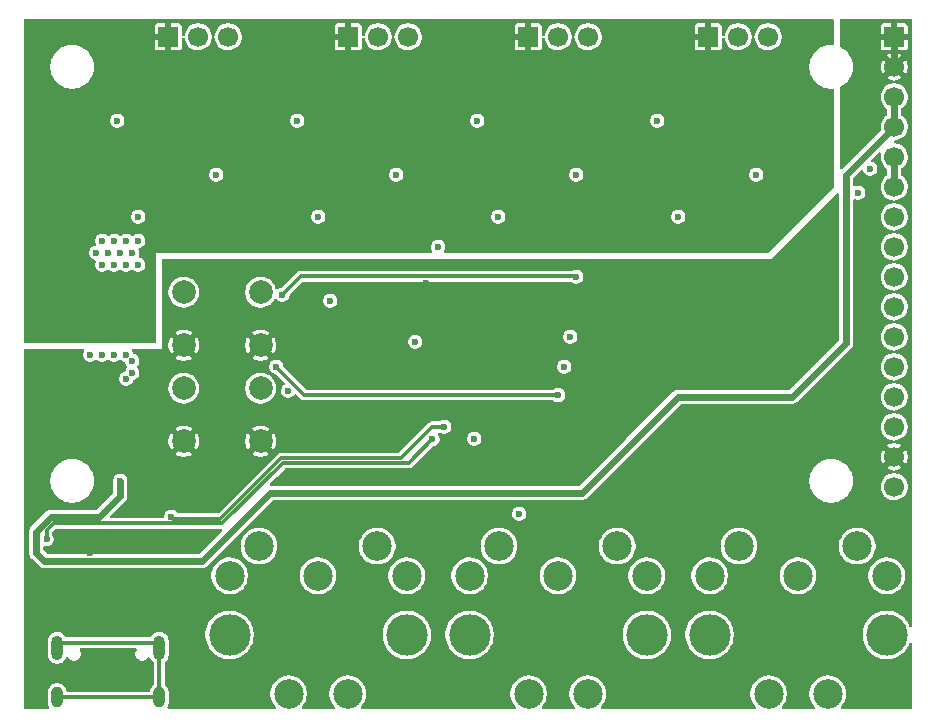
<source format=gbr>
%TF.GenerationSoftware,KiCad,Pcbnew,9.0.4*%
%TF.CreationDate,2025-12-28T22:29:46+01:00*%
%TF.ProjectId,Midi Expressor,4d696469-2045-4787-9072-6573736f722e,rev?*%
%TF.SameCoordinates,Original*%
%TF.FileFunction,Copper,L4,Bot*%
%TF.FilePolarity,Positive*%
%FSLAX46Y46*%
G04 Gerber Fmt 4.6, Leading zero omitted, Abs format (unit mm)*
G04 Created by KiCad (PCBNEW 9.0.4) date 2025-12-28 22:29:46*
%MOMM*%
%LPD*%
G01*
G04 APERTURE LIST*
%TA.AperFunction,ComponentPad*%
%ADD10C,3.500000*%
%TD*%
%TA.AperFunction,ComponentPad*%
%ADD11C,2.500000*%
%TD*%
%TA.AperFunction,ComponentPad*%
%ADD12R,1.700000X1.700000*%
%TD*%
%TA.AperFunction,ComponentPad*%
%ADD13C,1.700000*%
%TD*%
%TA.AperFunction,ComponentPad*%
%ADD14C,2.000000*%
%TD*%
%TA.AperFunction,HeatsinkPad*%
%ADD15O,1.000000X2.100000*%
%TD*%
%TA.AperFunction,HeatsinkPad*%
%ADD16O,1.000000X1.800000*%
%TD*%
%TA.AperFunction,ViaPad*%
%ADD17C,0.600000*%
%TD*%
%TA.AperFunction,Conductor*%
%ADD18C,0.600000*%
%TD*%
%TA.AperFunction,Conductor*%
%ADD19C,0.300000*%
%TD*%
G04 APERTURE END LIST*
D10*
%TO.P,J4,*%
%TO.N,*%
X181984000Y-138510000D03*
X196984000Y-138510000D03*
D11*
%TO.P,J4,1*%
%TO.N,unconnected-(J4-Pad1)*%
X196984000Y-133510000D03*
%TO.P,J4,2*%
%TO.N,unconnected-(J4-Pad2)*%
X189484000Y-133510000D03*
%TO.P,J4,3*%
%TO.N,unconnected-(J4-Pad3)*%
X181984000Y-133510000D03*
%TO.P,J4,4*%
%TO.N,Net-(J4-Pad4)*%
X194484000Y-131010000D03*
%TO.P,J4,5*%
%TO.N,Net-(J4-Pad5)*%
X184484000Y-131010000D03*
%TO.P,J4,G*%
%TO.N,N/C*%
X186984000Y-143510000D03*
X191984000Y-143510000D03*
%TD*%
D12*
%TO.P,J13,1,Pin_1*%
%TO.N,GND*%
X181864000Y-87884000D03*
D13*
%TO.P,J13,2,Pin_2*%
%TO.N,Net-(J13-Pin_2)*%
X184404000Y-87884000D03*
%TO.P,J13,3,Pin_3*%
%TO.N,Net-(J13-Pin_3)*%
X186944000Y-87884000D03*
%TD*%
D12*
%TO.P,J11,1,Pin_1*%
%TO.N,GND*%
X166624000Y-87884000D03*
D13*
%TO.P,J11,2,Pin_2*%
%TO.N,Net-(J11-Pin_2)*%
X169164000Y-87884000D03*
%TO.P,J11,3,Pin_3*%
%TO.N,Net-(J11-Pin_3)*%
X171704000Y-87884000D03*
%TD*%
D14*
%TO.P,SW1,1,1*%
%TO.N,GND*%
X143966000Y-114010000D03*
X137466000Y-114010000D03*
%TO.P,SW1,2,2*%
%TO.N,Net-(R1-Pad1)*%
X143966000Y-109510000D03*
X137466000Y-109510000D03*
%TD*%
%TO.P,SW2,1,1*%
%TO.N,GND*%
X143966000Y-122138000D03*
X137466000Y-122138000D03*
%TO.P,SW2,2,2*%
%TO.N,Net-(R3-Pad1)*%
X143966000Y-117638000D03*
X137466000Y-117638000D03*
%TD*%
D12*
%TO.P,J9,1,Pin_1*%
%TO.N,GND*%
X151384000Y-87884000D03*
D13*
%TO.P,J9,2,Pin_2*%
%TO.N,Net-(J9-Pin_2)*%
X153924000Y-87884000D03*
%TO.P,J9,3,Pin_3*%
%TO.N,Net-(J9-Pin_3)*%
X156464000Y-87884000D03*
%TD*%
D15*
%TO.P,J1,S1,SHIELD*%
%TO.N,/USB Connector/USB_SHIELD*%
X126744000Y-139623000D03*
D16*
X126744000Y-143823000D03*
D15*
X135384000Y-139623000D03*
D16*
X135384000Y-143823000D03*
%TD*%
D12*
%TO.P,J7,1,Pin_1*%
%TO.N,GND*%
X136144000Y-87884000D03*
D13*
%TO.P,J7,2,Pin_2*%
%TO.N,Net-(J7-Pin_2)*%
X138684000Y-87884000D03*
%TO.P,J7,3,Pin_3*%
%TO.N,Net-(J7-Pin_3)*%
X141224000Y-87884000D03*
%TD*%
D10*
%TO.P,J3,*%
%TO.N,*%
X161664000Y-138510000D03*
X176664000Y-138510000D03*
D11*
%TO.P,J3,1*%
%TO.N,unconnected-(J3-Pad1)*%
X176664000Y-133510000D03*
%TO.P,J3,2*%
%TO.N,unconnected-(J3-Pad2)*%
X169164000Y-133510000D03*
%TO.P,J3,3*%
%TO.N,unconnected-(J3-Pad3)*%
X161664000Y-133510000D03*
%TO.P,J3,4*%
%TO.N,Net-(J3-Pad4)*%
X174164000Y-131010000D03*
%TO.P,J3,5*%
%TO.N,Net-(J3-Pad5)*%
X164164000Y-131010000D03*
%TO.P,J3,G*%
%TO.N,N/C*%
X166664000Y-143510000D03*
X171664000Y-143510000D03*
%TD*%
D12*
%TO.P,J5,1,Pin_1*%
%TO.N,GND*%
X197612000Y-87884000D03*
D13*
%TO.P,J5,2,Pin_2*%
X197612000Y-90424000D03*
%TO.P,J5,3,Pin_3*%
%TO.N,+5V*%
X197612000Y-92964000D03*
%TO.P,J5,4,Pin_4*%
X197612000Y-95504000D03*
%TO.P,J5,5,Pin_5*%
%TO.N,+3.3V*%
X197612000Y-98044000D03*
%TO.P,J5,6,Pin_6*%
X197612000Y-100584000D03*
%TO.P,J5,7,Pin_7*%
%TO.N,STM_SPARE4*%
X197612000Y-103124000D03*
%TO.P,J5,8,Pin_8*%
%TO.N,STM_SPARE3*%
X197612000Y-105664000D03*
%TO.P,J5,9,Pin_9*%
%TO.N,STM_SPARE2*%
X197612000Y-108204000D03*
%TO.P,J5,10,Pin_10*%
%TO.N,STM_SPARE1*%
X197612000Y-110744000D03*
%TO.P,J5,11,Pin_11*%
%TO.N,STM_USART2_TX*%
X197612000Y-113284000D03*
%TO.P,J5,12,Pin_12*%
%TO.N,STM_USART2_RX*%
X197612000Y-115824000D03*
%TO.P,J5,13,Pin_13*%
%TO.N,STM_NRST*%
X197612000Y-118364000D03*
%TO.P,J5,14,Pin_14*%
%TO.N,STM_SWDIO*%
X197612000Y-120904000D03*
%TO.P,J5,15,Pin_15*%
%TO.N,GND*%
X197612000Y-123444000D03*
%TO.P,J5,16,Pin_16*%
%TO.N,STM_SWCLK*%
X197612000Y-125984000D03*
%TD*%
D10*
%TO.P,J2,*%
%TO.N,*%
X141344000Y-138510000D03*
X156344000Y-138510000D03*
D11*
%TO.P,J2,1*%
%TO.N,unconnected-(J2-Pad1)*%
X156344000Y-133510000D03*
%TO.P,J2,2*%
%TO.N,Net-(C21-Pad1)*%
X148844000Y-133510000D03*
%TO.P,J2,3*%
%TO.N,unconnected-(J2-Pad3)*%
X141344000Y-133510000D03*
%TO.P,J2,4*%
%TO.N,Net-(J2-Pad4)*%
X153844000Y-131010000D03*
%TO.P,J2,5*%
%TO.N,Net-(D3-A)*%
X143844000Y-131010000D03*
%TO.P,J2,G*%
%TO.N,N/C*%
X146344000Y-143510000D03*
X151344000Y-143510000D03*
%TD*%
D17*
%TO.N,GND*%
X145796000Y-111252000D03*
%TO.N,+3.3VA*%
X177546000Y-94996000D03*
X162306000Y-94996000D03*
X147066000Y-94996000D03*
X131826000Y-94996000D03*
%TO.N,GND*%
X140208000Y-124206000D03*
X169672000Y-117094000D03*
%TO.N,+3.3V*%
X165862000Y-128270000D03*
%TO.N,GND*%
X137160000Y-127762000D03*
X137160000Y-124714000D03*
X136652000Y-125476000D03*
X137160000Y-126238000D03*
X136652000Y-127000000D03*
%TO.N,+5V*%
X132080000Y-125476000D03*
X132080000Y-126238000D03*
%TO.N,GND*%
X138176000Y-105664000D03*
X136652000Y-105664000D03*
X130556000Y-118872000D03*
X169672000Y-91440000D03*
X182372000Y-90424000D03*
X157988000Y-108712000D03*
X138176000Y-135636000D03*
X139192000Y-91440000D03*
X135128000Y-137668000D03*
X157480000Y-96520000D03*
X126492000Y-137668000D03*
X130556000Y-113284000D03*
X184912000Y-91440000D03*
X141224000Y-96520000D03*
X130556000Y-120904000D03*
X131064000Y-119888000D03*
X133604000Y-111252000D03*
X159004000Y-111760000D03*
X171704000Y-96520000D03*
X166116000Y-90424000D03*
X167132000Y-90424000D03*
X138176000Y-144272000D03*
X135128000Y-135636000D03*
X126492000Y-135636000D03*
X132080000Y-112268000D03*
X183896000Y-91440000D03*
X168656000Y-91440000D03*
X131572000Y-113284000D03*
X138176000Y-91440000D03*
X133096000Y-112268000D03*
X181356000Y-90424000D03*
X132588000Y-111252000D03*
X135636000Y-136652000D03*
X150876000Y-90424000D03*
X136652000Y-136652000D03*
X132588000Y-118872000D03*
X137160000Y-135636000D03*
X155956000Y-109728000D03*
X136652000Y-90424000D03*
X142240000Y-96520000D03*
X130048000Y-112268000D03*
X168656000Y-110744000D03*
X137160000Y-144272000D03*
X131572000Y-118872000D03*
X172720000Y-96520000D03*
X130556000Y-111252000D03*
X136144000Y-135636000D03*
X186944000Y-96520000D03*
X129540000Y-131572000D03*
X178308000Y-109304000D03*
X131064000Y-112268000D03*
X160939543Y-121820403D03*
X172212000Y-113284000D03*
X153416000Y-91440000D03*
X154432000Y-109728000D03*
X154432000Y-91440000D03*
X132080000Y-119888000D03*
X151892000Y-90424000D03*
X156464000Y-96520000D03*
X187960000Y-96520000D03*
X135636000Y-90424000D03*
X125984000Y-136652000D03*
X130048000Y-119888000D03*
X131572000Y-120904000D03*
X137668000Y-136652000D03*
X136144000Y-137668000D03*
X131572000Y-111252000D03*
X127000000Y-136652000D03*
%TO.N,+5V*%
X180340000Y-118364000D03*
X181356000Y-118364000D03*
%TO.N,+3.3V*%
X132588000Y-114808000D03*
X132588000Y-116840000D03*
X149860000Y-110236000D03*
X129540000Y-114808000D03*
X195580000Y-99060000D03*
X194564000Y-101092000D03*
X170180000Y-113284000D03*
X133096000Y-116332000D03*
X133096000Y-115316000D03*
X162052000Y-121920000D03*
X130556000Y-114808000D03*
X146304000Y-117856000D03*
X131572000Y-114808000D03*
X157059456Y-113704544D03*
X169672000Y-115824000D03*
%TO.N,+3.3VA*%
X133604000Y-103124000D03*
X130556000Y-107188000D03*
X155448000Y-99568000D03*
X130556000Y-105156000D03*
X185928000Y-99568000D03*
X159004000Y-105664000D03*
X132080000Y-106172000D03*
X131064000Y-106172000D03*
X148844000Y-103124000D03*
X133604000Y-105156000D03*
X164084000Y-103124000D03*
X130048000Y-106172000D03*
X140208000Y-99568000D03*
X132588000Y-107188000D03*
X131572000Y-107188000D03*
X131572000Y-105156000D03*
X170688000Y-99568000D03*
X133604000Y-107188000D03*
X132588000Y-105156000D03*
X133096000Y-106172000D03*
X179324000Y-103124000D03*
%TO.N,STM_NRST*%
X145796000Y-109728000D03*
X170688000Y-108204000D03*
%TO.N,STM_BOOT0*%
X145288000Y-115824000D03*
X169164000Y-118221749D03*
%TO.N,STM_USB_DP*%
X125862500Y-130434500D03*
X158517000Y-121941000D03*
%TO.N,STM_USB_DM*%
X136398000Y-128525000D03*
X159512000Y-120904000D03*
%TD*%
D18*
%TO.N,+5V*%
X132080000Y-125476000D02*
X132080000Y-126238000D01*
X126220768Y-128524000D02*
X130302000Y-128524000D01*
X124968000Y-131572000D02*
X124968000Y-129776768D01*
X130302000Y-128524000D02*
X132080000Y-126746000D01*
X125669000Y-132273000D02*
X125222000Y-131826000D01*
X124968000Y-129776768D02*
X126220768Y-128524000D01*
X138999000Y-132273000D02*
X125669000Y-132273000D01*
X125222000Y-131826000D02*
X124968000Y-131572000D01*
X132080000Y-126746000D02*
X132080000Y-126238000D01*
X144780000Y-126492000D02*
X138999000Y-132273000D01*
D19*
%TO.N,STM_USB_DP*%
X156506000Y-123952000D02*
X158517000Y-121941000D01*
X145855100Y-123952000D02*
X156506000Y-123952000D01*
X125862500Y-129661500D02*
X126449000Y-129075000D01*
X125862500Y-130434500D02*
X125862500Y-129661500D01*
X126449000Y-129075000D02*
X140732100Y-129075000D01*
X140732100Y-129075000D02*
X145855100Y-123952000D01*
%TO.N,STM_USB_DM*%
X159233232Y-120904000D02*
X159512000Y-120904000D01*
X159232232Y-120903000D02*
X159233232Y-120904000D01*
X158775768Y-120903000D02*
X159232232Y-120903000D01*
X158774768Y-120904000D02*
X158775768Y-120903000D01*
X158496000Y-120904000D02*
X158774768Y-120904000D01*
X155849000Y-123551000D02*
X158496000Y-120904000D01*
X145689000Y-123551000D02*
X155849000Y-123551000D01*
X140566000Y-128674000D02*
X145689000Y-123551000D01*
X136398000Y-128525000D02*
X136547000Y-128674000D01*
X136547000Y-128674000D02*
X140566000Y-128674000D01*
D18*
%TO.N,GND*%
X197612000Y-87884000D02*
X197612000Y-90424000D01*
%TO.N,+5V*%
X179324000Y-118364000D02*
X171196000Y-126492000D01*
X197612000Y-92964000D02*
X197612000Y-95504000D01*
X188976000Y-118364000D02*
X193548000Y-113792000D01*
X193548000Y-113792000D02*
X193548000Y-99568000D01*
X181356000Y-118364000D02*
X180340000Y-118364000D01*
X193548000Y-99568000D02*
X197612000Y-95504000D01*
X171196000Y-126492000D02*
X144780000Y-126492000D01*
X181356000Y-118364000D02*
X188976000Y-118364000D01*
X180340000Y-118364000D02*
X179324000Y-118364000D01*
%TO.N,+3.3V*%
X197612000Y-98044000D02*
X197612000Y-100584000D01*
D19*
%TO.N,STM_NRST*%
X170645000Y-108161000D02*
X147363000Y-108161000D01*
X147363000Y-108161000D02*
X145796000Y-109728000D01*
X170688000Y-108204000D02*
X170645000Y-108161000D01*
%TO.N,STM_BOOT0*%
X169164000Y-118221749D02*
X147685749Y-118221749D01*
X147685749Y-118221749D02*
X145288000Y-115824000D01*
%TO.N,/USB Connector/USB_SHIELD*%
X134953000Y-139192000D02*
X127175000Y-139192000D01*
X135384000Y-139623000D02*
X135384000Y-143823000D01*
X127175000Y-139192000D02*
X126744000Y-139623000D01*
X135384000Y-139623000D02*
X134953000Y-139192000D01*
X126744000Y-143823000D02*
X135384000Y-143823000D01*
%TD*%
%TA.AperFunction,Conductor*%
%TO.N,GND*%
G36*
X192475039Y-86372185D02*
G01*
X192520794Y-86424989D01*
X192532000Y-86476500D01*
X192532000Y-88449804D01*
X192512315Y-88516843D01*
X192459511Y-88562598D01*
X192403347Y-88572910D01*
X192403347Y-88573500D01*
X192400134Y-88573500D01*
X192399916Y-88573540D01*
X192399304Y-88573500D01*
X192399288Y-88573500D01*
X192156712Y-88573500D01*
X192156711Y-88573500D01*
X191916214Y-88605161D01*
X191681895Y-88667947D01*
X191457794Y-88760773D01*
X191457785Y-88760777D01*
X191275851Y-88865817D01*
X191272078Y-88867996D01*
X191247706Y-88882067D01*
X191055263Y-89029733D01*
X191055256Y-89029739D01*
X190883739Y-89201256D01*
X190883733Y-89201263D01*
X190736067Y-89393706D01*
X190614777Y-89603785D01*
X190614773Y-89603794D01*
X190521947Y-89827895D01*
X190459161Y-90062214D01*
X190427500Y-90302711D01*
X190427500Y-90545288D01*
X190459161Y-90785785D01*
X190521947Y-91020104D01*
X190614773Y-91244205D01*
X190614776Y-91244212D01*
X190736064Y-91454289D01*
X190736066Y-91454292D01*
X190736067Y-91454293D01*
X190883733Y-91646736D01*
X190883739Y-91646743D01*
X191055256Y-91818260D01*
X191055262Y-91818265D01*
X191247711Y-91965936D01*
X191457788Y-92087224D01*
X191681900Y-92180054D01*
X191916211Y-92242838D01*
X192096586Y-92266584D01*
X192156711Y-92274500D01*
X192156712Y-92274500D01*
X192399294Y-92274500D01*
X192399889Y-92274461D01*
X192400063Y-92274500D01*
X192403347Y-92274500D01*
X192403347Y-92275234D01*
X192468073Y-92289718D01*
X192517184Y-92339416D01*
X192532000Y-92398195D01*
X192532000Y-100532638D01*
X192512315Y-100599677D01*
X192495681Y-100620319D01*
X186980319Y-106135681D01*
X186918996Y-106169166D01*
X186892638Y-106172000D01*
X159618878Y-106172000D01*
X159551839Y-106152315D01*
X159506084Y-106099511D01*
X159496140Y-106030353D01*
X159511491Y-105986000D01*
X159537928Y-105940209D01*
X159563577Y-105895784D01*
X159604500Y-105743057D01*
X159604500Y-105584943D01*
X159563577Y-105432216D01*
X159537928Y-105387790D01*
X159484524Y-105295290D01*
X159484518Y-105295282D01*
X159372717Y-105183481D01*
X159372709Y-105183475D01*
X159235790Y-105104426D01*
X159235786Y-105104424D01*
X159235784Y-105104423D01*
X159083057Y-105063500D01*
X158924943Y-105063500D01*
X158772216Y-105104423D01*
X158772209Y-105104426D01*
X158635290Y-105183475D01*
X158635282Y-105183481D01*
X158523481Y-105295282D01*
X158523475Y-105295290D01*
X158444426Y-105432209D01*
X158444423Y-105432216D01*
X158403500Y-105584943D01*
X158403500Y-105743057D01*
X158434712Y-105859540D01*
X158444423Y-105895783D01*
X158444424Y-105895786D01*
X158496509Y-105986000D01*
X158512982Y-106053900D01*
X158490129Y-106119927D01*
X158435208Y-106163118D01*
X158389122Y-106172000D01*
X135128000Y-106172000D01*
X135128000Y-113668000D01*
X135108315Y-113735039D01*
X135055511Y-113780794D01*
X135004000Y-113792000D01*
X124068500Y-113792000D01*
X124001461Y-113772315D01*
X123955706Y-113719511D01*
X123944500Y-113668000D01*
X123944500Y-106092943D01*
X129447500Y-106092943D01*
X129447500Y-106251056D01*
X129488423Y-106403783D01*
X129488426Y-106403790D01*
X129567475Y-106540709D01*
X129567479Y-106540714D01*
X129567480Y-106540716D01*
X129679284Y-106652520D01*
X129679286Y-106652521D01*
X129679290Y-106652524D01*
X129774478Y-106707480D01*
X129816216Y-106731577D01*
X129928507Y-106761665D01*
X129988166Y-106798029D01*
X130018695Y-106860876D01*
X130010400Y-106930251D01*
X130003801Y-106943436D01*
X129996424Y-106956213D01*
X129996423Y-106956216D01*
X129955500Y-107108943D01*
X129955500Y-107267056D01*
X129996423Y-107419783D01*
X129996426Y-107419790D01*
X130075475Y-107556709D01*
X130075479Y-107556714D01*
X130075480Y-107556716D01*
X130187284Y-107668520D01*
X130187286Y-107668521D01*
X130187290Y-107668524D01*
X130313172Y-107741201D01*
X130324216Y-107747577D01*
X130476943Y-107788500D01*
X130476945Y-107788500D01*
X130635055Y-107788500D01*
X130635057Y-107788500D01*
X130787784Y-107747577D01*
X130924716Y-107668520D01*
X130976319Y-107616917D01*
X131037642Y-107583432D01*
X131107334Y-107588416D01*
X131151681Y-107616917D01*
X131203284Y-107668520D01*
X131203286Y-107668521D01*
X131203290Y-107668524D01*
X131329172Y-107741201D01*
X131340216Y-107747577D01*
X131492943Y-107788500D01*
X131492945Y-107788500D01*
X131651055Y-107788500D01*
X131651057Y-107788500D01*
X131803784Y-107747577D01*
X131940716Y-107668520D01*
X131992319Y-107616917D01*
X132053642Y-107583432D01*
X132123334Y-107588416D01*
X132167681Y-107616917D01*
X132219284Y-107668520D01*
X132219286Y-107668521D01*
X132219290Y-107668524D01*
X132345172Y-107741201D01*
X132356216Y-107747577D01*
X132508943Y-107788500D01*
X132508945Y-107788500D01*
X132667055Y-107788500D01*
X132667057Y-107788500D01*
X132819784Y-107747577D01*
X132956716Y-107668520D01*
X133008319Y-107616917D01*
X133069642Y-107583432D01*
X133139334Y-107588416D01*
X133183681Y-107616917D01*
X133235284Y-107668520D01*
X133235286Y-107668521D01*
X133235290Y-107668524D01*
X133361172Y-107741201D01*
X133372216Y-107747577D01*
X133524943Y-107788500D01*
X133524945Y-107788500D01*
X133683055Y-107788500D01*
X133683057Y-107788500D01*
X133835784Y-107747577D01*
X133972716Y-107668520D01*
X134084520Y-107556716D01*
X134163577Y-107419784D01*
X134204500Y-107267057D01*
X134204500Y-107108943D01*
X134163577Y-106956216D01*
X134108533Y-106860876D01*
X134084524Y-106819290D01*
X134084518Y-106819282D01*
X133972717Y-106707481D01*
X133972709Y-106707475D01*
X133835790Y-106628426D01*
X133835785Y-106628423D01*
X133774951Y-106612123D01*
X133723492Y-106598334D01*
X133663833Y-106561970D01*
X133633304Y-106499123D01*
X133641599Y-106429747D01*
X133648198Y-106416564D01*
X133655577Y-106403784D01*
X133696500Y-106251057D01*
X133696500Y-106092943D01*
X133655577Y-105940216D01*
X133648199Y-105927437D01*
X133631727Y-105859540D01*
X133654579Y-105793513D01*
X133709500Y-105750322D01*
X133723479Y-105745668D01*
X133835784Y-105715577D01*
X133972716Y-105636520D01*
X134084520Y-105524716D01*
X134163577Y-105387784D01*
X134204500Y-105235057D01*
X134204500Y-105076943D01*
X134163577Y-104924216D01*
X134112000Y-104834881D01*
X134084524Y-104787290D01*
X134084518Y-104787282D01*
X133972717Y-104675481D01*
X133972709Y-104675475D01*
X133835790Y-104596426D01*
X133835786Y-104596424D01*
X133835784Y-104596423D01*
X133683057Y-104555500D01*
X133524943Y-104555500D01*
X133372216Y-104596423D01*
X133372209Y-104596426D01*
X133235290Y-104675475D01*
X133235282Y-104675481D01*
X133183681Y-104727083D01*
X133122358Y-104760568D01*
X133052666Y-104755584D01*
X133008319Y-104727083D01*
X132956717Y-104675481D01*
X132956709Y-104675475D01*
X132819790Y-104596426D01*
X132819786Y-104596424D01*
X132819784Y-104596423D01*
X132667057Y-104555500D01*
X132508943Y-104555500D01*
X132356216Y-104596423D01*
X132356209Y-104596426D01*
X132219290Y-104675475D01*
X132219282Y-104675481D01*
X132167681Y-104727083D01*
X132106358Y-104760568D01*
X132036666Y-104755584D01*
X131992319Y-104727083D01*
X131940717Y-104675481D01*
X131940709Y-104675475D01*
X131803790Y-104596426D01*
X131803786Y-104596424D01*
X131803784Y-104596423D01*
X131651057Y-104555500D01*
X131492943Y-104555500D01*
X131340216Y-104596423D01*
X131340209Y-104596426D01*
X131203290Y-104675475D01*
X131203282Y-104675481D01*
X131151681Y-104727083D01*
X131090358Y-104760568D01*
X131020666Y-104755584D01*
X130976319Y-104727083D01*
X130924717Y-104675481D01*
X130924709Y-104675475D01*
X130787790Y-104596426D01*
X130787786Y-104596424D01*
X130787784Y-104596423D01*
X130635057Y-104555500D01*
X130476943Y-104555500D01*
X130324216Y-104596423D01*
X130324209Y-104596426D01*
X130187290Y-104675475D01*
X130187282Y-104675481D01*
X130075481Y-104787282D01*
X130075475Y-104787290D01*
X129996426Y-104924209D01*
X129996423Y-104924216D01*
X129955500Y-105076943D01*
X129955500Y-105235057D01*
X129971640Y-105295290D01*
X129996423Y-105387783D01*
X129996423Y-105387784D01*
X130003800Y-105400561D01*
X130020272Y-105468461D01*
X129997419Y-105534488D01*
X129942497Y-105577678D01*
X129928506Y-105582335D01*
X129816214Y-105612423D01*
X129816209Y-105612426D01*
X129679290Y-105691475D01*
X129679282Y-105691481D01*
X129567481Y-105803282D01*
X129567475Y-105803290D01*
X129488426Y-105940209D01*
X129488423Y-105940216D01*
X129447500Y-106092943D01*
X123944500Y-106092943D01*
X123944500Y-103044943D01*
X133003500Y-103044943D01*
X133003500Y-103203056D01*
X133044423Y-103355783D01*
X133044426Y-103355790D01*
X133123475Y-103492709D01*
X133123479Y-103492714D01*
X133123480Y-103492716D01*
X133235284Y-103604520D01*
X133235286Y-103604521D01*
X133235290Y-103604524D01*
X133372209Y-103683573D01*
X133372216Y-103683577D01*
X133524943Y-103724500D01*
X133524945Y-103724500D01*
X133683055Y-103724500D01*
X133683057Y-103724500D01*
X133835784Y-103683577D01*
X133972716Y-103604520D01*
X134084520Y-103492716D01*
X134163577Y-103355784D01*
X134204500Y-103203057D01*
X134204500Y-103044943D01*
X148243500Y-103044943D01*
X148243500Y-103203056D01*
X148284423Y-103355783D01*
X148284426Y-103355790D01*
X148363475Y-103492709D01*
X148363479Y-103492714D01*
X148363480Y-103492716D01*
X148475284Y-103604520D01*
X148475286Y-103604521D01*
X148475290Y-103604524D01*
X148612209Y-103683573D01*
X148612216Y-103683577D01*
X148764943Y-103724500D01*
X148764945Y-103724500D01*
X148923055Y-103724500D01*
X148923057Y-103724500D01*
X149075784Y-103683577D01*
X149212716Y-103604520D01*
X149324520Y-103492716D01*
X149403577Y-103355784D01*
X149444500Y-103203057D01*
X149444500Y-103044943D01*
X163483500Y-103044943D01*
X163483500Y-103203056D01*
X163524423Y-103355783D01*
X163524426Y-103355790D01*
X163603475Y-103492709D01*
X163603479Y-103492714D01*
X163603480Y-103492716D01*
X163715284Y-103604520D01*
X163715286Y-103604521D01*
X163715290Y-103604524D01*
X163852209Y-103683573D01*
X163852216Y-103683577D01*
X164004943Y-103724500D01*
X164004945Y-103724500D01*
X164163055Y-103724500D01*
X164163057Y-103724500D01*
X164315784Y-103683577D01*
X164452716Y-103604520D01*
X164564520Y-103492716D01*
X164643577Y-103355784D01*
X164684500Y-103203057D01*
X164684500Y-103044943D01*
X178723500Y-103044943D01*
X178723500Y-103203056D01*
X178764423Y-103355783D01*
X178764426Y-103355790D01*
X178843475Y-103492709D01*
X178843479Y-103492714D01*
X178843480Y-103492716D01*
X178955284Y-103604520D01*
X178955286Y-103604521D01*
X178955290Y-103604524D01*
X179092209Y-103683573D01*
X179092216Y-103683577D01*
X179244943Y-103724500D01*
X179244945Y-103724500D01*
X179403055Y-103724500D01*
X179403057Y-103724500D01*
X179555784Y-103683577D01*
X179692716Y-103604520D01*
X179804520Y-103492716D01*
X179883577Y-103355784D01*
X179924500Y-103203057D01*
X179924500Y-103044943D01*
X179883577Y-102892216D01*
X179883573Y-102892209D01*
X179804524Y-102755290D01*
X179804518Y-102755282D01*
X179692717Y-102643481D01*
X179692709Y-102643475D01*
X179555790Y-102564426D01*
X179555786Y-102564424D01*
X179555784Y-102564423D01*
X179403057Y-102523500D01*
X179244943Y-102523500D01*
X179092216Y-102564423D01*
X179092209Y-102564426D01*
X178955290Y-102643475D01*
X178955282Y-102643481D01*
X178843481Y-102755282D01*
X178843475Y-102755290D01*
X178764426Y-102892209D01*
X178764423Y-102892216D01*
X178723500Y-103044943D01*
X164684500Y-103044943D01*
X164643577Y-102892216D01*
X164643573Y-102892209D01*
X164564524Y-102755290D01*
X164564518Y-102755282D01*
X164452717Y-102643481D01*
X164452709Y-102643475D01*
X164315790Y-102564426D01*
X164315786Y-102564424D01*
X164315784Y-102564423D01*
X164163057Y-102523500D01*
X164004943Y-102523500D01*
X163852216Y-102564423D01*
X163852209Y-102564426D01*
X163715290Y-102643475D01*
X163715282Y-102643481D01*
X163603481Y-102755282D01*
X163603475Y-102755290D01*
X163524426Y-102892209D01*
X163524423Y-102892216D01*
X163483500Y-103044943D01*
X149444500Y-103044943D01*
X149403577Y-102892216D01*
X149403573Y-102892209D01*
X149324524Y-102755290D01*
X149324518Y-102755282D01*
X149212717Y-102643481D01*
X149212709Y-102643475D01*
X149075790Y-102564426D01*
X149075786Y-102564424D01*
X149075784Y-102564423D01*
X148923057Y-102523500D01*
X148764943Y-102523500D01*
X148612216Y-102564423D01*
X148612209Y-102564426D01*
X148475290Y-102643475D01*
X148475282Y-102643481D01*
X148363481Y-102755282D01*
X148363475Y-102755290D01*
X148284426Y-102892209D01*
X148284423Y-102892216D01*
X148243500Y-103044943D01*
X134204500Y-103044943D01*
X134163577Y-102892216D01*
X134163573Y-102892209D01*
X134084524Y-102755290D01*
X134084518Y-102755282D01*
X133972717Y-102643481D01*
X133972709Y-102643475D01*
X133835790Y-102564426D01*
X133835786Y-102564424D01*
X133835784Y-102564423D01*
X133683057Y-102523500D01*
X133524943Y-102523500D01*
X133372216Y-102564423D01*
X133372209Y-102564426D01*
X133235290Y-102643475D01*
X133235282Y-102643481D01*
X133123481Y-102755282D01*
X133123475Y-102755290D01*
X133044426Y-102892209D01*
X133044423Y-102892216D01*
X133003500Y-103044943D01*
X123944500Y-103044943D01*
X123944500Y-99488943D01*
X139607500Y-99488943D01*
X139607500Y-99647056D01*
X139648423Y-99799783D01*
X139648426Y-99799790D01*
X139727475Y-99936709D01*
X139727479Y-99936714D01*
X139727480Y-99936716D01*
X139839284Y-100048520D01*
X139839286Y-100048521D01*
X139839290Y-100048524D01*
X139976209Y-100127573D01*
X139976216Y-100127577D01*
X140128943Y-100168500D01*
X140128945Y-100168500D01*
X140287055Y-100168500D01*
X140287057Y-100168500D01*
X140439784Y-100127577D01*
X140576716Y-100048520D01*
X140688520Y-99936716D01*
X140767577Y-99799784D01*
X140808500Y-99647057D01*
X140808500Y-99488943D01*
X154847500Y-99488943D01*
X154847500Y-99647056D01*
X154888423Y-99799783D01*
X154888426Y-99799790D01*
X154967475Y-99936709D01*
X154967479Y-99936714D01*
X154967480Y-99936716D01*
X155079284Y-100048520D01*
X155079286Y-100048521D01*
X155079290Y-100048524D01*
X155216209Y-100127573D01*
X155216216Y-100127577D01*
X155368943Y-100168500D01*
X155368945Y-100168500D01*
X155527055Y-100168500D01*
X155527057Y-100168500D01*
X155679784Y-100127577D01*
X155816716Y-100048520D01*
X155928520Y-99936716D01*
X156007577Y-99799784D01*
X156048500Y-99647057D01*
X156048500Y-99488943D01*
X170087500Y-99488943D01*
X170087500Y-99647056D01*
X170128423Y-99799783D01*
X170128426Y-99799790D01*
X170207475Y-99936709D01*
X170207479Y-99936714D01*
X170207480Y-99936716D01*
X170319284Y-100048520D01*
X170319286Y-100048521D01*
X170319290Y-100048524D01*
X170456209Y-100127573D01*
X170456216Y-100127577D01*
X170608943Y-100168500D01*
X170608945Y-100168500D01*
X170767055Y-100168500D01*
X170767057Y-100168500D01*
X170919784Y-100127577D01*
X171056716Y-100048520D01*
X171168520Y-99936716D01*
X171247577Y-99799784D01*
X171288500Y-99647057D01*
X171288500Y-99488943D01*
X185327500Y-99488943D01*
X185327500Y-99647056D01*
X185368423Y-99799783D01*
X185368426Y-99799790D01*
X185447475Y-99936709D01*
X185447479Y-99936714D01*
X185447480Y-99936716D01*
X185559284Y-100048520D01*
X185559286Y-100048521D01*
X185559290Y-100048524D01*
X185696209Y-100127573D01*
X185696216Y-100127577D01*
X185848943Y-100168500D01*
X185848945Y-100168500D01*
X186007055Y-100168500D01*
X186007057Y-100168500D01*
X186159784Y-100127577D01*
X186296716Y-100048520D01*
X186408520Y-99936716D01*
X186487577Y-99799784D01*
X186528500Y-99647057D01*
X186528500Y-99488943D01*
X186487577Y-99336216D01*
X186487573Y-99336209D01*
X186408524Y-99199290D01*
X186408518Y-99199282D01*
X186296717Y-99087481D01*
X186296709Y-99087475D01*
X186159790Y-99008426D01*
X186159786Y-99008424D01*
X186159784Y-99008423D01*
X186007057Y-98967500D01*
X185848943Y-98967500D01*
X185696216Y-99008423D01*
X185696209Y-99008426D01*
X185559290Y-99087475D01*
X185559282Y-99087481D01*
X185447481Y-99199282D01*
X185447475Y-99199290D01*
X185368426Y-99336209D01*
X185368423Y-99336216D01*
X185327500Y-99488943D01*
X171288500Y-99488943D01*
X171247577Y-99336216D01*
X171247573Y-99336209D01*
X171168524Y-99199290D01*
X171168518Y-99199282D01*
X171056717Y-99087481D01*
X171056709Y-99087475D01*
X170919790Y-99008426D01*
X170919786Y-99008424D01*
X170919784Y-99008423D01*
X170767057Y-98967500D01*
X170608943Y-98967500D01*
X170456216Y-99008423D01*
X170456209Y-99008426D01*
X170319290Y-99087475D01*
X170319282Y-99087481D01*
X170207481Y-99199282D01*
X170207475Y-99199290D01*
X170128426Y-99336209D01*
X170128423Y-99336216D01*
X170087500Y-99488943D01*
X156048500Y-99488943D01*
X156007577Y-99336216D01*
X156007573Y-99336209D01*
X155928524Y-99199290D01*
X155928518Y-99199282D01*
X155816717Y-99087481D01*
X155816709Y-99087475D01*
X155679790Y-99008426D01*
X155679786Y-99008424D01*
X155679784Y-99008423D01*
X155527057Y-98967500D01*
X155368943Y-98967500D01*
X155216216Y-99008423D01*
X155216209Y-99008426D01*
X155079290Y-99087475D01*
X155079282Y-99087481D01*
X154967481Y-99199282D01*
X154967475Y-99199290D01*
X154888426Y-99336209D01*
X154888423Y-99336216D01*
X154847500Y-99488943D01*
X140808500Y-99488943D01*
X140767577Y-99336216D01*
X140767573Y-99336209D01*
X140688524Y-99199290D01*
X140688518Y-99199282D01*
X140576717Y-99087481D01*
X140576709Y-99087475D01*
X140439790Y-99008426D01*
X140439786Y-99008424D01*
X140439784Y-99008423D01*
X140287057Y-98967500D01*
X140128943Y-98967500D01*
X139976216Y-99008423D01*
X139976209Y-99008426D01*
X139839290Y-99087475D01*
X139839282Y-99087481D01*
X139727481Y-99199282D01*
X139727475Y-99199290D01*
X139648426Y-99336209D01*
X139648423Y-99336216D01*
X139607500Y-99488943D01*
X123944500Y-99488943D01*
X123944500Y-94916943D01*
X131225500Y-94916943D01*
X131225500Y-95075056D01*
X131266423Y-95227783D01*
X131266426Y-95227790D01*
X131345475Y-95364709D01*
X131345479Y-95364714D01*
X131345480Y-95364716D01*
X131457284Y-95476520D01*
X131457286Y-95476521D01*
X131457290Y-95476524D01*
X131594209Y-95555573D01*
X131594216Y-95555577D01*
X131746943Y-95596500D01*
X131746945Y-95596500D01*
X131905055Y-95596500D01*
X131905057Y-95596500D01*
X132057784Y-95555577D01*
X132194716Y-95476520D01*
X132306520Y-95364716D01*
X132385577Y-95227784D01*
X132426500Y-95075057D01*
X132426500Y-94916943D01*
X146465500Y-94916943D01*
X146465500Y-95075056D01*
X146506423Y-95227783D01*
X146506426Y-95227790D01*
X146585475Y-95364709D01*
X146585479Y-95364714D01*
X146585480Y-95364716D01*
X146697284Y-95476520D01*
X146697286Y-95476521D01*
X146697290Y-95476524D01*
X146834209Y-95555573D01*
X146834216Y-95555577D01*
X146986943Y-95596500D01*
X146986945Y-95596500D01*
X147145055Y-95596500D01*
X147145057Y-95596500D01*
X147297784Y-95555577D01*
X147434716Y-95476520D01*
X147546520Y-95364716D01*
X147625577Y-95227784D01*
X147666500Y-95075057D01*
X147666500Y-94916943D01*
X161705500Y-94916943D01*
X161705500Y-95075056D01*
X161746423Y-95227783D01*
X161746426Y-95227790D01*
X161825475Y-95364709D01*
X161825479Y-95364714D01*
X161825480Y-95364716D01*
X161937284Y-95476520D01*
X161937286Y-95476521D01*
X161937290Y-95476524D01*
X162074209Y-95555573D01*
X162074216Y-95555577D01*
X162226943Y-95596500D01*
X162226945Y-95596500D01*
X162385055Y-95596500D01*
X162385057Y-95596500D01*
X162537784Y-95555577D01*
X162674716Y-95476520D01*
X162786520Y-95364716D01*
X162865577Y-95227784D01*
X162906500Y-95075057D01*
X162906500Y-94916943D01*
X176945500Y-94916943D01*
X176945500Y-95075056D01*
X176986423Y-95227783D01*
X176986426Y-95227790D01*
X177065475Y-95364709D01*
X177065479Y-95364714D01*
X177065480Y-95364716D01*
X177177284Y-95476520D01*
X177177286Y-95476521D01*
X177177290Y-95476524D01*
X177314209Y-95555573D01*
X177314216Y-95555577D01*
X177466943Y-95596500D01*
X177466945Y-95596500D01*
X177625055Y-95596500D01*
X177625057Y-95596500D01*
X177777784Y-95555577D01*
X177914716Y-95476520D01*
X178026520Y-95364716D01*
X178105577Y-95227784D01*
X178146500Y-95075057D01*
X178146500Y-94916943D01*
X178105577Y-94764216D01*
X178105573Y-94764209D01*
X178026524Y-94627290D01*
X178026518Y-94627282D01*
X177914717Y-94515481D01*
X177914709Y-94515475D01*
X177777790Y-94436426D01*
X177777786Y-94436424D01*
X177777784Y-94436423D01*
X177625057Y-94395500D01*
X177466943Y-94395500D01*
X177314216Y-94436423D01*
X177314209Y-94436426D01*
X177177290Y-94515475D01*
X177177282Y-94515481D01*
X177065481Y-94627282D01*
X177065475Y-94627290D01*
X176986426Y-94764209D01*
X176986423Y-94764216D01*
X176945500Y-94916943D01*
X162906500Y-94916943D01*
X162865577Y-94764216D01*
X162865573Y-94764209D01*
X162786524Y-94627290D01*
X162786518Y-94627282D01*
X162674717Y-94515481D01*
X162674709Y-94515475D01*
X162537790Y-94436426D01*
X162537786Y-94436424D01*
X162537784Y-94436423D01*
X162385057Y-94395500D01*
X162226943Y-94395500D01*
X162074216Y-94436423D01*
X162074209Y-94436426D01*
X161937290Y-94515475D01*
X161937282Y-94515481D01*
X161825481Y-94627282D01*
X161825475Y-94627290D01*
X161746426Y-94764209D01*
X161746423Y-94764216D01*
X161705500Y-94916943D01*
X147666500Y-94916943D01*
X147625577Y-94764216D01*
X147625573Y-94764209D01*
X147546524Y-94627290D01*
X147546518Y-94627282D01*
X147434717Y-94515481D01*
X147434709Y-94515475D01*
X147297790Y-94436426D01*
X147297786Y-94436424D01*
X147297784Y-94436423D01*
X147145057Y-94395500D01*
X146986943Y-94395500D01*
X146834216Y-94436423D01*
X146834209Y-94436426D01*
X146697290Y-94515475D01*
X146697282Y-94515481D01*
X146585481Y-94627282D01*
X146585475Y-94627290D01*
X146506426Y-94764209D01*
X146506423Y-94764216D01*
X146465500Y-94916943D01*
X132426500Y-94916943D01*
X132385577Y-94764216D01*
X132385573Y-94764209D01*
X132306524Y-94627290D01*
X132306518Y-94627282D01*
X132194717Y-94515481D01*
X132194709Y-94515475D01*
X132057790Y-94436426D01*
X132057786Y-94436424D01*
X132057784Y-94436423D01*
X131905057Y-94395500D01*
X131746943Y-94395500D01*
X131594216Y-94436423D01*
X131594209Y-94436426D01*
X131457290Y-94515475D01*
X131457282Y-94515481D01*
X131345481Y-94627282D01*
X131345475Y-94627290D01*
X131266426Y-94764209D01*
X131266423Y-94764216D01*
X131225500Y-94916943D01*
X123944500Y-94916943D01*
X123944500Y-90302711D01*
X126165500Y-90302711D01*
X126165500Y-90545288D01*
X126197161Y-90785785D01*
X126259947Y-91020104D01*
X126352773Y-91244205D01*
X126352776Y-91244212D01*
X126474064Y-91454289D01*
X126474066Y-91454292D01*
X126474067Y-91454293D01*
X126621733Y-91646736D01*
X126621739Y-91646743D01*
X126793256Y-91818260D01*
X126793262Y-91818265D01*
X126985711Y-91965936D01*
X127195788Y-92087224D01*
X127419900Y-92180054D01*
X127654211Y-92242838D01*
X127834586Y-92266584D01*
X127894711Y-92274500D01*
X127894712Y-92274500D01*
X128137289Y-92274500D01*
X128185388Y-92268167D01*
X128377789Y-92242838D01*
X128612100Y-92180054D01*
X128836212Y-92087224D01*
X129046289Y-91965936D01*
X129238738Y-91818265D01*
X129410265Y-91646738D01*
X129557936Y-91454289D01*
X129679224Y-91244212D01*
X129772054Y-91020100D01*
X129834838Y-90785789D01*
X129866500Y-90545288D01*
X129866500Y-90302712D01*
X129834838Y-90062211D01*
X129772054Y-89827900D01*
X129679224Y-89603788D01*
X129557936Y-89393711D01*
X129410265Y-89201262D01*
X129410260Y-89201256D01*
X129238743Y-89029739D01*
X129238736Y-89029733D01*
X129046293Y-88882067D01*
X129046292Y-88882066D01*
X129046289Y-88882064D01*
X128867405Y-88778785D01*
X128836214Y-88760777D01*
X128836205Y-88760773D01*
X128612104Y-88667947D01*
X128483543Y-88633499D01*
X128377789Y-88605162D01*
X128377788Y-88605161D01*
X128377785Y-88605161D01*
X128137289Y-88573500D01*
X128137288Y-88573500D01*
X127894712Y-88573500D01*
X127894711Y-88573500D01*
X127654214Y-88605161D01*
X127419895Y-88667947D01*
X127195794Y-88760773D01*
X127195785Y-88760777D01*
X127013851Y-88865817D01*
X127010078Y-88867996D01*
X126985706Y-88882067D01*
X126793263Y-89029733D01*
X126793256Y-89029739D01*
X126621739Y-89201256D01*
X126621733Y-89201263D01*
X126474067Y-89393706D01*
X126352777Y-89603785D01*
X126352773Y-89603794D01*
X126259947Y-89827895D01*
X126197161Y-90062214D01*
X126165500Y-90302711D01*
X123944500Y-90302711D01*
X123944500Y-86989205D01*
X134994000Y-86989205D01*
X134994000Y-87634000D01*
X135710988Y-87634000D01*
X135678075Y-87691007D01*
X135644000Y-87818174D01*
X135644000Y-87949826D01*
X135678075Y-88076993D01*
X135710988Y-88134000D01*
X134994001Y-88134000D01*
X134994001Y-88778785D01*
X134994002Y-88778808D01*
X134996908Y-88803869D01*
X134996909Y-88803873D01*
X135042211Y-88906474D01*
X135042214Y-88906479D01*
X135121520Y-88985785D01*
X135121525Y-88985788D01*
X135224123Y-89031089D01*
X135249206Y-89033999D01*
X135893999Y-89033999D01*
X135894000Y-89033998D01*
X135894000Y-88317012D01*
X135951007Y-88349925D01*
X136078174Y-88384000D01*
X136209826Y-88384000D01*
X136336993Y-88349925D01*
X136394000Y-88317012D01*
X136394000Y-89033999D01*
X137038786Y-89033999D01*
X137038808Y-89033997D01*
X137063869Y-89031091D01*
X137063873Y-89031090D01*
X137166474Y-88985788D01*
X137166479Y-88985785D01*
X137245785Y-88906479D01*
X137245788Y-88906474D01*
X137291089Y-88803877D01*
X137291089Y-88803875D01*
X137293999Y-88778794D01*
X137293999Y-88037971D01*
X137313683Y-87970932D01*
X137366487Y-87925177D01*
X137435646Y-87915233D01*
X137499202Y-87944258D01*
X137536976Y-88003036D01*
X137540472Y-88018572D01*
X137561829Y-88153410D01*
X137617787Y-88325636D01*
X137617788Y-88325639D01*
X137700006Y-88486997D01*
X137806441Y-88633494D01*
X137806445Y-88633499D01*
X137934500Y-88761554D01*
X137934505Y-88761558D01*
X137992753Y-88803877D01*
X138081006Y-88867996D01*
X138156523Y-88906474D01*
X138242360Y-88950211D01*
X138242363Y-88950212D01*
X138328476Y-88978191D01*
X138414591Y-89006171D01*
X138497429Y-89019291D01*
X138593449Y-89034500D01*
X138593454Y-89034500D01*
X138774551Y-89034500D01*
X138861259Y-89020765D01*
X138953409Y-89006171D01*
X139125639Y-88950211D01*
X139286994Y-88867996D01*
X139433501Y-88761553D01*
X139561553Y-88633501D01*
X139667996Y-88486994D01*
X139750211Y-88325639D01*
X139806171Y-88153409D01*
X139829988Y-88003036D01*
X139831527Y-87993321D01*
X139861456Y-87930186D01*
X139920768Y-87893255D01*
X139990630Y-87894253D01*
X140048863Y-87932863D01*
X140076473Y-87993321D01*
X140101829Y-88153410D01*
X140157787Y-88325636D01*
X140157788Y-88325639D01*
X140240006Y-88486997D01*
X140346441Y-88633494D01*
X140346445Y-88633499D01*
X140474500Y-88761554D01*
X140474505Y-88761558D01*
X140532753Y-88803877D01*
X140621006Y-88867996D01*
X140696523Y-88906474D01*
X140782360Y-88950211D01*
X140782363Y-88950212D01*
X140868476Y-88978191D01*
X140954591Y-89006171D01*
X141037429Y-89019291D01*
X141133449Y-89034500D01*
X141133454Y-89034500D01*
X141314551Y-89034500D01*
X141401259Y-89020765D01*
X141493409Y-89006171D01*
X141665639Y-88950211D01*
X141826994Y-88867996D01*
X141973501Y-88761553D01*
X142101553Y-88633501D01*
X142207996Y-88486994D01*
X142290211Y-88325639D01*
X142346171Y-88153409D01*
X142349245Y-88134000D01*
X142360453Y-88063240D01*
X142374500Y-87974551D01*
X142374500Y-87793448D01*
X142349245Y-87634000D01*
X142346171Y-87614591D01*
X142290211Y-87442361D01*
X142290211Y-87442360D01*
X142260474Y-87384000D01*
X142207996Y-87281006D01*
X142194396Y-87262287D01*
X142101558Y-87134505D01*
X142101554Y-87134500D01*
X141973499Y-87006445D01*
X141973494Y-87006441D01*
X141949770Y-86989205D01*
X150234000Y-86989205D01*
X150234000Y-87634000D01*
X150950988Y-87634000D01*
X150918075Y-87691007D01*
X150884000Y-87818174D01*
X150884000Y-87949826D01*
X150918075Y-88076993D01*
X150950988Y-88134000D01*
X150234001Y-88134000D01*
X150234001Y-88778785D01*
X150234002Y-88778808D01*
X150236908Y-88803869D01*
X150236909Y-88803873D01*
X150282211Y-88906474D01*
X150282214Y-88906479D01*
X150361520Y-88985785D01*
X150361525Y-88985788D01*
X150464123Y-89031089D01*
X150489206Y-89033999D01*
X151133999Y-89033999D01*
X151134000Y-89033998D01*
X151134000Y-88317012D01*
X151191007Y-88349925D01*
X151318174Y-88384000D01*
X151449826Y-88384000D01*
X151576993Y-88349925D01*
X151634000Y-88317012D01*
X151634000Y-89033999D01*
X152278786Y-89033999D01*
X152278808Y-89033997D01*
X152303869Y-89031091D01*
X152303873Y-89031090D01*
X152406474Y-88985788D01*
X152406479Y-88985785D01*
X152485785Y-88906479D01*
X152485788Y-88906474D01*
X152531089Y-88803877D01*
X152531089Y-88803875D01*
X152533999Y-88778794D01*
X152533999Y-88037971D01*
X152553683Y-87970932D01*
X152606487Y-87925177D01*
X152675646Y-87915233D01*
X152739202Y-87944258D01*
X152776976Y-88003036D01*
X152780472Y-88018572D01*
X152801829Y-88153410D01*
X152857787Y-88325636D01*
X152857788Y-88325639D01*
X152940006Y-88486997D01*
X153046441Y-88633494D01*
X153046445Y-88633499D01*
X153174500Y-88761554D01*
X153174505Y-88761558D01*
X153232753Y-88803877D01*
X153321006Y-88867996D01*
X153396523Y-88906474D01*
X153482360Y-88950211D01*
X153482363Y-88950212D01*
X153568476Y-88978191D01*
X153654591Y-89006171D01*
X153737429Y-89019291D01*
X153833449Y-89034500D01*
X153833454Y-89034500D01*
X154014551Y-89034500D01*
X154101259Y-89020765D01*
X154193409Y-89006171D01*
X154365639Y-88950211D01*
X154526994Y-88867996D01*
X154673501Y-88761553D01*
X154801553Y-88633501D01*
X154907996Y-88486994D01*
X154990211Y-88325639D01*
X155046171Y-88153409D01*
X155069988Y-88003036D01*
X155071527Y-87993321D01*
X155101456Y-87930186D01*
X155160768Y-87893255D01*
X155230630Y-87894253D01*
X155288863Y-87932863D01*
X155316473Y-87993321D01*
X155341829Y-88153410D01*
X155397787Y-88325636D01*
X155397788Y-88325639D01*
X155480006Y-88486997D01*
X155586441Y-88633494D01*
X155586445Y-88633499D01*
X155714500Y-88761554D01*
X155714505Y-88761558D01*
X155772753Y-88803877D01*
X155861006Y-88867996D01*
X155936523Y-88906474D01*
X156022360Y-88950211D01*
X156022363Y-88950212D01*
X156108476Y-88978191D01*
X156194591Y-89006171D01*
X156277429Y-89019291D01*
X156373449Y-89034500D01*
X156373454Y-89034500D01*
X156554551Y-89034500D01*
X156641259Y-89020765D01*
X156733409Y-89006171D01*
X156905639Y-88950211D01*
X157066994Y-88867996D01*
X157213501Y-88761553D01*
X157341553Y-88633501D01*
X157447996Y-88486994D01*
X157530211Y-88325639D01*
X157586171Y-88153409D01*
X157589245Y-88134000D01*
X157600453Y-88063240D01*
X157614500Y-87974551D01*
X157614500Y-87793448D01*
X157589245Y-87634000D01*
X157586171Y-87614591D01*
X157530211Y-87442361D01*
X157530211Y-87442360D01*
X157500474Y-87384000D01*
X157447996Y-87281006D01*
X157434396Y-87262287D01*
X157341558Y-87134505D01*
X157341554Y-87134500D01*
X157213499Y-87006445D01*
X157213494Y-87006441D01*
X157189770Y-86989205D01*
X165474000Y-86989205D01*
X165474000Y-87634000D01*
X166190988Y-87634000D01*
X166158075Y-87691007D01*
X166124000Y-87818174D01*
X166124000Y-87949826D01*
X166158075Y-88076993D01*
X166190988Y-88134000D01*
X165474001Y-88134000D01*
X165474001Y-88778785D01*
X165474002Y-88778808D01*
X165476908Y-88803869D01*
X165476909Y-88803873D01*
X165522211Y-88906474D01*
X165522214Y-88906479D01*
X165601520Y-88985785D01*
X165601525Y-88985788D01*
X165704123Y-89031089D01*
X165729206Y-89033999D01*
X166373999Y-89033999D01*
X166374000Y-89033998D01*
X166374000Y-88317012D01*
X166431007Y-88349925D01*
X166558174Y-88384000D01*
X166689826Y-88384000D01*
X166816993Y-88349925D01*
X166874000Y-88317012D01*
X166874000Y-89033999D01*
X167518786Y-89033999D01*
X167518808Y-89033997D01*
X167543869Y-89031091D01*
X167543873Y-89031090D01*
X167646474Y-88985788D01*
X167646479Y-88985785D01*
X167725785Y-88906479D01*
X167725788Y-88906474D01*
X167771089Y-88803877D01*
X167771089Y-88803875D01*
X167773999Y-88778794D01*
X167773999Y-88037971D01*
X167793683Y-87970932D01*
X167846487Y-87925177D01*
X167915646Y-87915233D01*
X167979202Y-87944258D01*
X168016976Y-88003036D01*
X168020472Y-88018572D01*
X168041829Y-88153410D01*
X168097787Y-88325636D01*
X168097788Y-88325639D01*
X168180006Y-88486997D01*
X168286441Y-88633494D01*
X168286445Y-88633499D01*
X168414500Y-88761554D01*
X168414505Y-88761558D01*
X168472753Y-88803877D01*
X168561006Y-88867996D01*
X168636523Y-88906474D01*
X168722360Y-88950211D01*
X168722363Y-88950212D01*
X168808476Y-88978191D01*
X168894591Y-89006171D01*
X168977429Y-89019291D01*
X169073449Y-89034500D01*
X169073454Y-89034500D01*
X169254551Y-89034500D01*
X169341259Y-89020765D01*
X169433409Y-89006171D01*
X169605639Y-88950211D01*
X169766994Y-88867996D01*
X169913501Y-88761553D01*
X170041553Y-88633501D01*
X170147996Y-88486994D01*
X170230211Y-88325639D01*
X170286171Y-88153409D01*
X170309988Y-88003036D01*
X170311527Y-87993321D01*
X170341456Y-87930186D01*
X170400768Y-87893255D01*
X170470630Y-87894253D01*
X170528863Y-87932863D01*
X170556473Y-87993321D01*
X170581829Y-88153410D01*
X170637787Y-88325636D01*
X170637788Y-88325639D01*
X170720006Y-88486997D01*
X170826441Y-88633494D01*
X170826445Y-88633499D01*
X170954500Y-88761554D01*
X170954505Y-88761558D01*
X171012753Y-88803877D01*
X171101006Y-88867996D01*
X171176523Y-88906474D01*
X171262360Y-88950211D01*
X171262363Y-88950212D01*
X171348476Y-88978191D01*
X171434591Y-89006171D01*
X171517429Y-89019291D01*
X171613449Y-89034500D01*
X171613454Y-89034500D01*
X171794551Y-89034500D01*
X171881259Y-89020765D01*
X171973409Y-89006171D01*
X172145639Y-88950211D01*
X172306994Y-88867996D01*
X172453501Y-88761553D01*
X172581553Y-88633501D01*
X172687996Y-88486994D01*
X172770211Y-88325639D01*
X172826171Y-88153409D01*
X172829245Y-88134000D01*
X172840453Y-88063240D01*
X172854500Y-87974551D01*
X172854500Y-87793448D01*
X172829245Y-87634000D01*
X172826171Y-87614591D01*
X172770211Y-87442361D01*
X172770211Y-87442360D01*
X172740474Y-87384000D01*
X172687996Y-87281006D01*
X172674396Y-87262287D01*
X172581558Y-87134505D01*
X172581554Y-87134500D01*
X172453499Y-87006445D01*
X172453494Y-87006441D01*
X172429770Y-86989205D01*
X180714000Y-86989205D01*
X180714000Y-87634000D01*
X181430988Y-87634000D01*
X181398075Y-87691007D01*
X181364000Y-87818174D01*
X181364000Y-87949826D01*
X181398075Y-88076993D01*
X181430988Y-88134000D01*
X180714001Y-88134000D01*
X180714001Y-88778785D01*
X180714002Y-88778808D01*
X180716908Y-88803869D01*
X180716909Y-88803873D01*
X180762211Y-88906474D01*
X180762214Y-88906479D01*
X180841520Y-88985785D01*
X180841525Y-88985788D01*
X180944123Y-89031089D01*
X180969206Y-89033999D01*
X181613999Y-89033999D01*
X181614000Y-89033998D01*
X181614000Y-88317012D01*
X181671007Y-88349925D01*
X181798174Y-88384000D01*
X181929826Y-88384000D01*
X182056993Y-88349925D01*
X182114000Y-88317012D01*
X182114000Y-89033999D01*
X182758786Y-89033999D01*
X182758808Y-89033997D01*
X182783869Y-89031091D01*
X182783873Y-89031090D01*
X182886474Y-88985788D01*
X182886479Y-88985785D01*
X182965785Y-88906479D01*
X182965788Y-88906474D01*
X183011089Y-88803877D01*
X183011089Y-88803875D01*
X183013999Y-88778794D01*
X183013999Y-88037971D01*
X183033683Y-87970932D01*
X183086487Y-87925177D01*
X183155646Y-87915233D01*
X183219202Y-87944258D01*
X183256976Y-88003036D01*
X183260472Y-88018572D01*
X183281829Y-88153410D01*
X183337787Y-88325636D01*
X183337788Y-88325639D01*
X183420006Y-88486997D01*
X183526441Y-88633494D01*
X183526445Y-88633499D01*
X183654500Y-88761554D01*
X183654505Y-88761558D01*
X183712753Y-88803877D01*
X183801006Y-88867996D01*
X183876523Y-88906474D01*
X183962360Y-88950211D01*
X183962363Y-88950212D01*
X184048476Y-88978191D01*
X184134591Y-89006171D01*
X184217429Y-89019291D01*
X184313449Y-89034500D01*
X184313454Y-89034500D01*
X184494551Y-89034500D01*
X184581259Y-89020765D01*
X184673409Y-89006171D01*
X184845639Y-88950211D01*
X185006994Y-88867996D01*
X185153501Y-88761553D01*
X185281553Y-88633501D01*
X185387996Y-88486994D01*
X185470211Y-88325639D01*
X185526171Y-88153409D01*
X185549988Y-88003036D01*
X185551527Y-87993321D01*
X185581456Y-87930186D01*
X185640768Y-87893255D01*
X185710630Y-87894253D01*
X185768863Y-87932863D01*
X185796473Y-87993321D01*
X185821829Y-88153410D01*
X185877787Y-88325636D01*
X185877788Y-88325639D01*
X185960006Y-88486997D01*
X186066441Y-88633494D01*
X186066445Y-88633499D01*
X186194500Y-88761554D01*
X186194505Y-88761558D01*
X186252753Y-88803877D01*
X186341006Y-88867996D01*
X186416523Y-88906474D01*
X186502360Y-88950211D01*
X186502363Y-88950212D01*
X186588476Y-88978191D01*
X186674591Y-89006171D01*
X186757429Y-89019291D01*
X186853449Y-89034500D01*
X186853454Y-89034500D01*
X187034551Y-89034500D01*
X187121259Y-89020765D01*
X187213409Y-89006171D01*
X187385639Y-88950211D01*
X187546994Y-88867996D01*
X187693501Y-88761553D01*
X187821553Y-88633501D01*
X187927996Y-88486994D01*
X188010211Y-88325639D01*
X188066171Y-88153409D01*
X188089988Y-88003036D01*
X188094500Y-87974551D01*
X188094500Y-87793448D01*
X188069245Y-87634000D01*
X188066171Y-87614591D01*
X188010211Y-87442361D01*
X188010211Y-87442360D01*
X187980474Y-87384000D01*
X187927996Y-87281006D01*
X187914396Y-87262287D01*
X187821558Y-87134505D01*
X187821554Y-87134500D01*
X187693499Y-87006445D01*
X187693494Y-87006441D01*
X187546997Y-86900006D01*
X187546996Y-86900005D01*
X187546994Y-86900004D01*
X187495300Y-86873664D01*
X187385639Y-86817788D01*
X187385636Y-86817787D01*
X187213410Y-86761829D01*
X187034551Y-86733500D01*
X187034546Y-86733500D01*
X186853454Y-86733500D01*
X186853449Y-86733500D01*
X186674589Y-86761829D01*
X186502363Y-86817787D01*
X186502360Y-86817788D01*
X186341002Y-86900006D01*
X186194505Y-87006441D01*
X186194500Y-87006445D01*
X186066445Y-87134500D01*
X186066441Y-87134505D01*
X185960006Y-87281002D01*
X185877788Y-87442360D01*
X185877787Y-87442363D01*
X185821829Y-87614589D01*
X185796473Y-87774678D01*
X185766544Y-87837813D01*
X185707232Y-87874744D01*
X185637369Y-87873746D01*
X185579137Y-87835136D01*
X185551527Y-87774678D01*
X185529245Y-87634000D01*
X185526171Y-87614591D01*
X185470211Y-87442361D01*
X185470211Y-87442360D01*
X185440474Y-87384000D01*
X185387996Y-87281006D01*
X185374396Y-87262287D01*
X185281558Y-87134505D01*
X185281554Y-87134500D01*
X185153499Y-87006445D01*
X185153494Y-87006441D01*
X185006997Y-86900006D01*
X185006996Y-86900005D01*
X185006994Y-86900004D01*
X184955300Y-86873664D01*
X184845639Y-86817788D01*
X184845636Y-86817787D01*
X184673410Y-86761829D01*
X184494551Y-86733500D01*
X184494546Y-86733500D01*
X184313454Y-86733500D01*
X184313449Y-86733500D01*
X184134589Y-86761829D01*
X183962363Y-86817787D01*
X183962360Y-86817788D01*
X183801002Y-86900006D01*
X183654505Y-87006441D01*
X183654500Y-87006445D01*
X183526445Y-87134500D01*
X183526441Y-87134505D01*
X183420006Y-87281002D01*
X183337788Y-87442360D01*
X183337787Y-87442363D01*
X183281829Y-87614589D01*
X183260472Y-87749428D01*
X183230542Y-87812562D01*
X183171231Y-87849493D01*
X183101368Y-87848495D01*
X183043136Y-87809885D01*
X183015022Y-87745921D01*
X183013999Y-87730029D01*
X183013999Y-86989214D01*
X183013997Y-86989191D01*
X183011091Y-86964130D01*
X183011090Y-86964126D01*
X182965788Y-86861525D01*
X182965785Y-86861520D01*
X182886479Y-86782214D01*
X182886474Y-86782211D01*
X182783876Y-86736910D01*
X182758794Y-86734000D01*
X182114000Y-86734000D01*
X182114000Y-87450988D01*
X182056993Y-87418075D01*
X181929826Y-87384000D01*
X181798174Y-87384000D01*
X181671007Y-87418075D01*
X181614000Y-87450988D01*
X181614000Y-86734000D01*
X180969214Y-86734000D01*
X180969191Y-86734002D01*
X180944130Y-86736908D01*
X180944126Y-86736909D01*
X180841525Y-86782211D01*
X180841520Y-86782214D01*
X180762214Y-86861520D01*
X180762211Y-86861525D01*
X180716910Y-86964122D01*
X180716910Y-86964124D01*
X180714000Y-86989205D01*
X172429770Y-86989205D01*
X172306997Y-86900006D01*
X172306996Y-86900005D01*
X172306994Y-86900004D01*
X172255300Y-86873664D01*
X172145639Y-86817788D01*
X172145636Y-86817787D01*
X171973410Y-86761829D01*
X171794551Y-86733500D01*
X171794546Y-86733500D01*
X171613454Y-86733500D01*
X171613449Y-86733500D01*
X171434589Y-86761829D01*
X171262363Y-86817787D01*
X171262360Y-86817788D01*
X171101002Y-86900006D01*
X170954505Y-87006441D01*
X170954500Y-87006445D01*
X170826445Y-87134500D01*
X170826441Y-87134505D01*
X170720006Y-87281002D01*
X170637788Y-87442360D01*
X170637787Y-87442363D01*
X170581829Y-87614589D01*
X170556473Y-87774678D01*
X170526544Y-87837813D01*
X170467232Y-87874744D01*
X170397369Y-87873746D01*
X170339137Y-87835136D01*
X170311527Y-87774678D01*
X170289245Y-87634000D01*
X170286171Y-87614591D01*
X170230211Y-87442361D01*
X170230211Y-87442360D01*
X170200474Y-87384000D01*
X170147996Y-87281006D01*
X170134396Y-87262287D01*
X170041558Y-87134505D01*
X170041554Y-87134500D01*
X169913499Y-87006445D01*
X169913494Y-87006441D01*
X169766997Y-86900006D01*
X169766996Y-86900005D01*
X169766994Y-86900004D01*
X169715300Y-86873664D01*
X169605639Y-86817788D01*
X169605636Y-86817787D01*
X169433410Y-86761829D01*
X169254551Y-86733500D01*
X169254546Y-86733500D01*
X169073454Y-86733500D01*
X169073449Y-86733500D01*
X168894589Y-86761829D01*
X168722363Y-86817787D01*
X168722360Y-86817788D01*
X168561002Y-86900006D01*
X168414505Y-87006441D01*
X168414500Y-87006445D01*
X168286445Y-87134500D01*
X168286441Y-87134505D01*
X168180006Y-87281002D01*
X168097788Y-87442360D01*
X168097787Y-87442363D01*
X168041829Y-87614589D01*
X168020472Y-87749428D01*
X167990542Y-87812562D01*
X167931231Y-87849493D01*
X167861368Y-87848495D01*
X167803136Y-87809885D01*
X167775022Y-87745921D01*
X167773999Y-87730029D01*
X167773999Y-86989214D01*
X167773997Y-86989191D01*
X167771091Y-86964130D01*
X167771090Y-86964126D01*
X167725788Y-86861525D01*
X167725785Y-86861520D01*
X167646479Y-86782214D01*
X167646474Y-86782211D01*
X167543876Y-86736910D01*
X167518794Y-86734000D01*
X166874000Y-86734000D01*
X166874000Y-87450988D01*
X166816993Y-87418075D01*
X166689826Y-87384000D01*
X166558174Y-87384000D01*
X166431007Y-87418075D01*
X166374000Y-87450988D01*
X166374000Y-86734000D01*
X165729214Y-86734000D01*
X165729191Y-86734002D01*
X165704130Y-86736908D01*
X165704126Y-86736909D01*
X165601525Y-86782211D01*
X165601520Y-86782214D01*
X165522214Y-86861520D01*
X165522211Y-86861525D01*
X165476910Y-86964122D01*
X165476910Y-86964124D01*
X165474000Y-86989205D01*
X157189770Y-86989205D01*
X157066997Y-86900006D01*
X157066996Y-86900005D01*
X157066994Y-86900004D01*
X157015300Y-86873664D01*
X156905639Y-86817788D01*
X156905636Y-86817787D01*
X156733410Y-86761829D01*
X156554551Y-86733500D01*
X156554546Y-86733500D01*
X156373454Y-86733500D01*
X156373449Y-86733500D01*
X156194589Y-86761829D01*
X156022363Y-86817787D01*
X156022360Y-86817788D01*
X155861002Y-86900006D01*
X155714505Y-87006441D01*
X155714500Y-87006445D01*
X155586445Y-87134500D01*
X155586441Y-87134505D01*
X155480006Y-87281002D01*
X155397788Y-87442360D01*
X155397787Y-87442363D01*
X155341829Y-87614589D01*
X155316473Y-87774678D01*
X155286544Y-87837813D01*
X155227232Y-87874744D01*
X155157369Y-87873746D01*
X155099137Y-87835136D01*
X155071527Y-87774678D01*
X155049245Y-87634000D01*
X155046171Y-87614591D01*
X154990211Y-87442361D01*
X154990211Y-87442360D01*
X154960474Y-87384000D01*
X154907996Y-87281006D01*
X154894396Y-87262287D01*
X154801558Y-87134505D01*
X154801554Y-87134500D01*
X154673499Y-87006445D01*
X154673494Y-87006441D01*
X154526997Y-86900006D01*
X154526996Y-86900005D01*
X154526994Y-86900004D01*
X154475300Y-86873664D01*
X154365639Y-86817788D01*
X154365636Y-86817787D01*
X154193410Y-86761829D01*
X154014551Y-86733500D01*
X154014546Y-86733500D01*
X153833454Y-86733500D01*
X153833449Y-86733500D01*
X153654589Y-86761829D01*
X153482363Y-86817787D01*
X153482360Y-86817788D01*
X153321002Y-86900006D01*
X153174505Y-87006441D01*
X153174500Y-87006445D01*
X153046445Y-87134500D01*
X153046441Y-87134505D01*
X152940006Y-87281002D01*
X152857788Y-87442360D01*
X152857787Y-87442363D01*
X152801829Y-87614589D01*
X152780472Y-87749428D01*
X152750542Y-87812562D01*
X152691231Y-87849493D01*
X152621368Y-87848495D01*
X152563136Y-87809885D01*
X152535022Y-87745921D01*
X152533999Y-87730029D01*
X152533999Y-86989214D01*
X152533997Y-86989191D01*
X152531091Y-86964130D01*
X152531090Y-86964126D01*
X152485788Y-86861525D01*
X152485785Y-86861520D01*
X152406479Y-86782214D01*
X152406474Y-86782211D01*
X152303876Y-86736910D01*
X152278794Y-86734000D01*
X151634000Y-86734000D01*
X151634000Y-87450988D01*
X151576993Y-87418075D01*
X151449826Y-87384000D01*
X151318174Y-87384000D01*
X151191007Y-87418075D01*
X151134000Y-87450988D01*
X151134000Y-86734000D01*
X150489214Y-86734000D01*
X150489191Y-86734002D01*
X150464130Y-86736908D01*
X150464126Y-86736909D01*
X150361525Y-86782211D01*
X150361520Y-86782214D01*
X150282214Y-86861520D01*
X150282211Y-86861525D01*
X150236910Y-86964122D01*
X150236910Y-86964124D01*
X150234000Y-86989205D01*
X141949770Y-86989205D01*
X141826997Y-86900006D01*
X141826996Y-86900005D01*
X141826994Y-86900004D01*
X141775300Y-86873664D01*
X141665639Y-86817788D01*
X141665636Y-86817787D01*
X141493410Y-86761829D01*
X141314551Y-86733500D01*
X141314546Y-86733500D01*
X141133454Y-86733500D01*
X141133449Y-86733500D01*
X140954589Y-86761829D01*
X140782363Y-86817787D01*
X140782360Y-86817788D01*
X140621002Y-86900006D01*
X140474505Y-87006441D01*
X140474500Y-87006445D01*
X140346445Y-87134500D01*
X140346441Y-87134505D01*
X140240006Y-87281002D01*
X140157788Y-87442360D01*
X140157787Y-87442363D01*
X140101829Y-87614589D01*
X140076473Y-87774678D01*
X140046544Y-87837813D01*
X139987232Y-87874744D01*
X139917369Y-87873746D01*
X139859137Y-87835136D01*
X139831527Y-87774678D01*
X139809245Y-87634000D01*
X139806171Y-87614591D01*
X139750211Y-87442361D01*
X139750211Y-87442360D01*
X139720474Y-87384000D01*
X139667996Y-87281006D01*
X139654396Y-87262287D01*
X139561558Y-87134505D01*
X139561554Y-87134500D01*
X139433499Y-87006445D01*
X139433494Y-87006441D01*
X139286997Y-86900006D01*
X139286996Y-86900005D01*
X139286994Y-86900004D01*
X139235300Y-86873664D01*
X139125639Y-86817788D01*
X139125636Y-86817787D01*
X138953410Y-86761829D01*
X138774551Y-86733500D01*
X138774546Y-86733500D01*
X138593454Y-86733500D01*
X138593449Y-86733500D01*
X138414589Y-86761829D01*
X138242363Y-86817787D01*
X138242360Y-86817788D01*
X138081002Y-86900006D01*
X137934505Y-87006441D01*
X137934500Y-87006445D01*
X137806445Y-87134500D01*
X137806441Y-87134505D01*
X137700006Y-87281002D01*
X137617788Y-87442360D01*
X137617787Y-87442363D01*
X137561829Y-87614589D01*
X137540472Y-87749428D01*
X137510542Y-87812562D01*
X137451231Y-87849493D01*
X137381368Y-87848495D01*
X137323136Y-87809885D01*
X137295022Y-87745921D01*
X137293999Y-87730029D01*
X137293999Y-86989214D01*
X137293997Y-86989191D01*
X137291091Y-86964130D01*
X137291090Y-86964126D01*
X137245788Y-86861525D01*
X137245785Y-86861520D01*
X137166479Y-86782214D01*
X137166474Y-86782211D01*
X137063876Y-86736910D01*
X137038794Y-86734000D01*
X136394000Y-86734000D01*
X136394000Y-87450988D01*
X136336993Y-87418075D01*
X136209826Y-87384000D01*
X136078174Y-87384000D01*
X135951007Y-87418075D01*
X135894000Y-87450988D01*
X135894000Y-86734000D01*
X135249214Y-86734000D01*
X135249191Y-86734002D01*
X135224130Y-86736908D01*
X135224126Y-86736909D01*
X135121525Y-86782211D01*
X135121520Y-86782214D01*
X135042214Y-86861520D01*
X135042211Y-86861525D01*
X134996910Y-86964122D01*
X134996910Y-86964124D01*
X134994000Y-86989205D01*
X123944500Y-86989205D01*
X123944500Y-86476500D01*
X123964185Y-86409461D01*
X124016989Y-86363706D01*
X124068500Y-86352500D01*
X192408000Y-86352500D01*
X192475039Y-86372185D01*
G37*
%TD.AperFunction*%
%TD*%
%TA.AperFunction,Conductor*%
%TO.N,GND*%
G36*
X199086539Y-86372185D02*
G01*
X199132294Y-86424989D01*
X199143500Y-86476500D01*
X199143500Y-137741888D01*
X199123815Y-137808927D01*
X199071011Y-137854682D01*
X199001853Y-137864626D01*
X198938297Y-137835601D01*
X198904939Y-137789341D01*
X198826985Y-137601144D01*
X198826980Y-137601133D01*
X198778964Y-137517968D01*
X198692587Y-137368359D01*
X198528956Y-137155110D01*
X198528951Y-137155104D01*
X198338895Y-136965048D01*
X198338888Y-136965042D01*
X198125645Y-136801416D01*
X198125644Y-136801415D01*
X198125641Y-136801413D01*
X198032832Y-136747830D01*
X197892866Y-136667019D01*
X197892850Y-136667011D01*
X197644524Y-136564152D01*
X197514708Y-136529368D01*
X197384891Y-136494584D01*
X197384885Y-136494583D01*
X197384880Y-136494582D01*
X197118398Y-136459500D01*
X197118397Y-136459500D01*
X196849603Y-136459500D01*
X196849602Y-136459500D01*
X196583119Y-136494582D01*
X196583112Y-136494583D01*
X196583109Y-136494584D01*
X196528239Y-136509286D01*
X196323475Y-136564152D01*
X196075149Y-136667011D01*
X196075133Y-136667019D01*
X195842354Y-136801416D01*
X195629111Y-136965042D01*
X195629104Y-136965048D01*
X195439048Y-137155104D01*
X195439042Y-137155111D01*
X195275416Y-137368354D01*
X195141019Y-137601133D01*
X195141011Y-137601149D01*
X195038152Y-137849475D01*
X194968585Y-138109106D01*
X194968582Y-138109119D01*
X194933500Y-138375602D01*
X194933500Y-138644397D01*
X194968582Y-138910880D01*
X194968583Y-138910885D01*
X194968584Y-138910891D01*
X194968585Y-138910893D01*
X195038152Y-139170524D01*
X195141011Y-139418850D01*
X195141019Y-139418866D01*
X195221830Y-139558832D01*
X195275413Y-139651641D01*
X195275415Y-139651644D01*
X195275416Y-139651645D01*
X195439042Y-139864888D01*
X195439048Y-139864895D01*
X195629104Y-140054951D01*
X195629111Y-140054957D01*
X195754387Y-140151084D01*
X195842359Y-140218587D01*
X195991968Y-140304964D01*
X196075133Y-140352980D01*
X196075149Y-140352988D01*
X196204342Y-140406501D01*
X196323474Y-140455847D01*
X196583109Y-140525416D01*
X196771319Y-140550193D01*
X196849602Y-140560500D01*
X196849603Y-140560500D01*
X197118398Y-140560500D01*
X197181633Y-140552175D01*
X197384891Y-140525416D01*
X197644526Y-140455847D01*
X197863524Y-140365135D01*
X197892850Y-140352988D01*
X197892853Y-140352986D01*
X197892859Y-140352984D01*
X198125641Y-140218587D01*
X198338890Y-140054956D01*
X198528956Y-139864890D01*
X198692587Y-139651641D01*
X198826984Y-139418859D01*
X198904939Y-139230658D01*
X198948780Y-139176255D01*
X199015074Y-139154190D01*
X199082773Y-139171469D01*
X199130384Y-139222606D01*
X199143500Y-139278111D01*
X199143500Y-144663500D01*
X199123815Y-144730539D01*
X199071011Y-144776294D01*
X199019500Y-144787500D01*
X193198600Y-144787500D01*
X193131561Y-144767815D01*
X193085806Y-144715011D01*
X193075862Y-144645853D01*
X193104887Y-144582297D01*
X193110919Y-144575819D01*
X193166655Y-144520083D01*
X193310106Y-144322639D01*
X193420904Y-144105185D01*
X193496321Y-143873076D01*
X193534500Y-143632027D01*
X193534500Y-143387973D01*
X193496321Y-143146924D01*
X193420904Y-142914815D01*
X193310106Y-142697361D01*
X193278066Y-142653261D01*
X193166660Y-142499923D01*
X193166656Y-142499918D01*
X192994081Y-142327343D01*
X192994076Y-142327339D01*
X192796642Y-142183896D01*
X192796641Y-142183895D01*
X192796639Y-142183894D01*
X192579185Y-142073096D01*
X192347076Y-141997679D01*
X192347074Y-141997678D01*
X192347072Y-141997678D01*
X192178769Y-141971021D01*
X192106027Y-141959500D01*
X191861973Y-141959500D01*
X191806093Y-141968350D01*
X191620927Y-141997678D01*
X191388812Y-142073097D01*
X191171357Y-142183896D01*
X190973923Y-142327339D01*
X190973918Y-142327343D01*
X190801343Y-142499918D01*
X190801339Y-142499923D01*
X190657896Y-142697357D01*
X190547097Y-142914812D01*
X190471678Y-143146927D01*
X190436477Y-143369177D01*
X190433500Y-143387973D01*
X190433500Y-143632027D01*
X190471679Y-143873076D01*
X190547096Y-144105185D01*
X190647299Y-144301846D01*
X190657896Y-144322642D01*
X190801339Y-144520076D01*
X190801343Y-144520081D01*
X190857081Y-144575819D01*
X190890566Y-144637142D01*
X190885582Y-144706834D01*
X190843710Y-144762767D01*
X190778246Y-144787184D01*
X190769400Y-144787500D01*
X188198600Y-144787500D01*
X188131561Y-144767815D01*
X188085806Y-144715011D01*
X188075862Y-144645853D01*
X188104887Y-144582297D01*
X188110919Y-144575819D01*
X188166655Y-144520083D01*
X188310106Y-144322639D01*
X188420904Y-144105185D01*
X188496321Y-143873076D01*
X188534500Y-143632027D01*
X188534500Y-143387973D01*
X188496321Y-143146924D01*
X188420904Y-142914815D01*
X188310106Y-142697361D01*
X188278066Y-142653261D01*
X188166660Y-142499923D01*
X188166656Y-142499918D01*
X187994081Y-142327343D01*
X187994076Y-142327339D01*
X187796642Y-142183896D01*
X187796641Y-142183895D01*
X187796639Y-142183894D01*
X187579185Y-142073096D01*
X187347076Y-141997679D01*
X187347074Y-141997678D01*
X187347072Y-141997678D01*
X187178769Y-141971021D01*
X187106027Y-141959500D01*
X186861973Y-141959500D01*
X186806093Y-141968350D01*
X186620927Y-141997678D01*
X186388812Y-142073097D01*
X186171357Y-142183896D01*
X185973923Y-142327339D01*
X185973918Y-142327343D01*
X185801343Y-142499918D01*
X185801339Y-142499923D01*
X185657896Y-142697357D01*
X185547097Y-142914812D01*
X185471678Y-143146927D01*
X185436477Y-143369177D01*
X185433500Y-143387973D01*
X185433500Y-143632027D01*
X185471679Y-143873076D01*
X185547096Y-144105185D01*
X185647299Y-144301846D01*
X185657896Y-144322642D01*
X185801339Y-144520076D01*
X185801343Y-144520081D01*
X185857081Y-144575819D01*
X185890566Y-144637142D01*
X185885582Y-144706834D01*
X185843710Y-144762767D01*
X185778246Y-144787184D01*
X185769400Y-144787500D01*
X172878600Y-144787500D01*
X172811561Y-144767815D01*
X172765806Y-144715011D01*
X172755862Y-144645853D01*
X172784887Y-144582297D01*
X172790919Y-144575819D01*
X172846655Y-144520083D01*
X172990106Y-144322639D01*
X173100904Y-144105185D01*
X173176321Y-143873076D01*
X173214500Y-143632027D01*
X173214500Y-143387973D01*
X173176321Y-143146924D01*
X173100904Y-142914815D01*
X172990106Y-142697361D01*
X172958066Y-142653261D01*
X172846660Y-142499923D01*
X172846656Y-142499918D01*
X172674081Y-142327343D01*
X172674076Y-142327339D01*
X172476642Y-142183896D01*
X172476641Y-142183895D01*
X172476639Y-142183894D01*
X172259185Y-142073096D01*
X172027076Y-141997679D01*
X172027074Y-141997678D01*
X172027072Y-141997678D01*
X171858769Y-141971021D01*
X171786027Y-141959500D01*
X171541973Y-141959500D01*
X171486093Y-141968350D01*
X171300927Y-141997678D01*
X171068812Y-142073097D01*
X170851357Y-142183896D01*
X170653923Y-142327339D01*
X170653918Y-142327343D01*
X170481343Y-142499918D01*
X170481339Y-142499923D01*
X170337896Y-142697357D01*
X170227097Y-142914812D01*
X170151678Y-143146927D01*
X170116477Y-143369177D01*
X170113500Y-143387973D01*
X170113500Y-143632027D01*
X170151679Y-143873076D01*
X170227096Y-144105185D01*
X170327299Y-144301846D01*
X170337896Y-144322642D01*
X170481339Y-144520076D01*
X170481343Y-144520081D01*
X170537081Y-144575819D01*
X170570566Y-144637142D01*
X170565582Y-144706834D01*
X170523710Y-144762767D01*
X170458246Y-144787184D01*
X170449400Y-144787500D01*
X167878600Y-144787500D01*
X167811561Y-144767815D01*
X167765806Y-144715011D01*
X167755862Y-144645853D01*
X167784887Y-144582297D01*
X167790919Y-144575819D01*
X167846655Y-144520083D01*
X167990106Y-144322639D01*
X168100904Y-144105185D01*
X168176321Y-143873076D01*
X168214500Y-143632027D01*
X168214500Y-143387973D01*
X168176321Y-143146924D01*
X168100904Y-142914815D01*
X167990106Y-142697361D01*
X167958066Y-142653261D01*
X167846660Y-142499923D01*
X167846656Y-142499918D01*
X167674081Y-142327343D01*
X167674076Y-142327339D01*
X167476642Y-142183896D01*
X167476641Y-142183895D01*
X167476639Y-142183894D01*
X167259185Y-142073096D01*
X167027076Y-141997679D01*
X167027074Y-141997678D01*
X167027072Y-141997678D01*
X166858769Y-141971021D01*
X166786027Y-141959500D01*
X166541973Y-141959500D01*
X166486093Y-141968350D01*
X166300927Y-141997678D01*
X166068812Y-142073097D01*
X165851357Y-142183896D01*
X165653923Y-142327339D01*
X165653918Y-142327343D01*
X165481343Y-142499918D01*
X165481339Y-142499923D01*
X165337896Y-142697357D01*
X165227097Y-142914812D01*
X165151678Y-143146927D01*
X165116477Y-143369177D01*
X165113500Y-143387973D01*
X165113500Y-143632027D01*
X165151679Y-143873076D01*
X165227096Y-144105185D01*
X165327299Y-144301846D01*
X165337896Y-144322642D01*
X165481339Y-144520076D01*
X165481343Y-144520081D01*
X165537081Y-144575819D01*
X165570566Y-144637142D01*
X165565582Y-144706834D01*
X165523710Y-144762767D01*
X165458246Y-144787184D01*
X165449400Y-144787500D01*
X152558600Y-144787500D01*
X152491561Y-144767815D01*
X152445806Y-144715011D01*
X152435862Y-144645853D01*
X152464887Y-144582297D01*
X152470919Y-144575819D01*
X152526655Y-144520083D01*
X152670106Y-144322639D01*
X152780904Y-144105185D01*
X152856321Y-143873076D01*
X152894500Y-143632027D01*
X152894500Y-143387973D01*
X152856321Y-143146924D01*
X152780904Y-142914815D01*
X152670106Y-142697361D01*
X152638066Y-142653261D01*
X152526660Y-142499923D01*
X152526656Y-142499918D01*
X152354081Y-142327343D01*
X152354076Y-142327339D01*
X152156642Y-142183896D01*
X152156641Y-142183895D01*
X152156639Y-142183894D01*
X151939185Y-142073096D01*
X151707076Y-141997679D01*
X151707074Y-141997678D01*
X151707072Y-141997678D01*
X151538769Y-141971021D01*
X151466027Y-141959500D01*
X151221973Y-141959500D01*
X151166093Y-141968350D01*
X150980927Y-141997678D01*
X150748812Y-142073097D01*
X150531357Y-142183896D01*
X150333923Y-142327339D01*
X150333918Y-142327343D01*
X150161343Y-142499918D01*
X150161339Y-142499923D01*
X150017896Y-142697357D01*
X149907097Y-142914812D01*
X149831678Y-143146927D01*
X149796477Y-143369177D01*
X149793500Y-143387973D01*
X149793500Y-143632027D01*
X149831679Y-143873076D01*
X149907096Y-144105185D01*
X150007299Y-144301846D01*
X150017896Y-144322642D01*
X150161339Y-144520076D01*
X150161343Y-144520081D01*
X150217081Y-144575819D01*
X150250566Y-144637142D01*
X150245582Y-144706834D01*
X150203710Y-144762767D01*
X150138246Y-144787184D01*
X150129400Y-144787500D01*
X147558600Y-144787500D01*
X147491561Y-144767815D01*
X147445806Y-144715011D01*
X147435862Y-144645853D01*
X147464887Y-144582297D01*
X147470919Y-144575819D01*
X147526655Y-144520083D01*
X147670106Y-144322639D01*
X147780904Y-144105185D01*
X147856321Y-143873076D01*
X147894500Y-143632027D01*
X147894500Y-143387973D01*
X147856321Y-143146924D01*
X147780904Y-142914815D01*
X147670106Y-142697361D01*
X147638066Y-142653261D01*
X147526660Y-142499923D01*
X147526656Y-142499918D01*
X147354081Y-142327343D01*
X147354076Y-142327339D01*
X147156642Y-142183896D01*
X147156641Y-142183895D01*
X147156639Y-142183894D01*
X146939185Y-142073096D01*
X146707076Y-141997679D01*
X146707074Y-141997678D01*
X146707072Y-141997678D01*
X146538769Y-141971021D01*
X146466027Y-141959500D01*
X146221973Y-141959500D01*
X146166093Y-141968350D01*
X145980927Y-141997678D01*
X145748812Y-142073097D01*
X145531357Y-142183896D01*
X145333923Y-142327339D01*
X145333918Y-142327343D01*
X145161343Y-142499918D01*
X145161339Y-142499923D01*
X145017896Y-142697357D01*
X144907097Y-142914812D01*
X144831678Y-143146927D01*
X144796477Y-143369177D01*
X144793500Y-143387973D01*
X144793500Y-143632027D01*
X144831679Y-143873076D01*
X144907096Y-144105185D01*
X145007299Y-144301846D01*
X145017896Y-144322642D01*
X145161339Y-144520076D01*
X145161343Y-144520081D01*
X145217081Y-144575819D01*
X145250566Y-144637142D01*
X145245582Y-144706834D01*
X145203710Y-144762767D01*
X145138246Y-144787184D01*
X145129400Y-144787500D01*
X136201220Y-144787500D01*
X136134181Y-144767815D01*
X136088426Y-144715011D01*
X136078482Y-144645853D01*
X136091860Y-144605051D01*
X136093393Y-144602182D01*
X136153735Y-144456501D01*
X136153737Y-144456497D01*
X136184500Y-144301842D01*
X136184500Y-143344158D01*
X136184500Y-143344155D01*
X136184499Y-143344153D01*
X136182599Y-143334603D01*
X136153737Y-143189503D01*
X136136102Y-143146927D01*
X136093397Y-143043827D01*
X136093390Y-143043814D01*
X136005789Y-142912711D01*
X136005786Y-142912707D01*
X135894292Y-142801213D01*
X135894284Y-142801207D01*
X135889605Y-142798080D01*
X135844802Y-142744466D01*
X135834500Y-142694981D01*
X135834500Y-140901017D01*
X135854185Y-140833978D01*
X135889612Y-140797913D01*
X135894289Y-140794789D01*
X136005789Y-140683289D01*
X136093394Y-140552179D01*
X136153737Y-140406497D01*
X136184500Y-140251842D01*
X136184500Y-138994158D01*
X136184500Y-138994155D01*
X136184499Y-138994153D01*
X136153738Y-138839510D01*
X136153737Y-138839503D01*
X136153735Y-138839498D01*
X136093397Y-138693827D01*
X136093390Y-138693814D01*
X136005789Y-138562711D01*
X136005786Y-138562707D01*
X135894292Y-138451213D01*
X135894288Y-138451210D01*
X135781134Y-138375602D01*
X139293500Y-138375602D01*
X139293500Y-138644397D01*
X139328582Y-138910880D01*
X139328583Y-138910885D01*
X139328584Y-138910891D01*
X139328585Y-138910893D01*
X139398152Y-139170524D01*
X139501011Y-139418850D01*
X139501019Y-139418866D01*
X139581830Y-139558832D01*
X139635413Y-139651641D01*
X139635415Y-139651644D01*
X139635416Y-139651645D01*
X139799042Y-139864888D01*
X139799048Y-139864895D01*
X139989104Y-140054951D01*
X139989111Y-140054957D01*
X140114387Y-140151084D01*
X140202359Y-140218587D01*
X140351968Y-140304964D01*
X140435133Y-140352980D01*
X140435149Y-140352988D01*
X140564342Y-140406501D01*
X140683474Y-140455847D01*
X140943109Y-140525416D01*
X141131319Y-140550193D01*
X141209602Y-140560500D01*
X141209603Y-140560500D01*
X141478398Y-140560500D01*
X141541633Y-140552175D01*
X141744891Y-140525416D01*
X142004526Y-140455847D01*
X142223524Y-140365135D01*
X142252850Y-140352988D01*
X142252853Y-140352986D01*
X142252859Y-140352984D01*
X142485641Y-140218587D01*
X142698890Y-140054956D01*
X142888956Y-139864890D01*
X143052587Y-139651641D01*
X143186984Y-139418859D01*
X143289847Y-139170526D01*
X143359416Y-138910891D01*
X143394500Y-138644397D01*
X143394500Y-138375603D01*
X143394500Y-138375602D01*
X154293500Y-138375602D01*
X154293500Y-138644397D01*
X154328582Y-138910880D01*
X154328583Y-138910885D01*
X154328584Y-138910891D01*
X154328585Y-138910893D01*
X154398152Y-139170524D01*
X154501011Y-139418850D01*
X154501019Y-139418866D01*
X154581830Y-139558832D01*
X154635413Y-139651641D01*
X154635415Y-139651644D01*
X154635416Y-139651645D01*
X154799042Y-139864888D01*
X154799048Y-139864895D01*
X154989104Y-140054951D01*
X154989111Y-140054957D01*
X155114387Y-140151084D01*
X155202359Y-140218587D01*
X155351968Y-140304964D01*
X155435133Y-140352980D01*
X155435149Y-140352988D01*
X155564342Y-140406501D01*
X155683474Y-140455847D01*
X155943109Y-140525416D01*
X156131319Y-140550193D01*
X156209602Y-140560500D01*
X156209603Y-140560500D01*
X156478398Y-140560500D01*
X156541633Y-140552175D01*
X156744891Y-140525416D01*
X157004526Y-140455847D01*
X157223524Y-140365135D01*
X157252850Y-140352988D01*
X157252853Y-140352986D01*
X157252859Y-140352984D01*
X157485641Y-140218587D01*
X157698890Y-140054956D01*
X157888956Y-139864890D01*
X158052587Y-139651641D01*
X158186984Y-139418859D01*
X158289847Y-139170526D01*
X158359416Y-138910891D01*
X158394500Y-138644397D01*
X158394500Y-138375603D01*
X158394500Y-138375602D01*
X159613500Y-138375602D01*
X159613500Y-138644397D01*
X159648582Y-138910880D01*
X159648583Y-138910885D01*
X159648584Y-138910891D01*
X159648585Y-138910893D01*
X159718152Y-139170524D01*
X159821011Y-139418850D01*
X159821019Y-139418866D01*
X159901830Y-139558832D01*
X159955413Y-139651641D01*
X159955415Y-139651644D01*
X159955416Y-139651645D01*
X160119042Y-139864888D01*
X160119048Y-139864895D01*
X160309104Y-140054951D01*
X160309111Y-140054957D01*
X160434387Y-140151084D01*
X160522359Y-140218587D01*
X160671968Y-140304964D01*
X160755133Y-140352980D01*
X160755149Y-140352988D01*
X160884342Y-140406501D01*
X161003474Y-140455847D01*
X161263109Y-140525416D01*
X161451319Y-140550193D01*
X161529602Y-140560500D01*
X161529603Y-140560500D01*
X161798398Y-140560500D01*
X161861633Y-140552175D01*
X162064891Y-140525416D01*
X162324526Y-140455847D01*
X162543524Y-140365135D01*
X162572850Y-140352988D01*
X162572853Y-140352986D01*
X162572859Y-140352984D01*
X162805641Y-140218587D01*
X163018890Y-140054956D01*
X163208956Y-139864890D01*
X163372587Y-139651641D01*
X163506984Y-139418859D01*
X163609847Y-139170526D01*
X163679416Y-138910891D01*
X163714500Y-138644397D01*
X163714500Y-138375603D01*
X163714500Y-138375602D01*
X174613500Y-138375602D01*
X174613500Y-138644397D01*
X174648582Y-138910880D01*
X174648583Y-138910885D01*
X174648584Y-138910891D01*
X174648585Y-138910893D01*
X174718152Y-139170524D01*
X174821011Y-139418850D01*
X174821019Y-139418866D01*
X174901830Y-139558832D01*
X174955413Y-139651641D01*
X174955415Y-139651644D01*
X174955416Y-139651645D01*
X175119042Y-139864888D01*
X175119048Y-139864895D01*
X175309104Y-140054951D01*
X175309111Y-140054957D01*
X175434387Y-140151084D01*
X175522359Y-140218587D01*
X175671968Y-140304964D01*
X175755133Y-140352980D01*
X175755149Y-140352988D01*
X175884342Y-140406501D01*
X176003474Y-140455847D01*
X176263109Y-140525416D01*
X176451319Y-140550193D01*
X176529602Y-140560500D01*
X176529603Y-140560500D01*
X176798398Y-140560500D01*
X176861633Y-140552175D01*
X177064891Y-140525416D01*
X177324526Y-140455847D01*
X177543524Y-140365135D01*
X177572850Y-140352988D01*
X177572853Y-140352986D01*
X177572859Y-140352984D01*
X177805641Y-140218587D01*
X178018890Y-140054956D01*
X178208956Y-139864890D01*
X178372587Y-139651641D01*
X178506984Y-139418859D01*
X178609847Y-139170526D01*
X178679416Y-138910891D01*
X178714500Y-138644397D01*
X178714500Y-138375603D01*
X178714500Y-138375602D01*
X179933500Y-138375602D01*
X179933500Y-138644397D01*
X179968582Y-138910880D01*
X179968583Y-138910885D01*
X179968584Y-138910891D01*
X179968585Y-138910893D01*
X180038152Y-139170524D01*
X180141011Y-139418850D01*
X180141019Y-139418866D01*
X180221830Y-139558832D01*
X180275413Y-139651641D01*
X180275415Y-139651644D01*
X180275416Y-139651645D01*
X180439042Y-139864888D01*
X180439048Y-139864895D01*
X180629104Y-140054951D01*
X180629111Y-140054957D01*
X180754387Y-140151084D01*
X180842359Y-140218587D01*
X180991968Y-140304964D01*
X181075133Y-140352980D01*
X181075149Y-140352988D01*
X181204342Y-140406501D01*
X181323474Y-140455847D01*
X181583109Y-140525416D01*
X181771319Y-140550193D01*
X181849602Y-140560500D01*
X181849603Y-140560500D01*
X182118398Y-140560500D01*
X182181633Y-140552175D01*
X182384891Y-140525416D01*
X182644526Y-140455847D01*
X182863524Y-140365135D01*
X182892850Y-140352988D01*
X182892853Y-140352986D01*
X182892859Y-140352984D01*
X183125641Y-140218587D01*
X183338890Y-140054956D01*
X183528956Y-139864890D01*
X183692587Y-139651641D01*
X183826984Y-139418859D01*
X183929847Y-139170526D01*
X183999416Y-138910891D01*
X184034500Y-138644397D01*
X184034500Y-138375603D01*
X183999416Y-138109109D01*
X183929847Y-137849474D01*
X183885283Y-137741888D01*
X183826988Y-137601149D01*
X183826980Y-137601133D01*
X183778964Y-137517968D01*
X183692587Y-137368359D01*
X183528956Y-137155110D01*
X183528951Y-137155104D01*
X183338895Y-136965048D01*
X183338888Y-136965042D01*
X183125645Y-136801416D01*
X183125644Y-136801415D01*
X183125641Y-136801413D01*
X183032832Y-136747830D01*
X182892866Y-136667019D01*
X182892850Y-136667011D01*
X182644524Y-136564152D01*
X182514708Y-136529368D01*
X182384891Y-136494584D01*
X182384885Y-136494583D01*
X182384880Y-136494582D01*
X182118398Y-136459500D01*
X182118397Y-136459500D01*
X181849603Y-136459500D01*
X181849602Y-136459500D01*
X181583119Y-136494582D01*
X181583112Y-136494583D01*
X181583109Y-136494584D01*
X181528239Y-136509286D01*
X181323475Y-136564152D01*
X181075149Y-136667011D01*
X181075133Y-136667019D01*
X180842354Y-136801416D01*
X180629111Y-136965042D01*
X180629104Y-136965048D01*
X180439048Y-137155104D01*
X180439042Y-137155111D01*
X180275416Y-137368354D01*
X180141019Y-137601133D01*
X180141011Y-137601149D01*
X180038152Y-137849475D01*
X179968585Y-138109106D01*
X179968582Y-138109119D01*
X179933500Y-138375602D01*
X178714500Y-138375602D01*
X178679416Y-138109109D01*
X178609847Y-137849474D01*
X178565283Y-137741888D01*
X178506988Y-137601149D01*
X178506980Y-137601133D01*
X178458964Y-137517968D01*
X178372587Y-137368359D01*
X178208956Y-137155110D01*
X178208951Y-137155104D01*
X178018895Y-136965048D01*
X178018888Y-136965042D01*
X177805645Y-136801416D01*
X177805644Y-136801415D01*
X177805641Y-136801413D01*
X177712832Y-136747830D01*
X177572866Y-136667019D01*
X177572850Y-136667011D01*
X177324524Y-136564152D01*
X177194708Y-136529368D01*
X177064891Y-136494584D01*
X177064885Y-136494583D01*
X177064880Y-136494582D01*
X176798398Y-136459500D01*
X176798397Y-136459500D01*
X176529603Y-136459500D01*
X176529602Y-136459500D01*
X176263119Y-136494582D01*
X176263112Y-136494583D01*
X176263109Y-136494584D01*
X176208239Y-136509286D01*
X176003475Y-136564152D01*
X175755149Y-136667011D01*
X175755133Y-136667019D01*
X175522354Y-136801416D01*
X175309111Y-136965042D01*
X175309104Y-136965048D01*
X175119048Y-137155104D01*
X175119042Y-137155111D01*
X174955416Y-137368354D01*
X174821019Y-137601133D01*
X174821011Y-137601149D01*
X174718152Y-137849475D01*
X174648585Y-138109106D01*
X174648582Y-138109119D01*
X174613500Y-138375602D01*
X163714500Y-138375602D01*
X163679416Y-138109109D01*
X163609847Y-137849474D01*
X163565283Y-137741888D01*
X163506988Y-137601149D01*
X163506980Y-137601133D01*
X163458964Y-137517968D01*
X163372587Y-137368359D01*
X163208956Y-137155110D01*
X163208951Y-137155104D01*
X163018895Y-136965048D01*
X163018888Y-136965042D01*
X162805645Y-136801416D01*
X162805644Y-136801415D01*
X162805641Y-136801413D01*
X162712832Y-136747830D01*
X162572866Y-136667019D01*
X162572850Y-136667011D01*
X162324524Y-136564152D01*
X162194708Y-136529368D01*
X162064891Y-136494584D01*
X162064885Y-136494583D01*
X162064880Y-136494582D01*
X161798398Y-136459500D01*
X161798397Y-136459500D01*
X161529603Y-136459500D01*
X161529602Y-136459500D01*
X161263119Y-136494582D01*
X161263112Y-136494583D01*
X161263109Y-136494584D01*
X161208239Y-136509286D01*
X161003475Y-136564152D01*
X160755149Y-136667011D01*
X160755133Y-136667019D01*
X160522354Y-136801416D01*
X160309111Y-136965042D01*
X160309104Y-136965048D01*
X160119048Y-137155104D01*
X160119042Y-137155111D01*
X159955416Y-137368354D01*
X159821019Y-137601133D01*
X159821011Y-137601149D01*
X159718152Y-137849475D01*
X159648585Y-138109106D01*
X159648582Y-138109119D01*
X159613500Y-138375602D01*
X158394500Y-138375602D01*
X158359416Y-138109109D01*
X158289847Y-137849474D01*
X158245283Y-137741888D01*
X158186988Y-137601149D01*
X158186980Y-137601133D01*
X158138964Y-137517968D01*
X158052587Y-137368359D01*
X157888956Y-137155110D01*
X157888951Y-137155104D01*
X157698895Y-136965048D01*
X157698888Y-136965042D01*
X157485645Y-136801416D01*
X157485644Y-136801415D01*
X157485641Y-136801413D01*
X157392832Y-136747830D01*
X157252866Y-136667019D01*
X157252850Y-136667011D01*
X157004524Y-136564152D01*
X156874708Y-136529368D01*
X156744891Y-136494584D01*
X156744885Y-136494583D01*
X156744880Y-136494582D01*
X156478398Y-136459500D01*
X156478397Y-136459500D01*
X156209603Y-136459500D01*
X156209602Y-136459500D01*
X155943119Y-136494582D01*
X155943112Y-136494583D01*
X155943109Y-136494584D01*
X155888239Y-136509286D01*
X155683475Y-136564152D01*
X155435149Y-136667011D01*
X155435133Y-136667019D01*
X155202354Y-136801416D01*
X154989111Y-136965042D01*
X154989104Y-136965048D01*
X154799048Y-137155104D01*
X154799042Y-137155111D01*
X154635416Y-137368354D01*
X154501019Y-137601133D01*
X154501011Y-137601149D01*
X154398152Y-137849475D01*
X154328585Y-138109106D01*
X154328582Y-138109119D01*
X154293500Y-138375602D01*
X143394500Y-138375602D01*
X143359416Y-138109109D01*
X143289847Y-137849474D01*
X143245283Y-137741888D01*
X143186988Y-137601149D01*
X143186980Y-137601133D01*
X143138964Y-137517968D01*
X143052587Y-137368359D01*
X142888956Y-137155110D01*
X142888951Y-137155104D01*
X142698895Y-136965048D01*
X142698888Y-136965042D01*
X142485645Y-136801416D01*
X142485644Y-136801415D01*
X142485641Y-136801413D01*
X142392832Y-136747830D01*
X142252866Y-136667019D01*
X142252850Y-136667011D01*
X142004524Y-136564152D01*
X141874708Y-136529368D01*
X141744891Y-136494584D01*
X141744885Y-136494583D01*
X141744880Y-136494582D01*
X141478398Y-136459500D01*
X141478397Y-136459500D01*
X141209603Y-136459500D01*
X141209602Y-136459500D01*
X140943119Y-136494582D01*
X140943112Y-136494583D01*
X140943109Y-136494584D01*
X140888239Y-136509286D01*
X140683475Y-136564152D01*
X140435149Y-136667011D01*
X140435133Y-136667019D01*
X140202354Y-136801416D01*
X139989111Y-136965042D01*
X139989104Y-136965048D01*
X139799048Y-137155104D01*
X139799042Y-137155111D01*
X139635416Y-137368354D01*
X139501019Y-137601133D01*
X139501011Y-137601149D01*
X139398152Y-137849475D01*
X139328585Y-138109106D01*
X139328582Y-138109119D01*
X139293500Y-138375602D01*
X135781134Y-138375602D01*
X135763185Y-138363609D01*
X135763172Y-138363602D01*
X135617501Y-138303264D01*
X135617489Y-138303261D01*
X135462845Y-138272500D01*
X135462842Y-138272500D01*
X135305158Y-138272500D01*
X135305155Y-138272500D01*
X135150510Y-138303261D01*
X135150498Y-138303264D01*
X135004827Y-138363602D01*
X135004814Y-138363609D01*
X134873711Y-138451210D01*
X134873707Y-138451213D01*
X134762213Y-138562707D01*
X134762210Y-138562711D01*
X134679570Y-138686391D01*
X134625958Y-138731196D01*
X134576468Y-138741500D01*
X127551532Y-138741500D01*
X127484493Y-138721815D01*
X127448430Y-138686391D01*
X127365789Y-138562711D01*
X127365786Y-138562707D01*
X127254292Y-138451213D01*
X127254288Y-138451210D01*
X127123185Y-138363609D01*
X127123172Y-138363602D01*
X126977501Y-138303264D01*
X126977489Y-138303261D01*
X126822845Y-138272500D01*
X126822842Y-138272500D01*
X126665158Y-138272500D01*
X126665155Y-138272500D01*
X126510510Y-138303261D01*
X126510498Y-138303264D01*
X126364827Y-138363602D01*
X126364814Y-138363609D01*
X126233711Y-138451210D01*
X126233707Y-138451213D01*
X126122213Y-138562707D01*
X126122210Y-138562711D01*
X126034609Y-138693814D01*
X126034602Y-138693827D01*
X125974264Y-138839498D01*
X125974261Y-138839510D01*
X125943500Y-138994153D01*
X125943500Y-140251846D01*
X125974261Y-140406489D01*
X125974264Y-140406501D01*
X126034602Y-140552172D01*
X126034609Y-140552185D01*
X126122210Y-140683288D01*
X126122213Y-140683292D01*
X126233707Y-140794786D01*
X126233711Y-140794789D01*
X126364814Y-140882390D01*
X126364827Y-140882397D01*
X126510498Y-140942735D01*
X126510503Y-140942737D01*
X126665153Y-140973499D01*
X126665156Y-140973500D01*
X126665158Y-140973500D01*
X126822844Y-140973500D01*
X126822845Y-140973499D01*
X126977497Y-140942737D01*
X127123179Y-140882394D01*
X127254289Y-140794789D01*
X127365789Y-140683289D01*
X127453394Y-140552179D01*
X127479280Y-140489683D01*
X127523120Y-140435281D01*
X127589414Y-140413215D01*
X127657113Y-140430494D01*
X127701227Y-140475135D01*
X127713480Y-140496358D01*
X127713483Y-140496362D01*
X127713485Y-140496365D01*
X127820635Y-140603515D01*
X127951865Y-140679281D01*
X128098234Y-140718500D01*
X128098236Y-140718500D01*
X128249764Y-140718500D01*
X128249766Y-140718500D01*
X128396135Y-140679281D01*
X128527365Y-140603515D01*
X128634515Y-140496365D01*
X128710281Y-140365135D01*
X128749500Y-140218766D01*
X128749500Y-140067234D01*
X128710281Y-139920865D01*
X128656953Y-139828499D01*
X128640481Y-139760600D01*
X128663333Y-139694573D01*
X128718254Y-139651383D01*
X128764341Y-139642500D01*
X133363659Y-139642500D01*
X133430698Y-139662185D01*
X133476453Y-139714989D01*
X133486397Y-139784147D01*
X133471046Y-139828501D01*
X133417719Y-139920863D01*
X133378500Y-140067234D01*
X133378500Y-140218765D01*
X133417719Y-140365136D01*
X133441595Y-140406489D01*
X133493485Y-140496365D01*
X133600635Y-140603515D01*
X133731865Y-140679281D01*
X133878234Y-140718500D01*
X133878236Y-140718500D01*
X134029764Y-140718500D01*
X134029766Y-140718500D01*
X134176135Y-140679281D01*
X134307365Y-140603515D01*
X134414515Y-140496365D01*
X134426771Y-140475137D01*
X134477336Y-140426921D01*
X134545943Y-140413697D01*
X134610808Y-140439664D01*
X134648719Y-140489683D01*
X134674604Y-140552175D01*
X134674609Y-140552185D01*
X134762210Y-140683288D01*
X134762213Y-140683292D01*
X134873706Y-140794785D01*
X134873709Y-140794787D01*
X134873711Y-140794789D01*
X134878386Y-140797913D01*
X134923193Y-140851521D01*
X134933500Y-140901017D01*
X134933500Y-142694981D01*
X134913815Y-142762020D01*
X134878395Y-142798080D01*
X134873715Y-142801207D01*
X134873707Y-142801213D01*
X134762213Y-142912707D01*
X134762210Y-142912711D01*
X134674609Y-143043814D01*
X134674602Y-143043827D01*
X134614264Y-143189498D01*
X134614261Y-143189508D01*
X134597715Y-143272692D01*
X134565330Y-143334603D01*
X134504614Y-143369177D01*
X134476098Y-143372500D01*
X127651902Y-143372500D01*
X127584863Y-143352815D01*
X127539108Y-143300011D01*
X127530285Y-143272692D01*
X127513738Y-143189508D01*
X127513737Y-143189507D01*
X127513737Y-143189503D01*
X127496102Y-143146927D01*
X127453397Y-143043827D01*
X127453390Y-143043814D01*
X127365789Y-142912711D01*
X127365786Y-142912707D01*
X127254292Y-142801213D01*
X127254288Y-142801210D01*
X127123185Y-142713609D01*
X127123172Y-142713602D01*
X126977501Y-142653264D01*
X126977489Y-142653261D01*
X126822845Y-142622500D01*
X126822842Y-142622500D01*
X126665158Y-142622500D01*
X126665155Y-142622500D01*
X126510510Y-142653261D01*
X126510498Y-142653264D01*
X126364827Y-142713602D01*
X126364814Y-142713609D01*
X126233711Y-142801210D01*
X126233707Y-142801213D01*
X126122213Y-142912707D01*
X126122210Y-142912711D01*
X126034609Y-143043814D01*
X126034602Y-143043827D01*
X125974264Y-143189498D01*
X125974261Y-143189510D01*
X125943500Y-143344153D01*
X125943500Y-144301846D01*
X125974261Y-144456489D01*
X125974264Y-144456501D01*
X126034606Y-144602182D01*
X126036140Y-144605051D01*
X126036488Y-144606725D01*
X126036937Y-144607808D01*
X126036731Y-144607893D01*
X126050380Y-144673454D01*
X126025377Y-144738697D01*
X125969071Y-144780065D01*
X125926780Y-144787500D01*
X124068500Y-144787500D01*
X124001461Y-144767815D01*
X123955706Y-144715011D01*
X123944500Y-144663500D01*
X123944500Y-133387973D01*
X139793500Y-133387973D01*
X139793500Y-133632026D01*
X139831678Y-133873072D01*
X139907097Y-134105187D01*
X140017896Y-134322642D01*
X140161339Y-134520076D01*
X140161343Y-134520081D01*
X140333918Y-134692656D01*
X140333923Y-134692660D01*
X140506136Y-134817779D01*
X140531361Y-134836106D01*
X140748815Y-134946904D01*
X140980924Y-135022321D01*
X141221973Y-135060500D01*
X141221974Y-135060500D01*
X141466026Y-135060500D01*
X141466027Y-135060500D01*
X141707076Y-135022321D01*
X141939185Y-134946904D01*
X142156639Y-134836106D01*
X142354083Y-134692655D01*
X142526655Y-134520083D01*
X142670106Y-134322639D01*
X142780904Y-134105185D01*
X142856321Y-133873076D01*
X142894500Y-133632027D01*
X142894500Y-133387973D01*
X147293500Y-133387973D01*
X147293500Y-133632026D01*
X147331678Y-133873072D01*
X147407097Y-134105187D01*
X147517896Y-134322642D01*
X147661339Y-134520076D01*
X147661343Y-134520081D01*
X147833918Y-134692656D01*
X147833923Y-134692660D01*
X148006136Y-134817779D01*
X148031361Y-134836106D01*
X148248815Y-134946904D01*
X148480924Y-135022321D01*
X148721973Y-135060500D01*
X148721974Y-135060500D01*
X148966026Y-135060500D01*
X148966027Y-135060500D01*
X149207076Y-135022321D01*
X149439185Y-134946904D01*
X149656639Y-134836106D01*
X149854083Y-134692655D01*
X150026655Y-134520083D01*
X150170106Y-134322639D01*
X150280904Y-134105185D01*
X150356321Y-133873076D01*
X150394500Y-133632027D01*
X150394500Y-133387973D01*
X154793500Y-133387973D01*
X154793500Y-133632026D01*
X154831678Y-133873072D01*
X154907097Y-134105187D01*
X155017896Y-134322642D01*
X155161339Y-134520076D01*
X155161343Y-134520081D01*
X155333918Y-134692656D01*
X155333923Y-134692660D01*
X155506136Y-134817779D01*
X155531361Y-134836106D01*
X155748815Y-134946904D01*
X155980924Y-135022321D01*
X156221973Y-135060500D01*
X156221974Y-135060500D01*
X156466026Y-135060500D01*
X156466027Y-135060500D01*
X156707076Y-135022321D01*
X156939185Y-134946904D01*
X157156639Y-134836106D01*
X157354083Y-134692655D01*
X157526655Y-134520083D01*
X157670106Y-134322639D01*
X157780904Y-134105185D01*
X157856321Y-133873076D01*
X157894500Y-133632027D01*
X157894500Y-133387973D01*
X160113500Y-133387973D01*
X160113500Y-133632026D01*
X160151678Y-133873072D01*
X160227097Y-134105187D01*
X160337896Y-134322642D01*
X160481339Y-134520076D01*
X160481343Y-134520081D01*
X160653918Y-134692656D01*
X160653923Y-134692660D01*
X160826136Y-134817779D01*
X160851361Y-134836106D01*
X161068815Y-134946904D01*
X161300924Y-135022321D01*
X161541973Y-135060500D01*
X161541974Y-135060500D01*
X161786026Y-135060500D01*
X161786027Y-135060500D01*
X162027076Y-135022321D01*
X162259185Y-134946904D01*
X162476639Y-134836106D01*
X162674083Y-134692655D01*
X162846655Y-134520083D01*
X162990106Y-134322639D01*
X163100904Y-134105185D01*
X163176321Y-133873076D01*
X163214500Y-133632027D01*
X163214500Y-133387973D01*
X167613500Y-133387973D01*
X167613500Y-133632026D01*
X167651678Y-133873072D01*
X167727097Y-134105187D01*
X167837896Y-134322642D01*
X167981339Y-134520076D01*
X167981343Y-134520081D01*
X168153918Y-134692656D01*
X168153923Y-134692660D01*
X168326136Y-134817779D01*
X168351361Y-134836106D01*
X168568815Y-134946904D01*
X168800924Y-135022321D01*
X169041973Y-135060500D01*
X169041974Y-135060500D01*
X169286026Y-135060500D01*
X169286027Y-135060500D01*
X169527076Y-135022321D01*
X169759185Y-134946904D01*
X169976639Y-134836106D01*
X170174083Y-134692655D01*
X170346655Y-134520083D01*
X170490106Y-134322639D01*
X170600904Y-134105185D01*
X170676321Y-133873076D01*
X170714500Y-133632027D01*
X170714500Y-133387973D01*
X175113500Y-133387973D01*
X175113500Y-133632026D01*
X175151678Y-133873072D01*
X175227097Y-134105187D01*
X175337896Y-134322642D01*
X175481339Y-134520076D01*
X175481343Y-134520081D01*
X175653918Y-134692656D01*
X175653923Y-134692660D01*
X175826136Y-134817779D01*
X175851361Y-134836106D01*
X176068815Y-134946904D01*
X176300924Y-135022321D01*
X176541973Y-135060500D01*
X176541974Y-135060500D01*
X176786026Y-135060500D01*
X176786027Y-135060500D01*
X177027076Y-135022321D01*
X177259185Y-134946904D01*
X177476639Y-134836106D01*
X177674083Y-134692655D01*
X177846655Y-134520083D01*
X177990106Y-134322639D01*
X178100904Y-134105185D01*
X178176321Y-133873076D01*
X178214500Y-133632027D01*
X178214500Y-133387973D01*
X180433500Y-133387973D01*
X180433500Y-133632026D01*
X180471678Y-133873072D01*
X180547097Y-134105187D01*
X180657896Y-134322642D01*
X180801339Y-134520076D01*
X180801343Y-134520081D01*
X180973918Y-134692656D01*
X180973923Y-134692660D01*
X181146136Y-134817779D01*
X181171361Y-134836106D01*
X181388815Y-134946904D01*
X181620924Y-135022321D01*
X181861973Y-135060500D01*
X181861974Y-135060500D01*
X182106026Y-135060500D01*
X182106027Y-135060500D01*
X182347076Y-135022321D01*
X182579185Y-134946904D01*
X182796639Y-134836106D01*
X182994083Y-134692655D01*
X183166655Y-134520083D01*
X183310106Y-134322639D01*
X183420904Y-134105185D01*
X183496321Y-133873076D01*
X183534500Y-133632027D01*
X183534500Y-133387973D01*
X187933500Y-133387973D01*
X187933500Y-133632026D01*
X187971678Y-133873072D01*
X188047097Y-134105187D01*
X188157896Y-134322642D01*
X188301339Y-134520076D01*
X188301343Y-134520081D01*
X188473918Y-134692656D01*
X188473923Y-134692660D01*
X188646136Y-134817779D01*
X188671361Y-134836106D01*
X188888815Y-134946904D01*
X189120924Y-135022321D01*
X189361973Y-135060500D01*
X189361974Y-135060500D01*
X189606026Y-135060500D01*
X189606027Y-135060500D01*
X189847076Y-135022321D01*
X190079185Y-134946904D01*
X190296639Y-134836106D01*
X190494083Y-134692655D01*
X190666655Y-134520083D01*
X190810106Y-134322639D01*
X190920904Y-134105185D01*
X190996321Y-133873076D01*
X191034500Y-133632027D01*
X191034500Y-133387973D01*
X195433500Y-133387973D01*
X195433500Y-133632026D01*
X195471678Y-133873072D01*
X195547097Y-134105187D01*
X195657896Y-134322642D01*
X195801339Y-134520076D01*
X195801343Y-134520081D01*
X195973918Y-134692656D01*
X195973923Y-134692660D01*
X196146136Y-134817779D01*
X196171361Y-134836106D01*
X196388815Y-134946904D01*
X196620924Y-135022321D01*
X196861973Y-135060500D01*
X196861974Y-135060500D01*
X197106026Y-135060500D01*
X197106027Y-135060500D01*
X197347076Y-135022321D01*
X197579185Y-134946904D01*
X197796639Y-134836106D01*
X197994083Y-134692655D01*
X198166655Y-134520083D01*
X198310106Y-134322639D01*
X198420904Y-134105185D01*
X198496321Y-133873076D01*
X198534500Y-133632027D01*
X198534500Y-133387973D01*
X198496321Y-133146924D01*
X198420904Y-132914815D01*
X198310106Y-132697361D01*
X198269678Y-132641716D01*
X198166660Y-132499923D01*
X198166656Y-132499918D01*
X197994081Y-132327343D01*
X197994076Y-132327339D01*
X197796642Y-132183896D01*
X197796641Y-132183895D01*
X197796639Y-132183894D01*
X197579185Y-132073096D01*
X197347076Y-131997679D01*
X197347074Y-131997678D01*
X197347072Y-131997678D01*
X197178769Y-131971021D01*
X197106027Y-131959500D01*
X196861973Y-131959500D01*
X196806093Y-131968350D01*
X196620927Y-131997678D01*
X196620924Y-131997679D01*
X196430398Y-132059585D01*
X196388812Y-132073097D01*
X196171357Y-132183896D01*
X195973923Y-132327339D01*
X195973918Y-132327343D01*
X195801343Y-132499918D01*
X195801339Y-132499923D01*
X195657896Y-132697357D01*
X195547097Y-132914812D01*
X195471678Y-133146927D01*
X195433500Y-133387973D01*
X191034500Y-133387973D01*
X190996321Y-133146924D01*
X190920904Y-132914815D01*
X190810106Y-132697361D01*
X190769678Y-132641716D01*
X190666660Y-132499923D01*
X190666656Y-132499918D01*
X190494081Y-132327343D01*
X190494076Y-132327339D01*
X190296642Y-132183896D01*
X190296641Y-132183895D01*
X190296639Y-132183894D01*
X190079185Y-132073096D01*
X189847076Y-131997679D01*
X189847074Y-131997678D01*
X189847072Y-131997678D01*
X189678769Y-131971021D01*
X189606027Y-131959500D01*
X189361973Y-131959500D01*
X189306093Y-131968350D01*
X189120927Y-131997678D01*
X189120924Y-131997679D01*
X188930398Y-132059585D01*
X188888812Y-132073097D01*
X188671357Y-132183896D01*
X188473923Y-132327339D01*
X188473918Y-132327343D01*
X188301343Y-132499918D01*
X188301339Y-132499923D01*
X188157896Y-132697357D01*
X188047097Y-132914812D01*
X187971678Y-133146927D01*
X187933500Y-133387973D01*
X183534500Y-133387973D01*
X183496321Y-133146924D01*
X183420904Y-132914815D01*
X183310106Y-132697361D01*
X183269678Y-132641716D01*
X183166660Y-132499923D01*
X183166656Y-132499918D01*
X182994081Y-132327343D01*
X182994076Y-132327339D01*
X182796642Y-132183896D01*
X182796641Y-132183895D01*
X182796639Y-132183894D01*
X182579185Y-132073096D01*
X182347076Y-131997679D01*
X182347074Y-131997678D01*
X182347072Y-131997678D01*
X182178769Y-131971021D01*
X182106027Y-131959500D01*
X181861973Y-131959500D01*
X181806093Y-131968350D01*
X181620927Y-131997678D01*
X181620924Y-131997679D01*
X181430398Y-132059585D01*
X181388812Y-132073097D01*
X181171357Y-132183896D01*
X180973923Y-132327339D01*
X180973918Y-132327343D01*
X180801343Y-132499918D01*
X180801339Y-132499923D01*
X180657896Y-132697357D01*
X180547097Y-132914812D01*
X180471678Y-133146927D01*
X180433500Y-133387973D01*
X178214500Y-133387973D01*
X178176321Y-133146924D01*
X178100904Y-132914815D01*
X177990106Y-132697361D01*
X177949678Y-132641716D01*
X177846660Y-132499923D01*
X177846656Y-132499918D01*
X177674081Y-132327343D01*
X177674076Y-132327339D01*
X177476642Y-132183896D01*
X177476641Y-132183895D01*
X177476639Y-132183894D01*
X177259185Y-132073096D01*
X177027076Y-131997679D01*
X177027074Y-131997678D01*
X177027072Y-131997678D01*
X176858769Y-131971021D01*
X176786027Y-131959500D01*
X176541973Y-131959500D01*
X176486093Y-131968350D01*
X176300927Y-131997678D01*
X176300924Y-131997679D01*
X176110398Y-132059585D01*
X176068812Y-132073097D01*
X175851357Y-132183896D01*
X175653923Y-132327339D01*
X175653918Y-132327343D01*
X175481343Y-132499918D01*
X175481339Y-132499923D01*
X175337896Y-132697357D01*
X175227097Y-132914812D01*
X175151678Y-133146927D01*
X175113500Y-133387973D01*
X170714500Y-133387973D01*
X170676321Y-133146924D01*
X170600904Y-132914815D01*
X170490106Y-132697361D01*
X170449678Y-132641716D01*
X170346660Y-132499923D01*
X170346656Y-132499918D01*
X170174081Y-132327343D01*
X170174076Y-132327339D01*
X169976642Y-132183896D01*
X169976641Y-132183895D01*
X169976639Y-132183894D01*
X169759185Y-132073096D01*
X169527076Y-131997679D01*
X169527074Y-131997678D01*
X169527072Y-131997678D01*
X169358769Y-131971021D01*
X169286027Y-131959500D01*
X169041973Y-131959500D01*
X168986093Y-131968350D01*
X168800927Y-131997678D01*
X168800924Y-131997679D01*
X168610398Y-132059585D01*
X168568812Y-132073097D01*
X168351357Y-132183896D01*
X168153923Y-132327339D01*
X168153918Y-132327343D01*
X167981343Y-132499918D01*
X167981339Y-132499923D01*
X167837896Y-132697357D01*
X167727097Y-132914812D01*
X167651678Y-133146927D01*
X167613500Y-133387973D01*
X163214500Y-133387973D01*
X163176321Y-133146924D01*
X163100904Y-132914815D01*
X162990106Y-132697361D01*
X162949678Y-132641716D01*
X162846660Y-132499923D01*
X162846656Y-132499918D01*
X162674081Y-132327343D01*
X162674076Y-132327339D01*
X162476642Y-132183896D01*
X162476641Y-132183895D01*
X162476639Y-132183894D01*
X162259185Y-132073096D01*
X162027076Y-131997679D01*
X162027074Y-131997678D01*
X162027072Y-131997678D01*
X161858769Y-131971021D01*
X161786027Y-131959500D01*
X161541973Y-131959500D01*
X161486093Y-131968350D01*
X161300927Y-131997678D01*
X161300924Y-131997679D01*
X161110398Y-132059585D01*
X161068812Y-132073097D01*
X160851357Y-132183896D01*
X160653923Y-132327339D01*
X160653918Y-132327343D01*
X160481343Y-132499918D01*
X160481339Y-132499923D01*
X160337896Y-132697357D01*
X160227097Y-132914812D01*
X160151678Y-133146927D01*
X160113500Y-133387973D01*
X157894500Y-133387973D01*
X157856321Y-133146924D01*
X157780904Y-132914815D01*
X157670106Y-132697361D01*
X157629678Y-132641716D01*
X157526660Y-132499923D01*
X157526656Y-132499918D01*
X157354081Y-132327343D01*
X157354076Y-132327339D01*
X157156642Y-132183896D01*
X157156641Y-132183895D01*
X157156639Y-132183894D01*
X156939185Y-132073096D01*
X156707076Y-131997679D01*
X156707074Y-131997678D01*
X156707072Y-131997678D01*
X156538769Y-131971021D01*
X156466027Y-131959500D01*
X156221973Y-131959500D01*
X156166093Y-131968350D01*
X155980927Y-131997678D01*
X155980924Y-131997679D01*
X155790398Y-132059585D01*
X155748812Y-132073097D01*
X155531357Y-132183896D01*
X155333923Y-132327339D01*
X155333918Y-132327343D01*
X155161343Y-132499918D01*
X155161339Y-132499923D01*
X155017896Y-132697357D01*
X154907097Y-132914812D01*
X154831678Y-133146927D01*
X154793500Y-133387973D01*
X150394500Y-133387973D01*
X150356321Y-133146924D01*
X150280904Y-132914815D01*
X150170106Y-132697361D01*
X150129678Y-132641716D01*
X150026660Y-132499923D01*
X150026656Y-132499918D01*
X149854081Y-132327343D01*
X149854076Y-132327339D01*
X149656642Y-132183896D01*
X149656641Y-132183895D01*
X149656639Y-132183894D01*
X149439185Y-132073096D01*
X149207076Y-131997679D01*
X149207074Y-131997678D01*
X149207072Y-131997678D01*
X149038769Y-131971021D01*
X148966027Y-131959500D01*
X148721973Y-131959500D01*
X148666093Y-131968350D01*
X148480927Y-131997678D01*
X148480924Y-131997679D01*
X148290398Y-132059585D01*
X148248812Y-132073097D01*
X148031357Y-132183896D01*
X147833923Y-132327339D01*
X147833918Y-132327343D01*
X147661343Y-132499918D01*
X147661339Y-132499923D01*
X147517896Y-132697357D01*
X147407097Y-132914812D01*
X147331678Y-133146927D01*
X147293500Y-133387973D01*
X142894500Y-133387973D01*
X142856321Y-133146924D01*
X142780904Y-132914815D01*
X142670106Y-132697361D01*
X142629678Y-132641716D01*
X142526660Y-132499923D01*
X142526656Y-132499918D01*
X142354081Y-132327343D01*
X142354076Y-132327339D01*
X142156642Y-132183896D01*
X142156641Y-132183895D01*
X142156639Y-132183894D01*
X141939185Y-132073096D01*
X141707076Y-131997679D01*
X141707074Y-131997678D01*
X141707072Y-131997678D01*
X141538769Y-131971021D01*
X141466027Y-131959500D01*
X141221973Y-131959500D01*
X141166093Y-131968350D01*
X140980927Y-131997678D01*
X140980924Y-131997679D01*
X140790398Y-132059585D01*
X140748812Y-132073097D01*
X140531357Y-132183896D01*
X140333923Y-132327339D01*
X140333918Y-132327343D01*
X140161343Y-132499918D01*
X140161339Y-132499923D01*
X140017896Y-132697357D01*
X139907097Y-132914812D01*
X139831678Y-133146927D01*
X139793500Y-133387973D01*
X123944500Y-133387973D01*
X123944500Y-125354711D01*
X126165500Y-125354711D01*
X126165500Y-125597288D01*
X126197161Y-125837785D01*
X126259947Y-126072104D01*
X126260959Y-126074546D01*
X126352776Y-126296212D01*
X126474064Y-126506289D01*
X126474066Y-126506292D01*
X126474067Y-126506293D01*
X126621733Y-126698736D01*
X126621739Y-126698743D01*
X126793256Y-126870260D01*
X126793262Y-126870265D01*
X126985711Y-127017936D01*
X127195788Y-127139224D01*
X127419900Y-127232054D01*
X127654211Y-127294838D01*
X127834586Y-127318584D01*
X127894711Y-127326500D01*
X127894712Y-127326500D01*
X128137289Y-127326500D01*
X128185388Y-127320167D01*
X128377789Y-127294838D01*
X128612100Y-127232054D01*
X128836212Y-127139224D01*
X129046289Y-127017936D01*
X129238738Y-126870265D01*
X129410265Y-126698738D01*
X129557936Y-126506289D01*
X129679224Y-126296212D01*
X129772054Y-126072100D01*
X129834838Y-125837789D01*
X129866500Y-125597288D01*
X129866500Y-125354712D01*
X129834838Y-125114211D01*
X129772054Y-124879900D01*
X129770231Y-124875500D01*
X129753961Y-124836219D01*
X129679224Y-124655788D01*
X129557936Y-124445711D01*
X129410265Y-124253262D01*
X129410260Y-124253256D01*
X129238743Y-124081739D01*
X129238736Y-124081733D01*
X129046293Y-123934067D01*
X129046292Y-123934066D01*
X129046289Y-123934064D01*
X128836212Y-123812776D01*
X128836205Y-123812773D01*
X128612104Y-123719947D01*
X128377785Y-123657161D01*
X128137289Y-123625500D01*
X128137288Y-123625500D01*
X127894712Y-123625500D01*
X127894711Y-123625500D01*
X127654214Y-123657161D01*
X127419895Y-123719947D01*
X127195794Y-123812773D01*
X127195785Y-123812777D01*
X126985706Y-123934067D01*
X126793263Y-124081733D01*
X126793256Y-124081739D01*
X126621739Y-124253256D01*
X126621733Y-124253263D01*
X126474067Y-124445706D01*
X126352777Y-124655785D01*
X126352773Y-124655794D01*
X126259947Y-124879895D01*
X126197161Y-125114214D01*
X126165500Y-125354711D01*
X123944500Y-125354711D01*
X123944500Y-122035682D01*
X136166000Y-122035682D01*
X136166000Y-122240317D01*
X136198009Y-122442417D01*
X136261244Y-122637031D01*
X136354141Y-122819350D01*
X136354147Y-122819359D01*
X136386523Y-122863921D01*
X136386524Y-122863922D01*
X136942212Y-122308234D01*
X136953482Y-122350292D01*
X137025890Y-122475708D01*
X137128292Y-122578110D01*
X137253708Y-122650518D01*
X137295765Y-122661787D01*
X136740076Y-123217474D01*
X136784650Y-123249859D01*
X136966968Y-123342755D01*
X137161582Y-123405990D01*
X137363683Y-123438000D01*
X137568317Y-123438000D01*
X137770417Y-123405990D01*
X137965031Y-123342755D01*
X138147349Y-123249859D01*
X138191921Y-123217474D01*
X137636234Y-122661787D01*
X137678292Y-122650518D01*
X137803708Y-122578110D01*
X137906110Y-122475708D01*
X137978518Y-122350292D01*
X137989787Y-122308235D01*
X138545474Y-122863922D01*
X138545474Y-122863921D01*
X138577859Y-122819349D01*
X138670755Y-122637031D01*
X138733990Y-122442417D01*
X138766000Y-122240317D01*
X138766000Y-122035682D01*
X142666000Y-122035682D01*
X142666000Y-122240317D01*
X142698009Y-122442417D01*
X142761244Y-122637031D01*
X142854141Y-122819350D01*
X142854147Y-122819359D01*
X142886523Y-122863921D01*
X142886524Y-122863922D01*
X143442212Y-122308234D01*
X143453482Y-122350292D01*
X143525890Y-122475708D01*
X143628292Y-122578110D01*
X143753708Y-122650518D01*
X143795765Y-122661787D01*
X143240076Y-123217474D01*
X143284650Y-123249859D01*
X143466968Y-123342755D01*
X143661582Y-123405990D01*
X143863683Y-123438000D01*
X144068317Y-123438000D01*
X144270417Y-123405990D01*
X144465031Y-123342755D01*
X144647349Y-123249859D01*
X144691921Y-123217474D01*
X144136234Y-122661787D01*
X144178292Y-122650518D01*
X144303708Y-122578110D01*
X144406110Y-122475708D01*
X144478518Y-122350292D01*
X144489787Y-122308235D01*
X145045474Y-122863922D01*
X145045474Y-122863921D01*
X145077859Y-122819349D01*
X145170755Y-122637031D01*
X145233990Y-122442417D01*
X145266000Y-122240317D01*
X145266000Y-122035682D01*
X145233990Y-121833582D01*
X145170755Y-121638968D01*
X145077859Y-121456650D01*
X145045474Y-121412077D01*
X145045474Y-121412076D01*
X144489787Y-121967764D01*
X144478518Y-121925708D01*
X144406110Y-121800292D01*
X144303708Y-121697890D01*
X144178292Y-121625482D01*
X144136233Y-121614212D01*
X144691922Y-121058524D01*
X144691921Y-121058523D01*
X144647359Y-121026147D01*
X144647350Y-121026141D01*
X144465031Y-120933244D01*
X144270417Y-120870009D01*
X144068317Y-120838000D01*
X143863683Y-120838000D01*
X143661582Y-120870009D01*
X143466968Y-120933244D01*
X143284644Y-121026143D01*
X143240077Y-121058523D01*
X143240077Y-121058524D01*
X143795766Y-121614212D01*
X143753708Y-121625482D01*
X143628292Y-121697890D01*
X143525890Y-121800292D01*
X143453482Y-121925708D01*
X143442212Y-121967765D01*
X142886524Y-121412077D01*
X142886523Y-121412077D01*
X142854143Y-121456644D01*
X142761244Y-121638968D01*
X142698009Y-121833582D01*
X142666000Y-122035682D01*
X138766000Y-122035682D01*
X138733990Y-121833582D01*
X138670755Y-121638968D01*
X138577859Y-121456650D01*
X138545474Y-121412077D01*
X138545474Y-121412076D01*
X137989787Y-121967764D01*
X137978518Y-121925708D01*
X137906110Y-121800292D01*
X137803708Y-121697890D01*
X137678292Y-121625482D01*
X137636233Y-121614212D01*
X138191922Y-121058524D01*
X138191921Y-121058523D01*
X138147359Y-121026147D01*
X138147350Y-121026141D01*
X137965031Y-120933244D01*
X137770417Y-120870009D01*
X137568317Y-120838000D01*
X137363683Y-120838000D01*
X137161582Y-120870009D01*
X136966968Y-120933244D01*
X136784644Y-121026143D01*
X136740077Y-121058523D01*
X136740077Y-121058524D01*
X137295766Y-121614212D01*
X137253708Y-121625482D01*
X137128292Y-121697890D01*
X137025890Y-121800292D01*
X136953482Y-121925708D01*
X136942212Y-121967765D01*
X136386524Y-121412077D01*
X136386523Y-121412077D01*
X136354143Y-121456644D01*
X136261244Y-121638968D01*
X136198009Y-121833582D01*
X136166000Y-122035682D01*
X123944500Y-122035682D01*
X123944500Y-117535648D01*
X136165500Y-117535648D01*
X136165500Y-117740352D01*
X136168771Y-117761002D01*
X136197522Y-117942534D01*
X136260781Y-118137223D01*
X136324691Y-118262653D01*
X136344131Y-118300805D01*
X136353715Y-118319613D01*
X136474028Y-118485213D01*
X136618786Y-118629971D01*
X136760201Y-118732713D01*
X136784390Y-118750287D01*
X136893018Y-118805636D01*
X136966776Y-118843218D01*
X136966778Y-118843218D01*
X136966781Y-118843220D01*
X137071137Y-118877127D01*
X137161465Y-118906477D01*
X137262557Y-118922488D01*
X137363648Y-118938500D01*
X137363649Y-118938500D01*
X137568351Y-118938500D01*
X137568352Y-118938500D01*
X137770534Y-118906477D01*
X137965219Y-118843220D01*
X138147610Y-118750287D01*
X138255021Y-118672249D01*
X138313213Y-118629971D01*
X138313215Y-118629968D01*
X138313219Y-118629966D01*
X138457966Y-118485219D01*
X138457968Y-118485215D01*
X138457971Y-118485213D01*
X138566001Y-118336520D01*
X138578287Y-118319610D01*
X138671220Y-118137219D01*
X138734477Y-117942534D01*
X138766500Y-117740352D01*
X138766500Y-117535648D01*
X142665500Y-117535648D01*
X142665500Y-117740352D01*
X142668771Y-117761002D01*
X142697522Y-117942534D01*
X142760781Y-118137223D01*
X142824691Y-118262653D01*
X142844131Y-118300805D01*
X142853715Y-118319613D01*
X142974028Y-118485213D01*
X143118786Y-118629971D01*
X143260201Y-118732713D01*
X143284390Y-118750287D01*
X143393018Y-118805636D01*
X143466776Y-118843218D01*
X143466778Y-118843218D01*
X143466781Y-118843220D01*
X143571137Y-118877127D01*
X143661465Y-118906477D01*
X143762557Y-118922488D01*
X143863648Y-118938500D01*
X143863649Y-118938500D01*
X144068351Y-118938500D01*
X144068352Y-118938500D01*
X144270534Y-118906477D01*
X144465219Y-118843220D01*
X144647610Y-118750287D01*
X144755021Y-118672249D01*
X144813213Y-118629971D01*
X144813215Y-118629968D01*
X144813219Y-118629966D01*
X144957966Y-118485219D01*
X144957968Y-118485215D01*
X144957971Y-118485213D01*
X145066001Y-118336520D01*
X145078287Y-118319610D01*
X145171220Y-118137219D01*
X145234477Y-117942534D01*
X145266500Y-117740352D01*
X145266500Y-117535648D01*
X145244948Y-117399576D01*
X145234477Y-117333465D01*
X145195498Y-117213500D01*
X145171220Y-117138781D01*
X145171218Y-117138778D01*
X145171218Y-117138776D01*
X145101249Y-117001456D01*
X145078287Y-116956390D01*
X145051163Y-116919057D01*
X144957971Y-116790786D01*
X144813213Y-116646028D01*
X144647613Y-116525715D01*
X144647612Y-116525714D01*
X144647610Y-116525713D01*
X144590653Y-116496691D01*
X144465223Y-116432781D01*
X144270534Y-116369522D01*
X144095995Y-116341878D01*
X144068352Y-116337500D01*
X143863648Y-116337500D01*
X143839329Y-116341351D01*
X143661465Y-116369522D01*
X143466776Y-116432781D01*
X143284386Y-116525715D01*
X143118786Y-116646028D01*
X142974028Y-116790786D01*
X142853715Y-116956386D01*
X142760781Y-117138776D01*
X142697522Y-117333465D01*
X142673160Y-117487284D01*
X142665500Y-117535648D01*
X138766500Y-117535648D01*
X138744948Y-117399576D01*
X138734477Y-117333465D01*
X138695498Y-117213500D01*
X138671220Y-117138781D01*
X138671218Y-117138778D01*
X138671218Y-117138776D01*
X138601249Y-117001456D01*
X138578287Y-116956390D01*
X138551163Y-116919057D01*
X138457971Y-116790786D01*
X138313213Y-116646028D01*
X138147613Y-116525715D01*
X138147612Y-116525714D01*
X138147610Y-116525713D01*
X138090653Y-116496691D01*
X137965223Y-116432781D01*
X137770534Y-116369522D01*
X137595995Y-116341878D01*
X137568352Y-116337500D01*
X137363648Y-116337500D01*
X137339329Y-116341351D01*
X137161465Y-116369522D01*
X136966776Y-116432781D01*
X136784386Y-116525715D01*
X136618786Y-116646028D01*
X136474028Y-116790786D01*
X136353715Y-116956386D01*
X136260781Y-117138776D01*
X136197522Y-117333465D01*
X136173160Y-117487284D01*
X136165500Y-117535648D01*
X123944500Y-117535648D01*
X123944500Y-114424000D01*
X123964185Y-114356961D01*
X124016989Y-114311206D01*
X124068500Y-114300000D01*
X128925122Y-114300000D01*
X128992161Y-114319685D01*
X129037916Y-114372489D01*
X129047860Y-114441647D01*
X129032509Y-114486000D01*
X128980424Y-114576213D01*
X128980423Y-114576216D01*
X128939500Y-114728943D01*
X128939500Y-114887057D01*
X128955640Y-114947290D01*
X128980423Y-115039783D01*
X128980426Y-115039790D01*
X129059475Y-115176709D01*
X129059479Y-115176714D01*
X129059480Y-115176716D01*
X129171284Y-115288520D01*
X129171286Y-115288521D01*
X129171290Y-115288524D01*
X129266478Y-115343480D01*
X129308216Y-115367577D01*
X129460943Y-115408500D01*
X129460945Y-115408500D01*
X129619055Y-115408500D01*
X129619057Y-115408500D01*
X129771784Y-115367577D01*
X129908716Y-115288520D01*
X129960319Y-115236917D01*
X130021642Y-115203432D01*
X130091334Y-115208416D01*
X130135681Y-115236917D01*
X130187284Y-115288520D01*
X130187286Y-115288521D01*
X130187290Y-115288524D01*
X130282478Y-115343480D01*
X130324216Y-115367577D01*
X130476943Y-115408500D01*
X130476945Y-115408500D01*
X130635055Y-115408500D01*
X130635057Y-115408500D01*
X130787784Y-115367577D01*
X130924716Y-115288520D01*
X130976319Y-115236917D01*
X131037642Y-115203432D01*
X131107334Y-115208416D01*
X131151681Y-115236917D01*
X131203284Y-115288520D01*
X131203286Y-115288521D01*
X131203290Y-115288524D01*
X131298478Y-115343480D01*
X131340216Y-115367577D01*
X131492943Y-115408500D01*
X131492945Y-115408500D01*
X131651055Y-115408500D01*
X131651057Y-115408500D01*
X131803784Y-115367577D01*
X131940716Y-115288520D01*
X131992319Y-115236917D01*
X132053642Y-115203432D01*
X132123334Y-115208416D01*
X132167681Y-115236917D01*
X132219284Y-115288520D01*
X132219286Y-115288521D01*
X132219290Y-115288524D01*
X132314478Y-115343480D01*
X132356216Y-115367577D01*
X132429188Y-115387129D01*
X132488848Y-115423494D01*
X132516868Y-115474809D01*
X132536421Y-115547779D01*
X132536426Y-115547790D01*
X132615475Y-115684709D01*
X132615481Y-115684717D01*
X132667083Y-115736319D01*
X132700568Y-115797642D01*
X132695584Y-115867334D01*
X132667083Y-115911681D01*
X132615481Y-115963282D01*
X132615475Y-115963290D01*
X132536426Y-116100209D01*
X132536422Y-116100218D01*
X132516868Y-116173190D01*
X132480502Y-116232850D01*
X132429190Y-116260868D01*
X132356218Y-116280422D01*
X132356209Y-116280426D01*
X132219290Y-116359475D01*
X132219282Y-116359481D01*
X132107481Y-116471282D01*
X132107475Y-116471290D01*
X132028426Y-116608209D01*
X132028423Y-116608216D01*
X131987500Y-116760943D01*
X131987500Y-116919057D01*
X132025472Y-117060768D01*
X132028423Y-117071783D01*
X132028426Y-117071790D01*
X132107475Y-117208709D01*
X132107479Y-117208714D01*
X132107480Y-117208716D01*
X132219284Y-117320520D01*
X132219286Y-117320521D01*
X132219290Y-117320524D01*
X132356209Y-117399573D01*
X132356216Y-117399577D01*
X132508943Y-117440500D01*
X132508945Y-117440500D01*
X132667055Y-117440500D01*
X132667057Y-117440500D01*
X132819784Y-117399577D01*
X132956716Y-117320520D01*
X133068520Y-117208716D01*
X133147577Y-117071784D01*
X133167130Y-116998808D01*
X133203493Y-116939151D01*
X133254807Y-116911130D01*
X133327784Y-116891577D01*
X133464716Y-116812520D01*
X133576520Y-116700716D01*
X133655577Y-116563784D01*
X133696500Y-116411057D01*
X133696500Y-116252943D01*
X133655577Y-116100216D01*
X133629928Y-116055790D01*
X133576524Y-115963290D01*
X133576518Y-115963282D01*
X133524917Y-115911681D01*
X133522436Y-115907138D01*
X133518109Y-115904298D01*
X133505862Y-115876785D01*
X133491432Y-115850358D01*
X133491801Y-115845195D01*
X133489696Y-115840466D01*
X133494267Y-115810701D01*
X133496416Y-115780666D01*
X133499730Y-115775140D01*
X133500304Y-115771407D01*
X133511805Y-115755010D01*
X133517844Y-115744943D01*
X144687500Y-115744943D01*
X144687500Y-115903057D01*
X144703640Y-115963290D01*
X144728423Y-116055783D01*
X144728426Y-116055790D01*
X144807475Y-116192709D01*
X144807479Y-116192714D01*
X144807480Y-116192716D01*
X144919284Y-116304520D01*
X144919286Y-116304521D01*
X144919290Y-116304524D01*
X145056209Y-116383573D01*
X145056216Y-116383577D01*
X145208943Y-116424500D01*
X145208945Y-116424500D01*
X145216099Y-116425442D01*
X145279996Y-116453707D01*
X145287597Y-116460700D01*
X145990345Y-117163448D01*
X146023830Y-117224771D01*
X146018846Y-117294463D01*
X145976974Y-117350396D01*
X145964666Y-117358515D01*
X145935287Y-117375477D01*
X145935282Y-117375481D01*
X145823481Y-117487282D01*
X145823475Y-117487290D01*
X145744426Y-117624209D01*
X145744423Y-117624216D01*
X145703500Y-117776943D01*
X145703500Y-117935057D01*
X145733624Y-118047479D01*
X145744423Y-118087783D01*
X145744426Y-118087790D01*
X145823475Y-118224709D01*
X145823479Y-118224714D01*
X145823480Y-118224716D01*
X145935284Y-118336520D01*
X145935286Y-118336521D01*
X145935290Y-118336524D01*
X146072209Y-118415573D01*
X146072216Y-118415577D01*
X146224943Y-118456500D01*
X146224945Y-118456500D01*
X146383055Y-118456500D01*
X146383057Y-118456500D01*
X146535784Y-118415577D01*
X146672716Y-118336520D01*
X146784520Y-118224716D01*
X146801482Y-118195335D01*
X146852049Y-118147120D01*
X146920656Y-118133896D01*
X146985521Y-118159864D01*
X146996551Y-118169654D01*
X147409135Y-118582238D01*
X147511862Y-118641548D01*
X147536070Y-118648033D01*
X147536073Y-118648035D01*
X147536074Y-118648035D01*
X147566196Y-118656106D01*
X147626440Y-118672249D01*
X168714069Y-118672249D01*
X168781108Y-118691934D01*
X168789557Y-118697874D01*
X168795281Y-118702266D01*
X168795284Y-118702269D01*
X168795287Y-118702270D01*
X168795290Y-118702273D01*
X168848020Y-118732716D01*
X168932216Y-118781326D01*
X169084943Y-118822249D01*
X169084945Y-118822249D01*
X169243055Y-118822249D01*
X169243057Y-118822249D01*
X169395784Y-118781326D01*
X169532716Y-118702269D01*
X169644520Y-118590465D01*
X169723577Y-118453533D01*
X169764500Y-118300806D01*
X169764500Y-118142692D01*
X169723577Y-117989965D01*
X169691876Y-117935056D01*
X169644524Y-117853039D01*
X169644518Y-117853031D01*
X169532717Y-117741230D01*
X169532709Y-117741224D01*
X169395790Y-117662175D01*
X169395786Y-117662173D01*
X169395784Y-117662172D01*
X169243057Y-117621249D01*
X169084943Y-117621249D01*
X168932216Y-117662172D01*
X168932209Y-117662175D01*
X168795290Y-117741224D01*
X168789557Y-117745624D01*
X168724388Y-117770819D01*
X168714069Y-117771249D01*
X147923714Y-117771249D01*
X147856675Y-117751564D01*
X147836033Y-117734930D01*
X145924700Y-115823597D01*
X145891215Y-115762274D01*
X145889442Y-115752099D01*
X145888500Y-115744945D01*
X145888500Y-115744943D01*
X169071500Y-115744943D01*
X169071500Y-115903057D01*
X169087640Y-115963290D01*
X169112423Y-116055783D01*
X169112426Y-116055790D01*
X169191475Y-116192709D01*
X169191479Y-116192714D01*
X169191480Y-116192716D01*
X169303284Y-116304520D01*
X169303286Y-116304521D01*
X169303290Y-116304524D01*
X169440209Y-116383573D01*
X169440216Y-116383577D01*
X169592943Y-116424500D01*
X169592945Y-116424500D01*
X169751055Y-116424500D01*
X169751057Y-116424500D01*
X169903784Y-116383577D01*
X170040716Y-116304520D01*
X170152520Y-116192716D01*
X170231577Y-116055784D01*
X170272500Y-115903057D01*
X170272500Y-115744943D01*
X170231577Y-115592216D01*
X170231573Y-115592209D01*
X170152524Y-115455290D01*
X170152518Y-115455282D01*
X170040717Y-115343481D01*
X170040709Y-115343475D01*
X169903790Y-115264426D01*
X169903786Y-115264424D01*
X169903784Y-115264423D01*
X169751057Y-115223500D01*
X169592943Y-115223500D01*
X169440216Y-115264423D01*
X169440209Y-115264426D01*
X169303290Y-115343475D01*
X169303282Y-115343481D01*
X169191481Y-115455282D01*
X169191475Y-115455290D01*
X169112426Y-115592209D01*
X169112423Y-115592216D01*
X169071500Y-115744943D01*
X145888500Y-115744943D01*
X145847577Y-115592216D01*
X145847573Y-115592209D01*
X145768524Y-115455290D01*
X145768518Y-115455282D01*
X145656717Y-115343481D01*
X145656709Y-115343475D01*
X145519790Y-115264426D01*
X145519786Y-115264424D01*
X145519784Y-115264423D01*
X145367057Y-115223500D01*
X145208943Y-115223500D01*
X145056216Y-115264423D01*
X145056209Y-115264426D01*
X144919290Y-115343475D01*
X144919282Y-115343481D01*
X144807481Y-115455282D01*
X144807475Y-115455290D01*
X144728426Y-115592209D01*
X144728423Y-115592216D01*
X144687500Y-115744943D01*
X133517844Y-115744943D01*
X133519670Y-115741900D01*
X133522202Y-115739033D01*
X133576520Y-115684716D01*
X133588457Y-115664040D01*
X133588459Y-115664038D01*
X133651648Y-115554589D01*
X133655577Y-115547784D01*
X133696500Y-115395057D01*
X133696500Y-115236943D01*
X133655577Y-115084216D01*
X133629928Y-115039790D01*
X133576524Y-114947290D01*
X133576518Y-114947282D01*
X133464717Y-114835481D01*
X133464709Y-114835475D01*
X133327790Y-114756426D01*
X133327786Y-114756424D01*
X133327784Y-114756423D01*
X133327782Y-114756422D01*
X133327779Y-114756421D01*
X133254809Y-114736868D01*
X133195149Y-114700503D01*
X133173203Y-114666572D01*
X133169519Y-114658108D01*
X133147577Y-114576216D01*
X133091978Y-114479914D01*
X133089177Y-114473478D01*
X133085666Y-114445504D01*
X133079018Y-114418100D01*
X133081373Y-114411294D01*
X133080477Y-114404152D01*
X133092648Y-114378718D01*
X133101871Y-114352073D01*
X133107529Y-114347622D01*
X133110638Y-114341128D01*
X133134627Y-114326312D01*
X133156792Y-114308882D01*
X133165600Y-114307184D01*
X133170085Y-114304415D01*
X133179127Y-114304577D01*
X133202878Y-114300000D01*
X135636000Y-114300000D01*
X135636000Y-113907682D01*
X136166000Y-113907682D01*
X136166000Y-114112317D01*
X136198009Y-114314417D01*
X136261244Y-114509031D01*
X136354141Y-114691350D01*
X136354147Y-114691359D01*
X136386523Y-114735921D01*
X136386524Y-114735922D01*
X136942212Y-114180234D01*
X136953482Y-114222292D01*
X137025890Y-114347708D01*
X137128292Y-114450110D01*
X137253708Y-114522518D01*
X137295765Y-114533787D01*
X136740076Y-115089474D01*
X136784650Y-115121859D01*
X136966968Y-115214755D01*
X137161582Y-115277990D01*
X137363683Y-115310000D01*
X137568317Y-115310000D01*
X137770417Y-115277990D01*
X137965031Y-115214755D01*
X138147349Y-115121859D01*
X138191921Y-115089474D01*
X137636234Y-114533787D01*
X137678292Y-114522518D01*
X137803708Y-114450110D01*
X137906110Y-114347708D01*
X137978518Y-114222292D01*
X137989787Y-114180235D01*
X138545474Y-114735922D01*
X138545474Y-114735921D01*
X138577859Y-114691349D01*
X138670755Y-114509031D01*
X138733990Y-114314417D01*
X138766000Y-114112317D01*
X138766000Y-113907682D01*
X142666000Y-113907682D01*
X142666000Y-114112317D01*
X142698009Y-114314417D01*
X142761244Y-114509031D01*
X142854141Y-114691350D01*
X142854147Y-114691359D01*
X142886523Y-114735921D01*
X142886524Y-114735922D01*
X143442212Y-114180234D01*
X143453482Y-114222292D01*
X143525890Y-114347708D01*
X143628292Y-114450110D01*
X143753708Y-114522518D01*
X143795765Y-114533787D01*
X143240076Y-115089474D01*
X143284650Y-115121859D01*
X143466968Y-115214755D01*
X143661582Y-115277990D01*
X143863683Y-115310000D01*
X144068317Y-115310000D01*
X144270417Y-115277990D01*
X144465031Y-115214755D01*
X144647349Y-115121859D01*
X144691921Y-115089474D01*
X144136234Y-114533787D01*
X144178292Y-114522518D01*
X144303708Y-114450110D01*
X144406110Y-114347708D01*
X144478518Y-114222292D01*
X144489787Y-114180235D01*
X145045474Y-114735922D01*
X145045474Y-114735921D01*
X145077859Y-114691349D01*
X145170755Y-114509031D01*
X145233990Y-114314417D01*
X145266000Y-114112317D01*
X145266000Y-113907682D01*
X145233990Y-113705582D01*
X145217775Y-113655679D01*
X145207965Y-113625487D01*
X156458956Y-113625487D01*
X156458956Y-113783601D01*
X156492204Y-113907682D01*
X156499879Y-113936327D01*
X156499882Y-113936334D01*
X156578931Y-114073253D01*
X156578935Y-114073258D01*
X156578936Y-114073260D01*
X156690740Y-114185064D01*
X156690742Y-114185065D01*
X156690746Y-114185068D01*
X156755221Y-114222292D01*
X156827672Y-114264121D01*
X156980399Y-114305044D01*
X156980401Y-114305044D01*
X157138511Y-114305044D01*
X157138513Y-114305044D01*
X157291240Y-114264121D01*
X157428172Y-114185064D01*
X157539976Y-114073260D01*
X157619033Y-113936328D01*
X157659956Y-113783601D01*
X157659956Y-113625487D01*
X157619033Y-113472760D01*
X157555696Y-113363056D01*
X157539980Y-113335834D01*
X157539974Y-113335826D01*
X157428173Y-113224025D01*
X157428165Y-113224019D01*
X157395124Y-113204943D01*
X169579500Y-113204943D01*
X169579500Y-113363057D01*
X169582579Y-113374546D01*
X169620423Y-113515783D01*
X169620426Y-113515790D01*
X169699475Y-113652709D01*
X169699479Y-113652714D01*
X169699480Y-113652716D01*
X169811284Y-113764520D01*
X169811286Y-113764521D01*
X169811290Y-113764524D01*
X169948209Y-113843573D01*
X169948216Y-113843577D01*
X170100943Y-113884500D01*
X170100945Y-113884500D01*
X170259055Y-113884500D01*
X170259057Y-113884500D01*
X170411784Y-113843577D01*
X170548716Y-113764520D01*
X170660520Y-113652716D01*
X170739577Y-113515784D01*
X170780500Y-113363057D01*
X170780500Y-113204943D01*
X170739577Y-113052216D01*
X170739573Y-113052209D01*
X170660524Y-112915290D01*
X170660518Y-112915282D01*
X170548717Y-112803481D01*
X170548709Y-112803475D01*
X170411790Y-112724426D01*
X170411786Y-112724424D01*
X170411784Y-112724423D01*
X170259057Y-112683500D01*
X170100943Y-112683500D01*
X169948216Y-112724423D01*
X169948209Y-112724426D01*
X169811290Y-112803475D01*
X169811282Y-112803481D01*
X169699481Y-112915282D01*
X169699475Y-112915290D01*
X169620426Y-113052209D01*
X169620423Y-113052216D01*
X169579500Y-113204943D01*
X157395124Y-113204943D01*
X157291246Y-113144970D01*
X157291242Y-113144968D01*
X157291240Y-113144967D01*
X157138513Y-113104044D01*
X156980399Y-113104044D01*
X156827672Y-113144967D01*
X156827665Y-113144970D01*
X156690746Y-113224019D01*
X156690738Y-113224025D01*
X156578937Y-113335826D01*
X156578931Y-113335834D01*
X156499882Y-113472753D01*
X156499879Y-113472760D01*
X156458956Y-113625487D01*
X145207965Y-113625487D01*
X145170755Y-113510968D01*
X145077859Y-113328650D01*
X145045474Y-113284077D01*
X145045474Y-113284076D01*
X144489787Y-113839764D01*
X144478518Y-113797708D01*
X144406110Y-113672292D01*
X144303708Y-113569890D01*
X144178292Y-113497482D01*
X144136233Y-113486212D01*
X144691922Y-112930524D01*
X144691921Y-112930523D01*
X144647359Y-112898147D01*
X144647350Y-112898141D01*
X144465031Y-112805244D01*
X144270417Y-112742009D01*
X144068317Y-112710000D01*
X143863683Y-112710000D01*
X143661582Y-112742009D01*
X143466968Y-112805244D01*
X143284644Y-112898143D01*
X143240077Y-112930523D01*
X143240077Y-112930524D01*
X143795766Y-113486212D01*
X143753708Y-113497482D01*
X143628292Y-113569890D01*
X143525890Y-113672292D01*
X143453482Y-113797708D01*
X143442212Y-113839765D01*
X142886524Y-113284077D01*
X142886523Y-113284077D01*
X142854143Y-113328644D01*
X142761244Y-113510968D01*
X142698009Y-113705582D01*
X142666000Y-113907682D01*
X138766000Y-113907682D01*
X138733990Y-113705582D01*
X138670755Y-113510968D01*
X138577859Y-113328650D01*
X138545474Y-113284077D01*
X138545474Y-113284076D01*
X137989787Y-113839764D01*
X137978518Y-113797708D01*
X137906110Y-113672292D01*
X137803708Y-113569890D01*
X137678292Y-113497482D01*
X137636233Y-113486212D01*
X138191922Y-112930524D01*
X138191921Y-112930523D01*
X138147359Y-112898147D01*
X138147350Y-112898141D01*
X137965031Y-112805244D01*
X137770417Y-112742009D01*
X137568317Y-112710000D01*
X137363683Y-112710000D01*
X137161582Y-112742009D01*
X136966968Y-112805244D01*
X136784644Y-112898143D01*
X136740077Y-112930523D01*
X136740077Y-112930524D01*
X137295766Y-113486212D01*
X137253708Y-113497482D01*
X137128292Y-113569890D01*
X137025890Y-113672292D01*
X136953482Y-113797708D01*
X136942212Y-113839765D01*
X136386524Y-113284077D01*
X136386523Y-113284077D01*
X136354143Y-113328644D01*
X136261244Y-113510968D01*
X136198009Y-113705582D01*
X136166000Y-113907682D01*
X135636000Y-113907682D01*
X135636000Y-109407648D01*
X136165500Y-109407648D01*
X136165500Y-109612351D01*
X136197522Y-109814534D01*
X136260781Y-110009223D01*
X136353715Y-110191613D01*
X136474028Y-110357213D01*
X136618786Y-110501971D01*
X136760196Y-110604709D01*
X136784390Y-110622287D01*
X136845559Y-110653454D01*
X136966776Y-110715218D01*
X136966778Y-110715218D01*
X136966781Y-110715220D01*
X137071137Y-110749127D01*
X137161465Y-110778477D01*
X137262557Y-110794488D01*
X137363648Y-110810500D01*
X137363649Y-110810500D01*
X137568351Y-110810500D01*
X137568352Y-110810500D01*
X137770534Y-110778477D01*
X137965219Y-110715220D01*
X138147610Y-110622287D01*
X138240590Y-110554732D01*
X138313213Y-110501971D01*
X138313215Y-110501968D01*
X138313219Y-110501966D01*
X138457966Y-110357219D01*
X138457968Y-110357215D01*
X138457971Y-110357213D01*
X138566001Y-110208520D01*
X138578287Y-110191610D01*
X138671220Y-110009219D01*
X138734477Y-109814534D01*
X138766500Y-109612352D01*
X138766500Y-109407648D01*
X142665500Y-109407648D01*
X142665500Y-109612351D01*
X142697522Y-109814534D01*
X142760781Y-110009223D01*
X142853715Y-110191613D01*
X142974028Y-110357213D01*
X143118786Y-110501971D01*
X143260196Y-110604709D01*
X143284390Y-110622287D01*
X143345559Y-110653454D01*
X143466776Y-110715218D01*
X143466778Y-110715218D01*
X143466781Y-110715220D01*
X143571137Y-110749127D01*
X143661465Y-110778477D01*
X143762557Y-110794488D01*
X143863648Y-110810500D01*
X143863649Y-110810500D01*
X144068351Y-110810500D01*
X144068352Y-110810500D01*
X144270534Y-110778477D01*
X144465219Y-110715220D01*
X144647610Y-110622287D01*
X144740590Y-110554732D01*
X144813213Y-110501971D01*
X144813215Y-110501968D01*
X144813219Y-110501966D01*
X144957966Y-110357219D01*
X144957968Y-110357215D01*
X144957971Y-110357213D01*
X145078286Y-110191611D01*
X145078287Y-110191610D01*
X145112897Y-110123683D01*
X145160870Y-110072889D01*
X145228690Y-110056093D01*
X145294825Y-110078630D01*
X145311062Y-110092298D01*
X145315480Y-110096716D01*
X145427284Y-110208520D01*
X145427286Y-110208521D01*
X145427290Y-110208524D01*
X145564209Y-110287573D01*
X145564216Y-110287577D01*
X145716943Y-110328500D01*
X145716945Y-110328500D01*
X145875055Y-110328500D01*
X145875057Y-110328500D01*
X146027784Y-110287577D01*
X146164716Y-110208520D01*
X146216293Y-110156943D01*
X149259500Y-110156943D01*
X149259500Y-110315057D01*
X149270798Y-110357219D01*
X149300423Y-110467783D01*
X149300426Y-110467790D01*
X149379475Y-110604709D01*
X149379479Y-110604714D01*
X149379480Y-110604716D01*
X149491284Y-110716520D01*
X149491286Y-110716521D01*
X149491290Y-110716524D01*
X149628209Y-110795573D01*
X149628216Y-110795577D01*
X149780943Y-110836500D01*
X149780945Y-110836500D01*
X149939055Y-110836500D01*
X149939057Y-110836500D01*
X150091784Y-110795577D01*
X150228716Y-110716520D01*
X150340520Y-110604716D01*
X150419577Y-110467784D01*
X150460500Y-110315057D01*
X150460500Y-110156943D01*
X150419577Y-110004216D01*
X150393928Y-109959790D01*
X150340524Y-109867290D01*
X150340518Y-109867282D01*
X150228717Y-109755481D01*
X150228709Y-109755475D01*
X150091790Y-109676426D01*
X150091786Y-109676424D01*
X150091784Y-109676423D01*
X149939057Y-109635500D01*
X149780943Y-109635500D01*
X149628216Y-109676423D01*
X149628209Y-109676426D01*
X149491290Y-109755475D01*
X149491282Y-109755481D01*
X149379481Y-109867282D01*
X149379475Y-109867290D01*
X149300426Y-110004209D01*
X149300423Y-110004216D01*
X149259500Y-110156943D01*
X146216293Y-110156943D01*
X146276520Y-110096716D01*
X146355577Y-109959784D01*
X146396500Y-109807057D01*
X146396500Y-109807044D01*
X146397441Y-109799901D01*
X146425707Y-109736003D01*
X146432688Y-109728414D01*
X147513285Y-108647819D01*
X147574608Y-108614334D01*
X147600966Y-108611500D01*
X170194902Y-108611500D01*
X170261941Y-108631185D01*
X170282583Y-108647819D01*
X170319284Y-108684520D01*
X170319286Y-108684521D01*
X170319290Y-108684524D01*
X170456209Y-108763573D01*
X170456216Y-108763577D01*
X170608943Y-108804500D01*
X170608945Y-108804500D01*
X170767055Y-108804500D01*
X170767057Y-108804500D01*
X170919784Y-108763577D01*
X171056716Y-108684520D01*
X171168520Y-108572716D01*
X171247577Y-108435784D01*
X171288500Y-108283057D01*
X171288500Y-108124943D01*
X171247577Y-107972216D01*
X171247573Y-107972209D01*
X171168524Y-107835290D01*
X171168518Y-107835282D01*
X171056717Y-107723481D01*
X171056709Y-107723475D01*
X170919790Y-107644426D01*
X170919786Y-107644424D01*
X170919784Y-107644423D01*
X170767057Y-107603500D01*
X170608943Y-107603500D01*
X170456216Y-107644423D01*
X170456213Y-107644424D01*
X170414478Y-107668520D01*
X170370539Y-107693887D01*
X170308542Y-107710500D01*
X147303691Y-107710500D01*
X147213325Y-107734713D01*
X147213324Y-107734712D01*
X147189115Y-107741200D01*
X147189106Y-107741204D01*
X147086392Y-107800505D01*
X147086384Y-107800511D01*
X145795597Y-109091299D01*
X145734274Y-109124784D01*
X145724107Y-109126556D01*
X145716949Y-109127498D01*
X145564216Y-109168423D01*
X145564209Y-109168426D01*
X145427283Y-109247479D01*
X145423077Y-109250707D01*
X145357908Y-109275900D01*
X145289463Y-109261861D01*
X145239474Y-109213046D01*
X145229662Y-109190648D01*
X145171220Y-109010781D01*
X145078287Y-108828390D01*
X145031198Y-108763577D01*
X144957971Y-108662786D01*
X144813213Y-108518028D01*
X144647613Y-108397715D01*
X144647612Y-108397714D01*
X144647610Y-108397713D01*
X144590653Y-108368691D01*
X144465223Y-108304781D01*
X144270534Y-108241522D01*
X144095995Y-108213878D01*
X144068352Y-108209500D01*
X143863648Y-108209500D01*
X143839329Y-108213351D01*
X143661465Y-108241522D01*
X143466776Y-108304781D01*
X143284386Y-108397715D01*
X143118786Y-108518028D01*
X142974028Y-108662786D01*
X142853715Y-108828386D01*
X142760781Y-109010776D01*
X142697522Y-109205465D01*
X142665500Y-109407648D01*
X138766500Y-109407648D01*
X138741643Y-109250707D01*
X138734477Y-109205465D01*
X138694217Y-109081558D01*
X138671220Y-109010781D01*
X138671218Y-109010778D01*
X138671218Y-109010776D01*
X138637503Y-108944607D01*
X138578287Y-108828390D01*
X138531198Y-108763577D01*
X138457971Y-108662786D01*
X138313213Y-108518028D01*
X138147613Y-108397715D01*
X138147612Y-108397714D01*
X138147610Y-108397713D01*
X138090653Y-108368691D01*
X137965223Y-108304781D01*
X137770534Y-108241522D01*
X137595995Y-108213878D01*
X137568352Y-108209500D01*
X137363648Y-108209500D01*
X137339329Y-108213351D01*
X137161465Y-108241522D01*
X136966776Y-108304781D01*
X136784386Y-108397715D01*
X136618786Y-108518028D01*
X136474028Y-108662786D01*
X136353715Y-108828386D01*
X136260781Y-109010776D01*
X136197522Y-109205465D01*
X136165500Y-109407648D01*
X135636000Y-109407648D01*
X135636000Y-106804000D01*
X135655685Y-106736961D01*
X135708489Y-106691206D01*
X135760000Y-106680000D01*
X187198000Y-106680000D01*
X192735819Y-101142181D01*
X192797142Y-101108696D01*
X192866834Y-101113680D01*
X192922767Y-101155552D01*
X192947184Y-101221016D01*
X192947500Y-101229862D01*
X192947500Y-113491903D01*
X192927815Y-113558942D01*
X192911181Y-113579584D01*
X188763584Y-117727181D01*
X188702261Y-117760666D01*
X188675903Y-117763500D01*
X179410669Y-117763500D01*
X179410653Y-117763499D01*
X179403057Y-117763499D01*
X179244943Y-117763499D01*
X179137587Y-117792265D01*
X179092210Y-117804424D01*
X179092209Y-117804425D01*
X179042096Y-117833359D01*
X179042095Y-117833360D01*
X179008024Y-117853031D01*
X178955285Y-117883479D01*
X178955282Y-117883481D01*
X178896230Y-117942534D01*
X178843480Y-117995284D01*
X178843478Y-117995286D01*
X174913057Y-121925708D01*
X170983584Y-125855181D01*
X170922261Y-125888666D01*
X170895903Y-125891500D01*
X144866662Y-125891500D01*
X144859059Y-125891499D01*
X144859058Y-125891499D01*
X144852057Y-125891499D01*
X144812687Y-125879936D01*
X144785026Y-125871814D01*
X144785024Y-125871811D01*
X144785018Y-125871810D01*
X144752093Y-125833807D01*
X144739271Y-125819010D01*
X144739270Y-125819007D01*
X144739267Y-125819003D01*
X144733482Y-125778755D01*
X144729327Y-125749852D01*
X144729328Y-125749848D01*
X144729328Y-125749844D01*
X144743314Y-125719225D01*
X144758352Y-125686296D01*
X144764384Y-125679818D01*
X145329989Y-125114214D01*
X146005384Y-124438819D01*
X146066707Y-124405334D01*
X146093065Y-124402500D01*
X156565308Y-124402500D01*
X156565309Y-124402500D01*
X156655673Y-124378286D01*
X156679887Y-124371799D01*
X156782614Y-124312489D01*
X158517404Y-122577698D01*
X158578725Y-122544215D01*
X158588901Y-122542441D01*
X158596045Y-122541500D01*
X158596057Y-122541500D01*
X158748784Y-122500577D01*
X158885716Y-122421520D01*
X158997520Y-122309716D01*
X159076577Y-122172784D01*
X159117500Y-122020057D01*
X159117500Y-121861943D01*
X159111873Y-121840943D01*
X161451500Y-121840943D01*
X161451500Y-121999057D01*
X161488730Y-122137999D01*
X161492423Y-122151783D01*
X161492426Y-122151790D01*
X161571475Y-122288709D01*
X161571479Y-122288714D01*
X161571480Y-122288716D01*
X161683284Y-122400520D01*
X161683286Y-122400521D01*
X161683290Y-122400524D01*
X161806940Y-122471912D01*
X161820216Y-122479577D01*
X161972943Y-122520500D01*
X161972945Y-122520500D01*
X162131055Y-122520500D01*
X162131057Y-122520500D01*
X162283784Y-122479577D01*
X162420716Y-122400520D01*
X162532520Y-122288716D01*
X162611577Y-122151784D01*
X162652500Y-121999057D01*
X162652500Y-121840943D01*
X162611577Y-121688216D01*
X162611573Y-121688209D01*
X162532524Y-121551290D01*
X162532518Y-121551282D01*
X162420717Y-121439481D01*
X162420709Y-121439475D01*
X162283790Y-121360426D01*
X162283786Y-121360424D01*
X162283784Y-121360423D01*
X162131057Y-121319500D01*
X161972943Y-121319500D01*
X161820216Y-121360423D01*
X161820209Y-121360426D01*
X161683290Y-121439475D01*
X161683282Y-121439481D01*
X161571481Y-121551282D01*
X161571475Y-121551290D01*
X161492426Y-121688209D01*
X161492423Y-121688216D01*
X161451500Y-121840943D01*
X159111873Y-121840943D01*
X159076577Y-121709216D01*
X159064449Y-121688209D01*
X158993457Y-121565245D01*
X158996573Y-121563445D01*
X158977235Y-121513772D01*
X158991111Y-121445294D01*
X159039807Y-121395189D01*
X159107861Y-121379365D01*
X159162780Y-121395776D01*
X159280216Y-121463577D01*
X159432943Y-121504500D01*
X159432945Y-121504500D01*
X159591055Y-121504500D01*
X159591057Y-121504500D01*
X159743784Y-121463577D01*
X159880716Y-121384520D01*
X159992520Y-121272716D01*
X160071577Y-121135784D01*
X160112500Y-120983057D01*
X160112500Y-120824943D01*
X160071577Y-120672216D01*
X160071573Y-120672209D01*
X159992524Y-120535290D01*
X159992518Y-120535282D01*
X159880717Y-120423481D01*
X159880709Y-120423475D01*
X159743790Y-120344426D01*
X159743786Y-120344424D01*
X159743784Y-120344423D01*
X159591057Y-120303500D01*
X159432943Y-120303500D01*
X159280216Y-120344423D01*
X159280209Y-120344426D01*
X159143286Y-120423477D01*
X159138859Y-120426875D01*
X159073690Y-120452070D01*
X159063372Y-120452500D01*
X158715993Y-120452500D01*
X158700737Y-120453500D01*
X158436691Y-120453500D01*
X158367944Y-120471920D01*
X158322112Y-120484201D01*
X158322107Y-120484204D01*
X158278695Y-120509267D01*
X158278696Y-120509268D01*
X158219389Y-120543508D01*
X158219383Y-120543513D01*
X155698716Y-123064181D01*
X155637393Y-123097666D01*
X155611035Y-123100500D01*
X145629691Y-123100500D01*
X145539325Y-123124713D01*
X145539324Y-123124712D01*
X145515116Y-123131199D01*
X145515113Y-123131200D01*
X145412386Y-123190511D01*
X145412383Y-123190513D01*
X140415716Y-128187181D01*
X140354393Y-128220666D01*
X140328035Y-128223500D01*
X136988919Y-128223500D01*
X136921880Y-128203815D01*
X136881532Y-128161501D01*
X136878523Y-128156290D01*
X136878520Y-128156284D01*
X136766716Y-128044480D01*
X136766714Y-128044479D01*
X136766709Y-128044475D01*
X136629790Y-127965426D01*
X136629786Y-127965424D01*
X136629784Y-127965423D01*
X136477057Y-127924500D01*
X136318943Y-127924500D01*
X136166216Y-127965423D01*
X136166209Y-127965426D01*
X136029290Y-128044475D01*
X136029282Y-128044481D01*
X135917481Y-128156282D01*
X135917475Y-128156290D01*
X135838426Y-128293209D01*
X135838423Y-128293216D01*
X135797500Y-128445943D01*
X135797500Y-128500500D01*
X135777815Y-128567539D01*
X135725011Y-128613294D01*
X135673500Y-128624500D01*
X131350097Y-128624500D01*
X131283058Y-128604815D01*
X131237303Y-128552011D01*
X131227359Y-128482853D01*
X131256384Y-128419297D01*
X131262416Y-128412819D01*
X131788054Y-127887181D01*
X132560520Y-127114716D01*
X132639577Y-126977784D01*
X132680501Y-126825057D01*
X132680501Y-126666942D01*
X132680501Y-126659347D01*
X132680500Y-126659329D01*
X132680500Y-125396945D01*
X132680500Y-125396943D01*
X132639577Y-125244216D01*
X132633967Y-125234499D01*
X132560524Y-125107290D01*
X132560518Y-125107282D01*
X132448717Y-124995481D01*
X132448709Y-124995475D01*
X132311790Y-124916426D01*
X132311786Y-124916424D01*
X132311784Y-124916423D01*
X132159057Y-124875500D01*
X132000943Y-124875500D01*
X131848216Y-124916423D01*
X131848209Y-124916426D01*
X131711290Y-124995475D01*
X131711282Y-124995481D01*
X131599481Y-125107282D01*
X131599475Y-125107290D01*
X131520426Y-125244209D01*
X131520423Y-125244216D01*
X131479500Y-125396943D01*
X131479500Y-126445902D01*
X131459815Y-126512941D01*
X131443181Y-126533583D01*
X130089584Y-127887181D01*
X130028261Y-127920666D01*
X130001903Y-127923500D01*
X126141708Y-127923500D01*
X126100787Y-127934464D01*
X126100787Y-127934465D01*
X126063519Y-127944451D01*
X125988982Y-127964423D01*
X125988977Y-127964426D01*
X125852058Y-128043475D01*
X125852050Y-128043481D01*
X124487479Y-129408052D01*
X124466601Y-129444214D01*
X124457777Y-129459500D01*
X124408423Y-129544983D01*
X124367499Y-129697711D01*
X124367499Y-129697713D01*
X124367499Y-129865814D01*
X124367500Y-129865827D01*
X124367500Y-131485330D01*
X124367499Y-131485348D01*
X124367499Y-131651054D01*
X124367498Y-131651054D01*
X124367499Y-131651057D01*
X124408423Y-131803785D01*
X124419310Y-131822642D01*
X124437358Y-131853900D01*
X124437359Y-131853904D01*
X124437360Y-131853904D01*
X124487479Y-131940714D01*
X124487481Y-131940717D01*
X124606349Y-132059585D01*
X124606355Y-132059590D01*
X125184139Y-132637374D01*
X125184149Y-132637385D01*
X125188479Y-132641715D01*
X125188480Y-132641716D01*
X125300284Y-132753520D01*
X125300286Y-132753521D01*
X125300290Y-132753524D01*
X125437209Y-132832573D01*
X125437216Y-132832577D01*
X125549019Y-132862534D01*
X125589942Y-132873500D01*
X125589943Y-132873500D01*
X138912331Y-132873500D01*
X138912347Y-132873501D01*
X138919943Y-132873501D01*
X139078054Y-132873501D01*
X139078057Y-132873501D01*
X139230785Y-132832577D01*
X139280904Y-132803639D01*
X139367716Y-132753520D01*
X139479520Y-132641716D01*
X139479520Y-132641714D01*
X139489728Y-132631507D01*
X139489729Y-132631504D01*
X141233261Y-130887973D01*
X142293500Y-130887973D01*
X142293500Y-131132026D01*
X142323789Y-131323265D01*
X142331679Y-131373076D01*
X142407096Y-131605185D01*
X142508287Y-131803785D01*
X142517896Y-131822642D01*
X142661339Y-132020076D01*
X142661343Y-132020081D01*
X142833918Y-132192656D01*
X142833923Y-132192660D01*
X143006136Y-132317779D01*
X143031361Y-132336106D01*
X143248815Y-132446904D01*
X143480924Y-132522321D01*
X143721973Y-132560500D01*
X143721974Y-132560500D01*
X143966026Y-132560500D01*
X143966027Y-132560500D01*
X144207076Y-132522321D01*
X144439185Y-132446904D01*
X144656639Y-132336106D01*
X144854083Y-132192655D01*
X145026655Y-132020083D01*
X145170106Y-131822639D01*
X145280904Y-131605185D01*
X145356321Y-131373076D01*
X145394500Y-131132027D01*
X145394500Y-130887973D01*
X152293500Y-130887973D01*
X152293500Y-131132026D01*
X152323789Y-131323265D01*
X152331679Y-131373076D01*
X152407096Y-131605185D01*
X152508287Y-131803785D01*
X152517896Y-131822642D01*
X152661339Y-132020076D01*
X152661343Y-132020081D01*
X152833918Y-132192656D01*
X152833923Y-132192660D01*
X153006136Y-132317779D01*
X153031361Y-132336106D01*
X153248815Y-132446904D01*
X153480924Y-132522321D01*
X153721973Y-132560500D01*
X153721974Y-132560500D01*
X153966026Y-132560500D01*
X153966027Y-132560500D01*
X154207076Y-132522321D01*
X154439185Y-132446904D01*
X154656639Y-132336106D01*
X154854083Y-132192655D01*
X155026655Y-132020083D01*
X155170106Y-131822639D01*
X155280904Y-131605185D01*
X155356321Y-131373076D01*
X155394500Y-131132027D01*
X155394500Y-130887973D01*
X162613500Y-130887973D01*
X162613500Y-131132026D01*
X162643789Y-131323265D01*
X162651679Y-131373076D01*
X162727096Y-131605185D01*
X162828287Y-131803785D01*
X162837896Y-131822642D01*
X162981339Y-132020076D01*
X162981343Y-132020081D01*
X163153918Y-132192656D01*
X163153923Y-132192660D01*
X163326136Y-132317779D01*
X163351361Y-132336106D01*
X163568815Y-132446904D01*
X163800924Y-132522321D01*
X164041973Y-132560500D01*
X164041974Y-132560500D01*
X164286026Y-132560500D01*
X164286027Y-132560500D01*
X164527076Y-132522321D01*
X164759185Y-132446904D01*
X164976639Y-132336106D01*
X165174083Y-132192655D01*
X165346655Y-132020083D01*
X165490106Y-131822639D01*
X165600904Y-131605185D01*
X165676321Y-131373076D01*
X165714500Y-131132027D01*
X165714500Y-130887973D01*
X172613500Y-130887973D01*
X172613500Y-131132026D01*
X172643789Y-131323265D01*
X172651679Y-131373076D01*
X172727096Y-131605185D01*
X172828287Y-131803785D01*
X172837896Y-131822642D01*
X172981339Y-132020076D01*
X172981343Y-132020081D01*
X173153918Y-132192656D01*
X173153923Y-132192660D01*
X173326136Y-132317779D01*
X173351361Y-132336106D01*
X173568815Y-132446904D01*
X173800924Y-132522321D01*
X174041973Y-132560500D01*
X174041974Y-132560500D01*
X174286026Y-132560500D01*
X174286027Y-132560500D01*
X174527076Y-132522321D01*
X174759185Y-132446904D01*
X174976639Y-132336106D01*
X175174083Y-132192655D01*
X175346655Y-132020083D01*
X175490106Y-131822639D01*
X175600904Y-131605185D01*
X175676321Y-131373076D01*
X175714500Y-131132027D01*
X175714500Y-130887973D01*
X182933500Y-130887973D01*
X182933500Y-131132026D01*
X182963789Y-131323265D01*
X182971679Y-131373076D01*
X183047096Y-131605185D01*
X183148287Y-131803785D01*
X183157896Y-131822642D01*
X183301339Y-132020076D01*
X183301343Y-132020081D01*
X183473918Y-132192656D01*
X183473923Y-132192660D01*
X183646136Y-132317779D01*
X183671361Y-132336106D01*
X183888815Y-132446904D01*
X184120924Y-132522321D01*
X184361973Y-132560500D01*
X184361974Y-132560500D01*
X184606026Y-132560500D01*
X184606027Y-132560500D01*
X184847076Y-132522321D01*
X185079185Y-132446904D01*
X185296639Y-132336106D01*
X185494083Y-132192655D01*
X185666655Y-132020083D01*
X185810106Y-131822639D01*
X185920904Y-131605185D01*
X185996321Y-131373076D01*
X186034500Y-131132027D01*
X186034500Y-130887973D01*
X192933500Y-130887973D01*
X192933500Y-131132026D01*
X192963789Y-131323265D01*
X192971679Y-131373076D01*
X193047096Y-131605185D01*
X193148287Y-131803785D01*
X193157896Y-131822642D01*
X193301339Y-132020076D01*
X193301343Y-132020081D01*
X193473918Y-132192656D01*
X193473923Y-132192660D01*
X193646136Y-132317779D01*
X193671361Y-132336106D01*
X193888815Y-132446904D01*
X194120924Y-132522321D01*
X194361973Y-132560500D01*
X194361974Y-132560500D01*
X194606026Y-132560500D01*
X194606027Y-132560500D01*
X194847076Y-132522321D01*
X195079185Y-132446904D01*
X195296639Y-132336106D01*
X195494083Y-132192655D01*
X195666655Y-132020083D01*
X195810106Y-131822639D01*
X195920904Y-131605185D01*
X195996321Y-131373076D01*
X196034500Y-131132027D01*
X196034500Y-130887973D01*
X195996321Y-130646924D01*
X195920904Y-130414815D01*
X195810106Y-130197361D01*
X195791779Y-130172136D01*
X195666660Y-129999923D01*
X195666656Y-129999918D01*
X195494081Y-129827343D01*
X195494076Y-129827339D01*
X195296642Y-129683896D01*
X195296641Y-129683895D01*
X195296639Y-129683894D01*
X195079185Y-129573096D01*
X194847076Y-129497679D01*
X194847074Y-129497678D01*
X194847072Y-129497678D01*
X194678769Y-129471021D01*
X194606027Y-129459500D01*
X194361973Y-129459500D01*
X194306093Y-129468350D01*
X194120927Y-129497678D01*
X193888812Y-129573097D01*
X193671357Y-129683896D01*
X193473923Y-129827339D01*
X193473918Y-129827343D01*
X193301343Y-129999918D01*
X193301339Y-129999923D01*
X193157896Y-130197357D01*
X193047097Y-130414812D01*
X192971678Y-130646927D01*
X192933500Y-130887973D01*
X186034500Y-130887973D01*
X185996321Y-130646924D01*
X185920904Y-130414815D01*
X185810106Y-130197361D01*
X185791779Y-130172136D01*
X185666660Y-129999923D01*
X185666656Y-129999918D01*
X185494081Y-129827343D01*
X185494076Y-129827339D01*
X185296642Y-129683896D01*
X185296641Y-129683895D01*
X185296639Y-129683894D01*
X185079185Y-129573096D01*
X184847076Y-129497679D01*
X184847074Y-129497678D01*
X184847072Y-129497678D01*
X184678769Y-129471021D01*
X184606027Y-129459500D01*
X184361973Y-129459500D01*
X184306093Y-129468350D01*
X184120927Y-129497678D01*
X183888812Y-129573097D01*
X183671357Y-129683896D01*
X183473923Y-129827339D01*
X183473918Y-129827343D01*
X183301343Y-129999918D01*
X183301339Y-129999923D01*
X183157896Y-130197357D01*
X183047097Y-130414812D01*
X182971678Y-130646927D01*
X182933500Y-130887973D01*
X175714500Y-130887973D01*
X175676321Y-130646924D01*
X175600904Y-130414815D01*
X175490106Y-130197361D01*
X175471779Y-130172136D01*
X175346660Y-129999923D01*
X175346656Y-129999918D01*
X175174081Y-129827343D01*
X175174076Y-129827339D01*
X174976642Y-129683896D01*
X174976641Y-129683895D01*
X174976639Y-129683894D01*
X174759185Y-129573096D01*
X174527076Y-129497679D01*
X174527074Y-129497678D01*
X174527072Y-129497678D01*
X174358769Y-129471021D01*
X174286027Y-129459500D01*
X174041973Y-129459500D01*
X173986093Y-129468350D01*
X173800927Y-129497678D01*
X173568812Y-129573097D01*
X173351357Y-129683896D01*
X173153923Y-129827339D01*
X173153918Y-129827343D01*
X172981343Y-129999918D01*
X172981339Y-129999923D01*
X172837896Y-130197357D01*
X172727097Y-130414812D01*
X172651678Y-130646927D01*
X172613500Y-130887973D01*
X165714500Y-130887973D01*
X165676321Y-130646924D01*
X165600904Y-130414815D01*
X165490106Y-130197361D01*
X165471779Y-130172136D01*
X165346660Y-129999923D01*
X165346656Y-129999918D01*
X165174081Y-129827343D01*
X165174076Y-129827339D01*
X164976642Y-129683896D01*
X164976641Y-129683895D01*
X164976639Y-129683894D01*
X164759185Y-129573096D01*
X164527076Y-129497679D01*
X164527074Y-129497678D01*
X164527072Y-129497678D01*
X164358769Y-129471021D01*
X164286027Y-129459500D01*
X164041973Y-129459500D01*
X163986093Y-129468350D01*
X163800927Y-129497678D01*
X163568812Y-129573097D01*
X163351357Y-129683896D01*
X163153923Y-129827339D01*
X163153918Y-129827343D01*
X162981343Y-129999918D01*
X162981339Y-129999923D01*
X162837896Y-130197357D01*
X162727097Y-130414812D01*
X162651678Y-130646927D01*
X162613500Y-130887973D01*
X155394500Y-130887973D01*
X155356321Y-130646924D01*
X155280904Y-130414815D01*
X155170106Y-130197361D01*
X155151779Y-130172136D01*
X155026660Y-129999923D01*
X155026656Y-129999918D01*
X154854081Y-129827343D01*
X154854076Y-129827339D01*
X154656642Y-129683896D01*
X154656641Y-129683895D01*
X154656639Y-129683894D01*
X154439185Y-129573096D01*
X154207076Y-129497679D01*
X154207074Y-129497678D01*
X154207072Y-129497678D01*
X154038769Y-129471021D01*
X153966027Y-129459500D01*
X153721973Y-129459500D01*
X153666093Y-129468350D01*
X153480927Y-129497678D01*
X153248812Y-129573097D01*
X153031357Y-129683896D01*
X152833923Y-129827339D01*
X152833918Y-129827343D01*
X152661343Y-129999918D01*
X152661339Y-129999923D01*
X152517896Y-130197357D01*
X152407097Y-130414812D01*
X152331678Y-130646927D01*
X152293500Y-130887973D01*
X145394500Y-130887973D01*
X145356321Y-130646924D01*
X145280904Y-130414815D01*
X145170106Y-130197361D01*
X145151779Y-130172136D01*
X145026660Y-129999923D01*
X145026656Y-129999918D01*
X144854081Y-129827343D01*
X144854076Y-129827339D01*
X144656642Y-129683896D01*
X144656641Y-129683895D01*
X144656639Y-129683894D01*
X144439185Y-129573096D01*
X144207076Y-129497679D01*
X144207074Y-129497678D01*
X144207072Y-129497678D01*
X144038769Y-129471021D01*
X143966027Y-129459500D01*
X143721973Y-129459500D01*
X143666093Y-129468350D01*
X143480927Y-129497678D01*
X143248812Y-129573097D01*
X143031357Y-129683896D01*
X142833923Y-129827339D01*
X142833918Y-129827343D01*
X142661343Y-129999918D01*
X142661339Y-129999923D01*
X142517896Y-130197357D01*
X142407097Y-130414812D01*
X142331678Y-130646927D01*
X142293500Y-130887973D01*
X141233261Y-130887973D01*
X143930292Y-128190943D01*
X165261500Y-128190943D01*
X165261500Y-128349057D01*
X165297351Y-128482853D01*
X165302423Y-128501783D01*
X165302426Y-128501790D01*
X165381475Y-128638709D01*
X165381479Y-128638714D01*
X165381480Y-128638716D01*
X165493284Y-128750520D01*
X165493286Y-128750521D01*
X165493290Y-128750524D01*
X165630209Y-128829573D01*
X165630216Y-128829577D01*
X165782943Y-128870500D01*
X165782945Y-128870500D01*
X165941055Y-128870500D01*
X165941057Y-128870500D01*
X166093784Y-128829577D01*
X166230716Y-128750520D01*
X166342520Y-128638716D01*
X166421577Y-128501784D01*
X166462500Y-128349057D01*
X166462500Y-128190943D01*
X166421577Y-128038216D01*
X166379552Y-127965426D01*
X166342524Y-127901290D01*
X166342518Y-127901282D01*
X166230717Y-127789481D01*
X166230709Y-127789475D01*
X166093790Y-127710426D01*
X166093786Y-127710424D01*
X166093784Y-127710423D01*
X165941057Y-127669500D01*
X165782943Y-127669500D01*
X165630216Y-127710423D01*
X165630209Y-127710426D01*
X165493290Y-127789475D01*
X165493282Y-127789481D01*
X165381481Y-127901282D01*
X165381475Y-127901290D01*
X165302426Y-128038209D01*
X165302423Y-128038216D01*
X165261500Y-128190943D01*
X143930292Y-128190943D01*
X144992417Y-127128819D01*
X145053740Y-127095334D01*
X145080098Y-127092500D01*
X171109331Y-127092500D01*
X171109347Y-127092501D01*
X171116943Y-127092501D01*
X171275054Y-127092501D01*
X171275057Y-127092501D01*
X171427785Y-127051577D01*
X171486052Y-127017936D01*
X171564716Y-126972520D01*
X171676520Y-126860716D01*
X171676520Y-126860714D01*
X171686724Y-126850511D01*
X171686727Y-126850506D01*
X173182522Y-125354711D01*
X190427500Y-125354711D01*
X190427500Y-125597288D01*
X190459161Y-125837785D01*
X190521947Y-126072104D01*
X190522959Y-126074546D01*
X190614776Y-126296212D01*
X190736064Y-126506289D01*
X190736066Y-126506292D01*
X190736067Y-126506293D01*
X190883733Y-126698736D01*
X190883739Y-126698743D01*
X191055256Y-126870260D01*
X191055262Y-126870265D01*
X191247711Y-127017936D01*
X191457788Y-127139224D01*
X191681900Y-127232054D01*
X191916211Y-127294838D01*
X192096586Y-127318584D01*
X192156711Y-127326500D01*
X192156712Y-127326500D01*
X192399289Y-127326500D01*
X192447388Y-127320167D01*
X192639789Y-127294838D01*
X192874100Y-127232054D01*
X193098212Y-127139224D01*
X193308289Y-127017936D01*
X193500738Y-126870265D01*
X193672265Y-126698738D01*
X193819936Y-126506289D01*
X193941224Y-126296212D01*
X194034054Y-126072100D01*
X194096838Y-125837789D01*
X194128500Y-125597288D01*
X194128500Y-125354712D01*
X194096838Y-125114211D01*
X194034054Y-124879900D01*
X194032231Y-124875500D01*
X194015961Y-124836219D01*
X193941224Y-124655788D01*
X193819936Y-124445711D01*
X193672265Y-124253262D01*
X193672260Y-124253256D01*
X193500743Y-124081739D01*
X193500736Y-124081733D01*
X193308293Y-123934067D01*
X193308292Y-123934066D01*
X193308289Y-123934064D01*
X193098212Y-123812776D01*
X193098205Y-123812773D01*
X192874104Y-123719947D01*
X192639785Y-123657161D01*
X192399289Y-123625500D01*
X192399288Y-123625500D01*
X192156712Y-123625500D01*
X192156711Y-123625500D01*
X191916214Y-123657161D01*
X191681895Y-123719947D01*
X191457794Y-123812773D01*
X191457785Y-123812777D01*
X191247706Y-123934067D01*
X191055263Y-124081733D01*
X191055256Y-124081739D01*
X190883739Y-124253256D01*
X190883733Y-124253263D01*
X190736067Y-124445706D01*
X190614777Y-124655785D01*
X190614773Y-124655794D01*
X190521947Y-124879895D01*
X190459161Y-125114214D01*
X190427500Y-125354711D01*
X173182522Y-125354711D01*
X179536416Y-119000819D01*
X179597739Y-118967334D01*
X179624097Y-118964500D01*
X180260943Y-118964500D01*
X181276943Y-118964500D01*
X188889331Y-118964500D01*
X188889347Y-118964501D01*
X188896943Y-118964501D01*
X189055054Y-118964501D01*
X189055057Y-118964501D01*
X189207785Y-118923577D01*
X189257904Y-118894639D01*
X189344716Y-118844520D01*
X189456520Y-118732716D01*
X189456520Y-118732714D01*
X189466728Y-118722507D01*
X189466730Y-118722504D01*
X193906506Y-114282728D01*
X193906511Y-114282724D01*
X193916714Y-114272520D01*
X193916716Y-114272520D01*
X194028520Y-114160716D01*
X194107577Y-114023784D01*
X194144898Y-113884500D01*
X194148500Y-113871058D01*
X194148500Y-113712943D01*
X194148500Y-101760282D01*
X194168185Y-101693243D01*
X194220989Y-101647488D01*
X194290147Y-101637544D01*
X194324328Y-101649376D01*
X194324706Y-101648466D01*
X194332209Y-101651573D01*
X194332216Y-101651577D01*
X194484943Y-101692500D01*
X194484945Y-101692500D01*
X194643055Y-101692500D01*
X194643057Y-101692500D01*
X194795784Y-101651577D01*
X194932716Y-101572520D01*
X195044520Y-101460716D01*
X195123577Y-101323784D01*
X195164500Y-101171057D01*
X195164500Y-101012943D01*
X195123577Y-100860216D01*
X195119647Y-100853409D01*
X195044524Y-100723290D01*
X195044518Y-100723282D01*
X194932717Y-100611481D01*
X194932709Y-100611475D01*
X194795790Y-100532426D01*
X194795786Y-100532424D01*
X194795784Y-100532423D01*
X194643057Y-100491500D01*
X194484943Y-100491500D01*
X194332216Y-100532423D01*
X194324706Y-100535534D01*
X194323933Y-100533668D01*
X194266594Y-100547576D01*
X194200568Y-100524721D01*
X194157380Y-100469798D01*
X194148500Y-100423717D01*
X194148500Y-99868097D01*
X194168185Y-99801058D01*
X194184819Y-99780416D01*
X194476292Y-99488943D01*
X194795233Y-99170001D01*
X194856554Y-99136518D01*
X194926245Y-99141502D01*
X194982179Y-99183373D01*
X195002685Y-99225587D01*
X195020423Y-99291784D01*
X195020424Y-99291785D01*
X195020426Y-99291790D01*
X195099475Y-99428709D01*
X195099479Y-99428714D01*
X195099480Y-99428716D01*
X195211284Y-99540520D01*
X195211286Y-99540521D01*
X195211290Y-99540524D01*
X195312113Y-99598733D01*
X195348216Y-99619577D01*
X195500943Y-99660500D01*
X195500945Y-99660500D01*
X195659055Y-99660500D01*
X195659057Y-99660500D01*
X195811784Y-99619577D01*
X195948716Y-99540520D01*
X196060520Y-99428716D01*
X196139577Y-99291784D01*
X196180500Y-99139057D01*
X196180500Y-98980943D01*
X196139577Y-98828216D01*
X196139573Y-98828209D01*
X196060524Y-98691290D01*
X196060518Y-98691282D01*
X195948717Y-98579481D01*
X195948709Y-98579475D01*
X195811790Y-98500426D01*
X195811787Y-98500424D01*
X195811784Y-98500423D01*
X195745588Y-98482685D01*
X195685930Y-98446322D01*
X195655401Y-98383475D01*
X195663696Y-98314099D01*
X195690001Y-98275233D01*
X196276279Y-97688955D01*
X196337601Y-97655471D01*
X196407293Y-97660455D01*
X196463226Y-97702327D01*
X196487643Y-97767791D01*
X196486432Y-97796035D01*
X196461500Y-97953448D01*
X196461500Y-98134551D01*
X196489829Y-98313410D01*
X196545787Y-98485636D01*
X196545788Y-98485639D01*
X196628006Y-98646997D01*
X196734441Y-98793494D01*
X196734445Y-98793499D01*
X196862502Y-98921556D01*
X196925740Y-98967500D01*
X196950838Y-98985735D01*
X196960384Y-98992670D01*
X197003051Y-99048000D01*
X197011500Y-99092989D01*
X197011500Y-99535010D01*
X196991815Y-99602049D01*
X196960385Y-99635328D01*
X196862505Y-99706441D01*
X196862500Y-99706445D01*
X196734445Y-99834500D01*
X196734441Y-99834505D01*
X196628006Y-99981002D01*
X196545788Y-100142360D01*
X196545787Y-100142363D01*
X196489829Y-100314589D01*
X196461500Y-100493448D01*
X196461500Y-100674551D01*
X196489829Y-100853410D01*
X196545787Y-101025636D01*
X196545788Y-101025639D01*
X196588109Y-101108696D01*
X196611983Y-101155552D01*
X196628006Y-101186997D01*
X196734441Y-101333494D01*
X196734445Y-101333499D01*
X196862500Y-101461554D01*
X196862505Y-101461558D01*
X196950840Y-101525736D01*
X197009006Y-101567996D01*
X197114484Y-101621740D01*
X197170360Y-101650211D01*
X197170363Y-101650212D01*
X197256476Y-101678191D01*
X197342591Y-101706171D01*
X197415639Y-101717740D01*
X197502678Y-101731527D01*
X197565813Y-101761456D01*
X197602744Y-101820768D01*
X197601746Y-101890631D01*
X197563136Y-101948863D01*
X197502678Y-101976473D01*
X197342589Y-102001829D01*
X197170363Y-102057787D01*
X197170360Y-102057788D01*
X197009002Y-102140006D01*
X196862505Y-102246441D01*
X196862500Y-102246445D01*
X196734445Y-102374500D01*
X196734441Y-102374505D01*
X196628006Y-102521002D01*
X196545788Y-102682360D01*
X196545787Y-102682363D01*
X196489829Y-102854589D01*
X196461500Y-103033448D01*
X196461500Y-103214551D01*
X196489829Y-103393410D01*
X196545787Y-103565636D01*
X196545788Y-103565639D01*
X196601664Y-103675300D01*
X196626733Y-103724500D01*
X196628006Y-103726997D01*
X196734441Y-103873494D01*
X196734445Y-103873499D01*
X196862500Y-104001554D01*
X196862505Y-104001558D01*
X196990287Y-104094396D01*
X197009006Y-104107996D01*
X197114484Y-104161740D01*
X197170360Y-104190211D01*
X197170363Y-104190212D01*
X197256476Y-104218191D01*
X197342591Y-104246171D01*
X197415639Y-104257740D01*
X197502678Y-104271527D01*
X197565813Y-104301456D01*
X197602744Y-104360768D01*
X197601746Y-104430631D01*
X197563136Y-104488863D01*
X197502678Y-104516473D01*
X197342589Y-104541829D01*
X197170363Y-104597787D01*
X197170360Y-104597788D01*
X197009002Y-104680006D01*
X196862505Y-104786441D01*
X196862500Y-104786445D01*
X196734445Y-104914500D01*
X196734441Y-104914505D01*
X196628006Y-105061002D01*
X196545788Y-105222360D01*
X196545787Y-105222363D01*
X196489829Y-105394589D01*
X196461500Y-105573448D01*
X196461500Y-105754551D01*
X196489829Y-105933410D01*
X196545787Y-106105636D01*
X196545788Y-106105639D01*
X196601664Y-106215300D01*
X196626733Y-106264500D01*
X196628006Y-106266997D01*
X196734441Y-106413494D01*
X196734445Y-106413499D01*
X196862500Y-106541554D01*
X196862505Y-106541558D01*
X196925740Y-106587500D01*
X197009006Y-106647996D01*
X197093810Y-106691206D01*
X197170360Y-106730211D01*
X197170363Y-106730212D01*
X197256476Y-106758191D01*
X197342591Y-106786171D01*
X197415639Y-106797740D01*
X197502678Y-106811527D01*
X197565813Y-106841456D01*
X197602744Y-106900768D01*
X197601746Y-106970631D01*
X197563136Y-107028863D01*
X197502678Y-107056473D01*
X197342589Y-107081829D01*
X197170363Y-107137787D01*
X197170360Y-107137788D01*
X197009002Y-107220006D01*
X196862505Y-107326441D01*
X196862500Y-107326445D01*
X196734445Y-107454500D01*
X196734441Y-107454505D01*
X196628006Y-107601002D01*
X196545788Y-107762360D01*
X196545787Y-107762363D01*
X196489829Y-107934589D01*
X196461500Y-108113448D01*
X196461500Y-108294551D01*
X196489829Y-108473410D01*
X196545787Y-108645636D01*
X196545788Y-108645639D01*
X196601664Y-108755300D01*
X196626733Y-108804500D01*
X196628006Y-108806997D01*
X196734441Y-108953494D01*
X196734445Y-108953499D01*
X196862500Y-109081554D01*
X196862505Y-109081558D01*
X196925737Y-109127498D01*
X197009006Y-109187996D01*
X197114484Y-109241740D01*
X197170360Y-109270211D01*
X197170363Y-109270212D01*
X197256476Y-109298191D01*
X197342591Y-109326171D01*
X197415639Y-109337740D01*
X197502678Y-109351527D01*
X197565813Y-109381456D01*
X197602744Y-109440768D01*
X197601746Y-109510631D01*
X197563136Y-109568863D01*
X197502678Y-109596473D01*
X197342589Y-109621829D01*
X197170363Y-109677787D01*
X197170360Y-109677788D01*
X197009002Y-109760006D01*
X196862505Y-109866441D01*
X196862500Y-109866445D01*
X196734445Y-109994500D01*
X196734441Y-109994505D01*
X196628006Y-110141002D01*
X196545788Y-110302360D01*
X196545787Y-110302363D01*
X196489829Y-110474589D01*
X196461500Y-110653448D01*
X196461500Y-110834551D01*
X196489829Y-111013410D01*
X196545787Y-111185636D01*
X196545788Y-111185639D01*
X196628006Y-111346997D01*
X196734441Y-111493494D01*
X196734445Y-111493499D01*
X196862500Y-111621554D01*
X196862505Y-111621558D01*
X196990287Y-111714396D01*
X197009006Y-111727996D01*
X197114484Y-111781740D01*
X197170360Y-111810211D01*
X197170363Y-111810212D01*
X197256476Y-111838191D01*
X197342591Y-111866171D01*
X197415639Y-111877740D01*
X197502678Y-111891527D01*
X197565813Y-111921456D01*
X197602744Y-111980768D01*
X197601746Y-112050631D01*
X197563136Y-112108863D01*
X197502678Y-112136473D01*
X197342589Y-112161829D01*
X197170363Y-112217787D01*
X197170360Y-112217788D01*
X197009002Y-112300006D01*
X196862505Y-112406441D01*
X196862500Y-112406445D01*
X196734445Y-112534500D01*
X196734441Y-112534505D01*
X196628006Y-112681002D01*
X196545788Y-112842360D01*
X196545787Y-112842363D01*
X196489829Y-113014589D01*
X196461500Y-113193448D01*
X196461500Y-113374551D01*
X196489829Y-113553410D01*
X196545787Y-113725636D01*
X196545788Y-113725639D01*
X196575322Y-113783601D01*
X196626733Y-113884500D01*
X196628006Y-113886997D01*
X196734441Y-114033494D01*
X196734445Y-114033499D01*
X196862500Y-114161554D01*
X196862505Y-114161558D01*
X196982066Y-114248423D01*
X197009006Y-114267996D01*
X197089249Y-114308882D01*
X197170360Y-114350211D01*
X197170363Y-114350212D01*
X197211424Y-114363553D01*
X197342591Y-114406171D01*
X197415639Y-114417740D01*
X197502678Y-114431527D01*
X197565813Y-114461456D01*
X197602744Y-114520768D01*
X197601746Y-114590631D01*
X197563136Y-114648863D01*
X197502678Y-114676473D01*
X197342589Y-114701829D01*
X197170363Y-114757787D01*
X197170360Y-114757788D01*
X197009002Y-114840006D01*
X196862505Y-114946441D01*
X196862500Y-114946445D01*
X196734445Y-115074500D01*
X196734441Y-115074505D01*
X196628006Y-115221002D01*
X196545788Y-115382360D01*
X196545787Y-115382363D01*
X196489829Y-115554589D01*
X196461500Y-115733448D01*
X196461500Y-115914551D01*
X196489829Y-116093410D01*
X196545787Y-116265636D01*
X196545788Y-116265639D01*
X196582404Y-116337500D01*
X196627213Y-116425442D01*
X196628006Y-116426997D01*
X196734441Y-116573494D01*
X196734445Y-116573499D01*
X196862500Y-116701554D01*
X196862505Y-116701558D01*
X196985311Y-116790781D01*
X197009006Y-116807996D01*
X197114484Y-116861740D01*
X197170360Y-116890211D01*
X197170363Y-116890212D01*
X197234741Y-116911129D01*
X197342591Y-116946171D01*
X197415639Y-116957740D01*
X197502678Y-116971527D01*
X197565813Y-117001456D01*
X197602744Y-117060768D01*
X197601746Y-117130631D01*
X197563136Y-117188863D01*
X197502678Y-117216473D01*
X197342589Y-117241829D01*
X197170363Y-117297787D01*
X197170360Y-117297788D01*
X197009002Y-117380006D01*
X196862505Y-117486441D01*
X196862500Y-117486445D01*
X196734445Y-117614500D01*
X196734441Y-117614505D01*
X196628006Y-117761002D01*
X196545788Y-117922360D01*
X196545787Y-117922363D01*
X196489829Y-118094589D01*
X196461500Y-118273448D01*
X196461500Y-118454551D01*
X196489829Y-118633410D01*
X196545787Y-118805636D01*
X196545788Y-118805639D01*
X196597169Y-118906477D01*
X196626733Y-118964500D01*
X196628006Y-118966997D01*
X196734441Y-119113494D01*
X196734445Y-119113499D01*
X196862500Y-119241554D01*
X196862505Y-119241558D01*
X196990287Y-119334396D01*
X197009006Y-119347996D01*
X197114484Y-119401740D01*
X197170360Y-119430211D01*
X197170363Y-119430212D01*
X197256476Y-119458191D01*
X197342591Y-119486171D01*
X197415639Y-119497740D01*
X197502678Y-119511527D01*
X197565813Y-119541456D01*
X197602744Y-119600768D01*
X197601746Y-119670631D01*
X197563136Y-119728863D01*
X197502678Y-119756473D01*
X197342589Y-119781829D01*
X197170363Y-119837787D01*
X197170360Y-119837788D01*
X197009002Y-119920006D01*
X196862505Y-120026441D01*
X196862500Y-120026445D01*
X196734445Y-120154500D01*
X196734441Y-120154505D01*
X196628006Y-120301002D01*
X196545788Y-120462360D01*
X196545787Y-120462363D01*
X196489829Y-120634589D01*
X196461500Y-120813448D01*
X196461500Y-120994551D01*
X196489829Y-121173410D01*
X196545787Y-121345636D01*
X196545788Y-121345639D01*
X196579641Y-121412077D01*
X196626733Y-121504500D01*
X196628006Y-121506997D01*
X196734441Y-121653494D01*
X196734445Y-121653499D01*
X196862500Y-121781554D01*
X196862505Y-121781558D01*
X196973147Y-121861943D01*
X197009006Y-121887996D01*
X197114484Y-121941740D01*
X197170360Y-121970211D01*
X197170363Y-121970212D01*
X197256476Y-121998191D01*
X197342591Y-122026171D01*
X197462038Y-122045089D01*
X197504279Y-122051780D01*
X197567414Y-122081709D01*
X197604345Y-122141021D01*
X197603347Y-122210883D01*
X197564737Y-122269116D01*
X197504279Y-122296726D01*
X197342706Y-122322317D01*
X197170555Y-122378251D01*
X197170547Y-122378254D01*
X197009269Y-122460432D01*
X196993466Y-122471912D01*
X196993466Y-122471913D01*
X197482591Y-122961037D01*
X197419007Y-122978075D01*
X197304993Y-123043901D01*
X197211901Y-123136993D01*
X197146075Y-123251007D01*
X197129037Y-123314590D01*
X196639913Y-122825466D01*
X196639912Y-122825466D01*
X196628432Y-122841269D01*
X196546254Y-123002547D01*
X196546251Y-123002555D01*
X196490317Y-123174706D01*
X196462000Y-123353493D01*
X196462000Y-123534506D01*
X196490317Y-123713293D01*
X196546251Y-123885444D01*
X196546252Y-123885447D01*
X196628431Y-124046730D01*
X196639913Y-124062532D01*
X196639913Y-124062533D01*
X197129037Y-123573409D01*
X197146075Y-123636993D01*
X197211901Y-123751007D01*
X197304993Y-123844099D01*
X197419007Y-123909925D01*
X197482590Y-123926962D01*
X196993466Y-124416085D01*
X196993466Y-124416086D01*
X197009267Y-124427566D01*
X197009275Y-124427571D01*
X197170552Y-124509747D01*
X197170555Y-124509748D01*
X197342706Y-124565682D01*
X197504279Y-124591273D01*
X197567413Y-124621202D01*
X197604345Y-124680513D01*
X197603347Y-124750376D01*
X197564738Y-124808609D01*
X197504280Y-124836219D01*
X197342589Y-124861829D01*
X197170363Y-124917787D01*
X197170360Y-124917788D01*
X197009002Y-125000006D01*
X196862505Y-125106441D01*
X196862500Y-125106445D01*
X196734445Y-125234500D01*
X196734441Y-125234505D01*
X196628006Y-125381002D01*
X196545788Y-125542360D01*
X196545787Y-125542363D01*
X196489829Y-125714589D01*
X196461500Y-125893448D01*
X196461500Y-126074551D01*
X196489829Y-126253410D01*
X196545787Y-126425636D01*
X196545788Y-126425639D01*
X196628006Y-126586997D01*
X196734441Y-126733494D01*
X196734445Y-126733499D01*
X196862500Y-126861554D01*
X196862505Y-126861558D01*
X196874491Y-126870266D01*
X197009006Y-126967996D01*
X197107010Y-127017932D01*
X197170360Y-127050211D01*
X197170363Y-127050212D01*
X197256476Y-127078191D01*
X197342591Y-127106171D01*
X197425429Y-127119291D01*
X197521449Y-127134500D01*
X197521454Y-127134500D01*
X197702551Y-127134500D01*
X197789259Y-127120765D01*
X197881409Y-127106171D01*
X198053639Y-127050211D01*
X198214994Y-126967996D01*
X198361501Y-126861553D01*
X198489553Y-126733501D01*
X198595996Y-126586994D01*
X198678211Y-126425639D01*
X198734171Y-126253409D01*
X198749133Y-126158943D01*
X198762500Y-126074551D01*
X198762500Y-125893448D01*
X198746019Y-125789397D01*
X198734171Y-125714591D01*
X198678211Y-125542361D01*
X198678211Y-125542360D01*
X198604116Y-125396943D01*
X198595996Y-125381006D01*
X198496608Y-125244209D01*
X198489558Y-125234505D01*
X198489554Y-125234500D01*
X198361499Y-125106445D01*
X198361494Y-125106441D01*
X198214997Y-125000006D01*
X198214996Y-125000005D01*
X198214994Y-125000004D01*
X198163300Y-124973664D01*
X198053639Y-124917788D01*
X198053636Y-124917787D01*
X197881410Y-124861828D01*
X197719720Y-124836219D01*
X197656585Y-124806289D01*
X197619654Y-124746978D01*
X197620652Y-124677115D01*
X197659262Y-124618883D01*
X197719721Y-124591273D01*
X197881292Y-124565683D01*
X198053444Y-124509748D01*
X198053452Y-124509745D01*
X198214730Y-124427568D01*
X198230532Y-124416085D01*
X198230533Y-124416085D01*
X197741410Y-123926962D01*
X197804993Y-123909925D01*
X197919007Y-123844099D01*
X198012099Y-123751007D01*
X198077925Y-123636993D01*
X198094962Y-123573409D01*
X198584085Y-124062532D01*
X198595568Y-124046730D01*
X198677745Y-123885452D01*
X198677748Y-123885444D01*
X198733682Y-123713293D01*
X198762000Y-123534506D01*
X198762000Y-123353493D01*
X198733682Y-123174706D01*
X198677748Y-123002555D01*
X198677747Y-123002552D01*
X198595571Y-122841275D01*
X198595566Y-122841267D01*
X198584085Y-122825466D01*
X198094962Y-123314589D01*
X198077925Y-123251007D01*
X198012099Y-123136993D01*
X197919007Y-123043901D01*
X197804993Y-122978075D01*
X197741409Y-122961037D01*
X198230533Y-122471913D01*
X198214730Y-122460431D01*
X198053447Y-122378252D01*
X198053444Y-122378251D01*
X197881293Y-122322317D01*
X197719720Y-122296726D01*
X197656585Y-122266797D01*
X197619654Y-122207485D01*
X197620652Y-122137623D01*
X197659262Y-122079390D01*
X197719720Y-122051780D01*
X197734270Y-122049475D01*
X197881409Y-122026171D01*
X198053639Y-121970211D01*
X198214994Y-121887996D01*
X198361501Y-121781553D01*
X198489553Y-121653501D01*
X198595996Y-121506994D01*
X198678211Y-121345639D01*
X198734171Y-121173409D01*
X198757496Y-121026141D01*
X198762500Y-120994551D01*
X198762500Y-120813448D01*
X198740129Y-120672209D01*
X198734171Y-120634591D01*
X198693452Y-120509268D01*
X198678212Y-120462363D01*
X198678211Y-120462360D01*
X198649740Y-120406484D01*
X198595996Y-120301006D01*
X198582396Y-120282287D01*
X198489558Y-120154505D01*
X198489554Y-120154500D01*
X198361499Y-120026445D01*
X198361494Y-120026441D01*
X198214997Y-119920006D01*
X198214996Y-119920005D01*
X198214994Y-119920004D01*
X198163300Y-119893664D01*
X198053639Y-119837788D01*
X198053636Y-119837787D01*
X197881410Y-119781829D01*
X197721321Y-119756473D01*
X197658186Y-119726544D01*
X197621255Y-119667232D01*
X197622253Y-119597370D01*
X197660863Y-119539137D01*
X197721321Y-119511527D01*
X197791425Y-119500422D01*
X197881409Y-119486171D01*
X198053639Y-119430211D01*
X198214994Y-119347996D01*
X198361501Y-119241553D01*
X198489553Y-119113501D01*
X198595996Y-118966994D01*
X198678211Y-118805639D01*
X198734171Y-118633409D01*
X198762191Y-118456499D01*
X198762500Y-118454551D01*
X198762500Y-118273448D01*
X198742491Y-118147120D01*
X198734171Y-118094591D01*
X198700174Y-117989958D01*
X198678212Y-117922363D01*
X198678211Y-117922360D01*
X198618119Y-117804425D01*
X198595996Y-117761006D01*
X198571421Y-117727181D01*
X198489558Y-117614505D01*
X198489554Y-117614500D01*
X198361499Y-117486445D01*
X198361494Y-117486441D01*
X198214997Y-117380006D01*
X198214996Y-117380005D01*
X198214994Y-117380004D01*
X198163300Y-117353664D01*
X198053639Y-117297788D01*
X198053636Y-117297787D01*
X197881410Y-117241829D01*
X197721321Y-117216473D01*
X197658186Y-117186544D01*
X197621255Y-117127232D01*
X197622253Y-117057370D01*
X197660863Y-116999137D01*
X197721321Y-116971527D01*
X197791425Y-116960422D01*
X197881409Y-116946171D01*
X198053639Y-116890211D01*
X198214994Y-116807996D01*
X198361501Y-116701553D01*
X198489553Y-116573501D01*
X198595996Y-116426994D01*
X198678211Y-116265639D01*
X198734171Y-116093409D01*
X198754781Y-115963282D01*
X198762500Y-115914551D01*
X198762500Y-115733448D01*
X198740129Y-115592209D01*
X198734171Y-115554591D01*
X198682336Y-115395056D01*
X198678212Y-115382363D01*
X198678211Y-115382360D01*
X198625031Y-115277990D01*
X198595996Y-115221006D01*
X198496608Y-115084209D01*
X198489558Y-115074505D01*
X198489554Y-115074500D01*
X198361499Y-114946445D01*
X198361494Y-114946441D01*
X198214997Y-114840006D01*
X198214996Y-114840005D01*
X198214994Y-114840004D01*
X198163300Y-114813664D01*
X198053639Y-114757788D01*
X198053636Y-114757787D01*
X197881410Y-114701829D01*
X197721321Y-114676473D01*
X197658186Y-114646544D01*
X197621255Y-114587232D01*
X197622253Y-114517370D01*
X197660863Y-114459137D01*
X197721321Y-114431527D01*
X197791425Y-114420422D01*
X197881409Y-114406171D01*
X198053639Y-114350211D01*
X198214994Y-114267996D01*
X198361501Y-114161553D01*
X198489553Y-114033501D01*
X198595996Y-113886994D01*
X198678211Y-113725639D01*
X198734171Y-113553409D01*
X198748965Y-113460000D01*
X198762500Y-113374551D01*
X198762500Y-113193448D01*
X198740129Y-113052209D01*
X198734171Y-113014591D01*
X198678211Y-112842361D01*
X198678211Y-112842360D01*
X198649740Y-112786484D01*
X198595996Y-112681006D01*
X198582396Y-112662287D01*
X198489558Y-112534505D01*
X198489554Y-112534500D01*
X198361499Y-112406445D01*
X198361494Y-112406441D01*
X198214997Y-112300006D01*
X198214996Y-112300005D01*
X198214994Y-112300004D01*
X198163300Y-112273664D01*
X198053639Y-112217788D01*
X198053636Y-112217787D01*
X197881410Y-112161829D01*
X197721321Y-112136473D01*
X197658186Y-112106544D01*
X197621255Y-112047232D01*
X197622253Y-111977370D01*
X197660863Y-111919137D01*
X197721321Y-111891527D01*
X197791425Y-111880422D01*
X197881409Y-111866171D01*
X198053639Y-111810211D01*
X198214994Y-111727996D01*
X198361501Y-111621553D01*
X198489553Y-111493501D01*
X198595996Y-111346994D01*
X198678211Y-111185639D01*
X198734171Y-111013409D01*
X198762191Y-110836499D01*
X198762500Y-110834551D01*
X198762500Y-110653448D01*
X198746019Y-110549397D01*
X198734171Y-110474591D01*
X198682336Y-110315056D01*
X198678212Y-110302363D01*
X198678211Y-110302360D01*
X198630395Y-110208518D01*
X198595996Y-110141006D01*
X198556626Y-110086817D01*
X198489558Y-109994505D01*
X198489554Y-109994500D01*
X198361499Y-109866445D01*
X198361494Y-109866441D01*
X198214997Y-109760006D01*
X198214996Y-109760005D01*
X198214994Y-109760004D01*
X198152972Y-109728402D01*
X198053639Y-109677788D01*
X198053636Y-109677787D01*
X197881410Y-109621829D01*
X197721321Y-109596473D01*
X197658186Y-109566544D01*
X197621255Y-109507232D01*
X197622253Y-109437370D01*
X197660863Y-109379137D01*
X197721321Y-109351527D01*
X197791425Y-109340422D01*
X197881409Y-109326171D01*
X198053639Y-109270211D01*
X198214994Y-109187996D01*
X198361501Y-109081553D01*
X198489553Y-108953501D01*
X198595996Y-108806994D01*
X198678211Y-108645639D01*
X198734171Y-108473409D01*
X198748765Y-108381259D01*
X198762500Y-108294551D01*
X198762500Y-108113448D01*
X198740129Y-107972209D01*
X198734171Y-107934591D01*
X198701904Y-107835282D01*
X198678212Y-107762363D01*
X198678211Y-107762360D01*
X198649740Y-107706484D01*
X198595996Y-107601006D01*
X198529236Y-107509118D01*
X198489558Y-107454505D01*
X198489554Y-107454500D01*
X198361499Y-107326445D01*
X198361494Y-107326441D01*
X198214997Y-107220006D01*
X198214996Y-107220005D01*
X198214994Y-107220004D01*
X198163300Y-107193664D01*
X198053639Y-107137788D01*
X198053636Y-107137787D01*
X197881410Y-107081829D01*
X197721321Y-107056473D01*
X197658186Y-107026544D01*
X197621255Y-106967232D01*
X197622253Y-106897370D01*
X197660863Y-106839137D01*
X197721321Y-106811527D01*
X197791425Y-106800422D01*
X197881409Y-106786171D01*
X198053639Y-106730211D01*
X198214994Y-106647996D01*
X198361501Y-106541553D01*
X198489553Y-106413501D01*
X198595996Y-106266994D01*
X198678211Y-106105639D01*
X198734171Y-105933409D01*
X198762191Y-105756500D01*
X198762500Y-105754551D01*
X198762500Y-105573448D01*
X198740130Y-105432216D01*
X198734171Y-105394591D01*
X198678211Y-105222361D01*
X198678211Y-105222360D01*
X198604116Y-105076943D01*
X198595996Y-105061006D01*
X198496613Y-104924216D01*
X198489558Y-104914505D01*
X198489554Y-104914500D01*
X198361499Y-104786445D01*
X198361494Y-104786441D01*
X198214997Y-104680006D01*
X198214996Y-104680005D01*
X198214994Y-104680004D01*
X198163300Y-104653664D01*
X198053639Y-104597788D01*
X198053636Y-104597787D01*
X197881410Y-104541829D01*
X197721321Y-104516473D01*
X197658186Y-104486544D01*
X197621255Y-104427232D01*
X197622253Y-104357370D01*
X197660863Y-104299137D01*
X197721321Y-104271527D01*
X197791425Y-104260422D01*
X197881409Y-104246171D01*
X198053639Y-104190211D01*
X198214994Y-104107996D01*
X198361501Y-104001553D01*
X198489553Y-103873501D01*
X198595996Y-103726994D01*
X198678211Y-103565639D01*
X198734171Y-103393409D01*
X198748765Y-103301259D01*
X198762500Y-103214551D01*
X198762500Y-103033448D01*
X198740130Y-102892216D01*
X198734171Y-102854591D01*
X198678211Y-102682361D01*
X198678211Y-102682360D01*
X198618118Y-102564423D01*
X198595996Y-102521006D01*
X198582396Y-102502287D01*
X198489558Y-102374505D01*
X198489554Y-102374500D01*
X198361499Y-102246445D01*
X198361494Y-102246441D01*
X198214997Y-102140006D01*
X198214996Y-102140005D01*
X198214994Y-102140004D01*
X198163300Y-102113664D01*
X198053639Y-102057788D01*
X198053636Y-102057787D01*
X197881410Y-102001829D01*
X197721321Y-101976473D01*
X197658186Y-101946544D01*
X197621255Y-101887232D01*
X197622253Y-101817370D01*
X197660863Y-101759137D01*
X197721321Y-101731527D01*
X197791425Y-101720422D01*
X197881409Y-101706171D01*
X198053639Y-101650211D01*
X198214994Y-101567996D01*
X198361501Y-101461553D01*
X198489553Y-101333501D01*
X198595996Y-101186994D01*
X198678211Y-101025639D01*
X198734171Y-100853409D01*
X198754781Y-100723282D01*
X198762500Y-100674551D01*
X198762500Y-100493448D01*
X198746019Y-100389397D01*
X198734171Y-100314591D01*
X198678211Y-100142361D01*
X198678211Y-100142360D01*
X198630396Y-100048520D01*
X198595996Y-99981006D01*
X198563818Y-99936716D01*
X198489558Y-99834505D01*
X198489554Y-99834500D01*
X198361499Y-99706445D01*
X198361494Y-99706441D01*
X198263615Y-99635328D01*
X198220949Y-99579998D01*
X198212500Y-99535010D01*
X198212500Y-99092989D01*
X198232185Y-99025950D01*
X198263616Y-98992670D01*
X198273162Y-98985735D01*
X198341275Y-98936248D01*
X198361497Y-98921556D01*
X198361497Y-98921555D01*
X198361501Y-98921553D01*
X198489553Y-98793501D01*
X198595996Y-98646994D01*
X198678211Y-98485639D01*
X198734171Y-98313409D01*
X198748765Y-98221259D01*
X198762500Y-98134551D01*
X198762500Y-97953448D01*
X198737567Y-97796035D01*
X198734171Y-97774591D01*
X198678211Y-97602361D01*
X198678211Y-97602360D01*
X198649740Y-97546484D01*
X198595996Y-97441006D01*
X198582396Y-97422287D01*
X198489558Y-97294505D01*
X198489554Y-97294500D01*
X198361499Y-97166445D01*
X198361494Y-97166441D01*
X198214997Y-97060006D01*
X198214996Y-97060005D01*
X198214994Y-97060004D01*
X198163300Y-97033664D01*
X198053639Y-96977788D01*
X198053636Y-96977787D01*
X197881410Y-96921829D01*
X197721321Y-96896473D01*
X197658186Y-96866544D01*
X197621255Y-96807232D01*
X197622253Y-96737370D01*
X197660863Y-96679137D01*
X197721321Y-96651527D01*
X197791425Y-96640422D01*
X197881409Y-96626171D01*
X198053639Y-96570211D01*
X198214994Y-96487996D01*
X198361501Y-96381553D01*
X198489553Y-96253501D01*
X198595996Y-96106994D01*
X198678211Y-95945639D01*
X198734171Y-95773409D01*
X198762191Y-95596500D01*
X198762500Y-95594551D01*
X198762500Y-95413448D01*
X198746019Y-95309397D01*
X198734171Y-95234591D01*
X198678211Y-95062361D01*
X198678211Y-95062360D01*
X198604116Y-94916943D01*
X198595996Y-94901006D01*
X198496613Y-94764216D01*
X198489558Y-94754505D01*
X198489554Y-94754500D01*
X198361499Y-94626445D01*
X198361494Y-94626441D01*
X198263615Y-94555328D01*
X198220949Y-94499998D01*
X198212500Y-94455010D01*
X198212500Y-94012989D01*
X198232185Y-93945950D01*
X198263616Y-93912670D01*
X198361497Y-93841556D01*
X198361497Y-93841555D01*
X198361501Y-93841553D01*
X198489553Y-93713501D01*
X198595996Y-93566994D01*
X198678211Y-93405639D01*
X198734171Y-93233409D01*
X198748765Y-93141259D01*
X198762500Y-93054551D01*
X198762500Y-92873448D01*
X198746019Y-92769397D01*
X198734171Y-92694591D01*
X198678211Y-92522361D01*
X198678211Y-92522360D01*
X198649740Y-92466484D01*
X198595996Y-92361006D01*
X198533146Y-92274500D01*
X198489558Y-92214505D01*
X198489554Y-92214500D01*
X198361499Y-92086445D01*
X198361494Y-92086441D01*
X198214997Y-91980006D01*
X198214996Y-91980005D01*
X198214994Y-91980004D01*
X198163300Y-91953664D01*
X198053639Y-91897788D01*
X198053636Y-91897787D01*
X197881410Y-91841828D01*
X197719720Y-91816219D01*
X197656585Y-91786289D01*
X197619654Y-91726978D01*
X197620652Y-91657115D01*
X197659262Y-91598883D01*
X197719721Y-91571273D01*
X197881292Y-91545683D01*
X198053444Y-91489748D01*
X198053452Y-91489745D01*
X198214730Y-91407568D01*
X198230532Y-91396085D01*
X198230533Y-91396085D01*
X197741410Y-90906962D01*
X197804993Y-90889925D01*
X197919007Y-90824099D01*
X198012099Y-90731007D01*
X198077925Y-90616993D01*
X198094962Y-90553409D01*
X198584085Y-91042532D01*
X198595568Y-91026730D01*
X198677745Y-90865452D01*
X198677748Y-90865444D01*
X198733682Y-90693293D01*
X198762000Y-90514506D01*
X198762000Y-90333493D01*
X198733682Y-90154706D01*
X198677748Y-89982555D01*
X198677747Y-89982552D01*
X198595571Y-89821275D01*
X198595566Y-89821267D01*
X198584085Y-89805466D01*
X198094962Y-90294589D01*
X198077925Y-90231007D01*
X198012099Y-90116993D01*
X197919007Y-90023901D01*
X197804993Y-89958075D01*
X197741409Y-89941037D01*
X198230533Y-89451913D01*
X198214730Y-89440431D01*
X198053447Y-89358252D01*
X198053444Y-89358251D01*
X197881293Y-89302317D01*
X197743371Y-89280472D01*
X197680236Y-89250543D01*
X197643305Y-89191231D01*
X197644303Y-89121369D01*
X197682913Y-89063136D01*
X197746877Y-89035022D01*
X197762769Y-89033999D01*
X198506786Y-89033999D01*
X198506808Y-89033997D01*
X198531869Y-89031091D01*
X198531873Y-89031090D01*
X198634474Y-88985788D01*
X198634479Y-88985785D01*
X198713785Y-88906479D01*
X198713788Y-88906474D01*
X198759089Y-88803877D01*
X198759089Y-88803875D01*
X198761999Y-88778794D01*
X198762000Y-88778791D01*
X198762000Y-88134000D01*
X198045012Y-88134000D01*
X198077925Y-88076993D01*
X198112000Y-87949826D01*
X198112000Y-87818174D01*
X198077925Y-87691007D01*
X198045012Y-87634000D01*
X198761999Y-87634000D01*
X198761999Y-86989214D01*
X198761997Y-86989191D01*
X198759091Y-86964130D01*
X198759090Y-86964126D01*
X198713788Y-86861525D01*
X198713785Y-86861520D01*
X198634479Y-86782214D01*
X198634474Y-86782211D01*
X198531876Y-86736910D01*
X198506794Y-86734000D01*
X197862000Y-86734000D01*
X197862000Y-87450988D01*
X197804993Y-87418075D01*
X197677826Y-87384000D01*
X197546174Y-87384000D01*
X197419007Y-87418075D01*
X197362000Y-87450988D01*
X197362000Y-86734000D01*
X196717214Y-86734000D01*
X196717191Y-86734002D01*
X196692130Y-86736908D01*
X196692126Y-86736909D01*
X196589525Y-86782211D01*
X196589520Y-86782214D01*
X196510214Y-86861520D01*
X196510211Y-86861525D01*
X196464910Y-86964122D01*
X196464910Y-86964124D01*
X196462000Y-86989205D01*
X196462000Y-87634000D01*
X197178988Y-87634000D01*
X197146075Y-87691007D01*
X197112000Y-87818174D01*
X197112000Y-87949826D01*
X197146075Y-88076993D01*
X197178988Y-88134000D01*
X196462001Y-88134000D01*
X196462001Y-88778785D01*
X196462002Y-88778808D01*
X196464908Y-88803869D01*
X196464909Y-88803873D01*
X196510211Y-88906474D01*
X196510214Y-88906479D01*
X196589520Y-88985785D01*
X196589525Y-88985788D01*
X196692123Y-89031089D01*
X196717206Y-89033999D01*
X197461229Y-89033999D01*
X197528268Y-89053683D01*
X197574023Y-89106487D01*
X197583967Y-89175646D01*
X197554942Y-89239202D01*
X197496164Y-89276976D01*
X197480627Y-89280472D01*
X197342706Y-89302316D01*
X197170555Y-89358251D01*
X197170547Y-89358254D01*
X197009269Y-89440432D01*
X196993466Y-89451912D01*
X196993466Y-89451913D01*
X197482591Y-89941037D01*
X197419007Y-89958075D01*
X197304993Y-90023901D01*
X197211901Y-90116993D01*
X197146075Y-90231007D01*
X197129037Y-90294590D01*
X196639912Y-89805466D01*
X196628432Y-89821269D01*
X196546254Y-89982547D01*
X196546251Y-89982555D01*
X196490317Y-90154706D01*
X196462000Y-90333493D01*
X196462000Y-90514506D01*
X196490317Y-90693293D01*
X196546251Y-90865444D01*
X196546252Y-90865447D01*
X196628431Y-91026730D01*
X196639913Y-91042532D01*
X196639913Y-91042533D01*
X197129037Y-90553409D01*
X197146075Y-90616993D01*
X197211901Y-90731007D01*
X197304993Y-90824099D01*
X197419007Y-90889925D01*
X197482590Y-90906962D01*
X196993466Y-91396085D01*
X196993466Y-91396086D01*
X197009267Y-91407566D01*
X197009275Y-91407571D01*
X197170552Y-91489747D01*
X197170555Y-91489748D01*
X197342706Y-91545682D01*
X197504279Y-91571273D01*
X197567413Y-91601202D01*
X197604345Y-91660513D01*
X197603347Y-91730376D01*
X197564738Y-91788609D01*
X197504280Y-91816219D01*
X197342589Y-91841829D01*
X197170363Y-91897787D01*
X197170360Y-91897788D01*
X197009002Y-91980006D01*
X196862505Y-92086441D01*
X196862500Y-92086445D01*
X196734445Y-92214500D01*
X196734441Y-92214505D01*
X196628006Y-92361002D01*
X196545788Y-92522360D01*
X196545787Y-92522363D01*
X196489829Y-92694589D01*
X196461500Y-92873448D01*
X196461500Y-93054551D01*
X196489829Y-93233410D01*
X196545787Y-93405636D01*
X196545788Y-93405639D01*
X196628006Y-93566997D01*
X196734441Y-93713494D01*
X196734445Y-93713499D01*
X196862502Y-93841556D01*
X196960384Y-93912670D01*
X197003051Y-93968000D01*
X197011500Y-94012989D01*
X197011500Y-94455010D01*
X196991815Y-94522049D01*
X196960385Y-94555328D01*
X196862505Y-94626441D01*
X196862500Y-94626445D01*
X196734445Y-94754500D01*
X196734441Y-94754505D01*
X196628006Y-94901002D01*
X196545788Y-95062360D01*
X196545787Y-95062363D01*
X196489829Y-95234589D01*
X196461500Y-95413448D01*
X196461500Y-95594552D01*
X196480426Y-95714051D01*
X196471471Y-95783344D01*
X196445634Y-95821129D01*
X193251681Y-99015083D01*
X193190358Y-99048568D01*
X193120666Y-99043584D01*
X193064733Y-99001712D01*
X193040316Y-98936248D01*
X193040000Y-98927402D01*
X193040000Y-92192424D01*
X193059685Y-92125385D01*
X193102000Y-92085037D01*
X193102316Y-92084854D01*
X193308289Y-91965936D01*
X193500738Y-91818265D01*
X193672265Y-91646738D01*
X193819936Y-91454289D01*
X193941224Y-91244212D01*
X194034054Y-91020100D01*
X194096838Y-90785789D01*
X194128500Y-90545288D01*
X194128500Y-90302712D01*
X194096838Y-90062211D01*
X194034054Y-89827900D01*
X193941224Y-89603788D01*
X193819936Y-89393711D01*
X193672265Y-89201262D01*
X193672260Y-89201256D01*
X193500743Y-89029739D01*
X193500736Y-89029733D01*
X193308296Y-88882069D01*
X193308294Y-88882067D01*
X193308289Y-88882064D01*
X193165394Y-88799563D01*
X193101999Y-88762962D01*
X193053784Y-88712394D01*
X193040000Y-88655575D01*
X193040000Y-86476500D01*
X193059685Y-86409461D01*
X193112489Y-86363706D01*
X193164000Y-86352500D01*
X199019500Y-86352500D01*
X199086539Y-86372185D01*
G37*
%TD.AperFunction*%
%TA.AperFunction,Conductor*%
G36*
X140664941Y-129545185D02*
G01*
X140710696Y-129597989D01*
X140720640Y-129667147D01*
X140691615Y-129730703D01*
X140685583Y-129737181D01*
X138786584Y-131636181D01*
X138725261Y-131669666D01*
X138698903Y-131672500D01*
X125969097Y-131672500D01*
X125902058Y-131652815D01*
X125881416Y-131636181D01*
X125604819Y-131359584D01*
X125590115Y-131332656D01*
X125573523Y-131306838D01*
X125572631Y-131300637D01*
X125571334Y-131298261D01*
X125568500Y-131271903D01*
X125568500Y-131139005D01*
X125588185Y-131071966D01*
X125640989Y-131026211D01*
X125710147Y-131016267D01*
X125724582Y-131019228D01*
X125783443Y-131035000D01*
X125783445Y-131035000D01*
X125941555Y-131035000D01*
X125941557Y-131035000D01*
X126094284Y-130994077D01*
X126231216Y-130915020D01*
X126343020Y-130803216D01*
X126422077Y-130666284D01*
X126463000Y-130513557D01*
X126463000Y-130355443D01*
X126422077Y-130202716D01*
X126418983Y-130197357D01*
X126343024Y-130065790D01*
X126343021Y-130065787D01*
X126343020Y-130065784D01*
X126343017Y-130065781D01*
X126338625Y-130060057D01*
X126330381Y-130038734D01*
X126318023Y-130019504D01*
X126315107Y-129999227D01*
X126313430Y-129994888D01*
X126313000Y-129984569D01*
X126313000Y-129899465D01*
X126332685Y-129832426D01*
X126349319Y-129811784D01*
X126599284Y-129561819D01*
X126660607Y-129528334D01*
X126686965Y-129525500D01*
X140597902Y-129525500D01*
X140664941Y-129545185D01*
G37*
%TD.AperFunction*%
%TD*%
M02*

</source>
